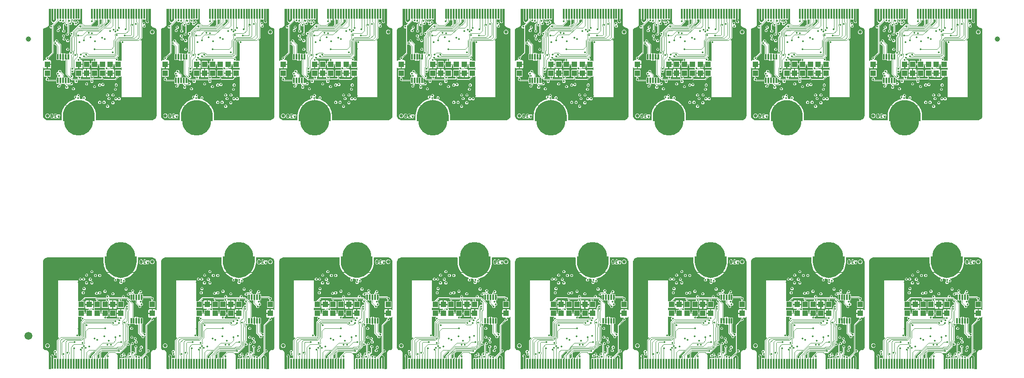
<source format=gbl>
G04 EAGLE Gerber RS-274X export*
G75*
%MOMM*%
%FSLAX34Y34*%
%LPD*%
%INBottom Copper*%
%IPPOS*%
%AMOC8*
5,1,8,0,0,1.08239X$1,22.5*%
G01*
%ADD10C,0.127000*%
%ADD11R,0.350000X1.950000*%
%ADD12R,0.250000X0.250000*%
%ADD13C,5.500000*%
%ADD14R,1.000000X1.100000*%
%ADD15R,0.300000X1.000000*%
%ADD16C,0.635000*%
%ADD17C,1.000000*%
%ADD18C,1.500000*%
%ADD19C,0.101600*%
%ADD20C,0.352400*%
%ADD21C,0.304800*%

G36*
X1367224Y5494D02*
X1367224Y5494D01*
X1367229Y5493D01*
X1367322Y5514D01*
X1367415Y5532D01*
X1367419Y5535D01*
X1367425Y5536D01*
X1367502Y5592D01*
X1367581Y5645D01*
X1367584Y5649D01*
X1367588Y5652D01*
X1367639Y5734D01*
X1367690Y5813D01*
X1367691Y5818D01*
X1367694Y5823D01*
X1367726Y6000D01*
X1367726Y25421D01*
X1367803Y25499D01*
X1367808Y25505D01*
X1367814Y25510D01*
X1367863Y25588D01*
X1367914Y25666D01*
X1367916Y25673D01*
X1367920Y25680D01*
X1367952Y25857D01*
X1367952Y27931D01*
X1367950Y27939D01*
X1367952Y27946D01*
X1367931Y28036D01*
X1367912Y28127D01*
X1367908Y28134D01*
X1367906Y28142D01*
X1367803Y28290D01*
X1366764Y29329D01*
X1366764Y31631D01*
X1368392Y33259D01*
X1370694Y33259D01*
X1372321Y31631D01*
X1372321Y31505D01*
X1372323Y31497D01*
X1372322Y31489D01*
X1372343Y31399D01*
X1372361Y31308D01*
X1372365Y31301D01*
X1372367Y31294D01*
X1372470Y31146D01*
X1373033Y30582D01*
X1373033Y26524D01*
X1373034Y26519D01*
X1373033Y26514D01*
X1373054Y26421D01*
X1373073Y26327D01*
X1373076Y26323D01*
X1373077Y26318D01*
X1373132Y26240D01*
X1373186Y26162D01*
X1373190Y26159D01*
X1373193Y26155D01*
X1373274Y26104D01*
X1373354Y26052D01*
X1373359Y26052D01*
X1373363Y26049D01*
X1373541Y26017D01*
X1377677Y26017D01*
X1377721Y25989D01*
X1377801Y25936D01*
X1377806Y25935D01*
X1377811Y25932D01*
X1377904Y25916D01*
X1377998Y25898D01*
X1378003Y25899D01*
X1378008Y25898D01*
X1378101Y25920D01*
X1378194Y25940D01*
X1378198Y25943D01*
X1378203Y25944D01*
X1378308Y26017D01*
X1378461Y26017D01*
X1378466Y26018D01*
X1378471Y26017D01*
X1378564Y26038D01*
X1378657Y26056D01*
X1378661Y26059D01*
X1378667Y26060D01*
X1378744Y26116D01*
X1378823Y26169D01*
X1378826Y26173D01*
X1378830Y26176D01*
X1378881Y26258D01*
X1378932Y26337D01*
X1378933Y26342D01*
X1378936Y26347D01*
X1378968Y26524D01*
X1378968Y31321D01*
X1378967Y31324D01*
X1378968Y31326D01*
X1378948Y31421D01*
X1378928Y31517D01*
X1378927Y31520D01*
X1378926Y31522D01*
X1378870Y31603D01*
X1378816Y31683D01*
X1378813Y31685D01*
X1378812Y31687D01*
X1378729Y31740D01*
X1378648Y31792D01*
X1378645Y31793D01*
X1378643Y31794D01*
X1378547Y31811D01*
X1378450Y31828D01*
X1378448Y31828D01*
X1378445Y31828D01*
X1378351Y31806D01*
X1378255Y31785D01*
X1378252Y31783D01*
X1378250Y31782D01*
X1378102Y31680D01*
X1377644Y31221D01*
X1375342Y31221D01*
X1373714Y32849D01*
X1373714Y35151D01*
X1373974Y35411D01*
X1373977Y35416D01*
X1373981Y35419D01*
X1374033Y35499D01*
X1374085Y35578D01*
X1374086Y35583D01*
X1374089Y35588D01*
X1374105Y35682D01*
X1374123Y35775D01*
X1374122Y35780D01*
X1374123Y35786D01*
X1374101Y35878D01*
X1374081Y35971D01*
X1374078Y35976D01*
X1374077Y35981D01*
X1373974Y36129D01*
X1372714Y37389D01*
X1372714Y39691D01*
X1374342Y41319D01*
X1376644Y41319D01*
X1378102Y39860D01*
X1378104Y39859D01*
X1378106Y39857D01*
X1378186Y39804D01*
X1378269Y39749D01*
X1378272Y39749D01*
X1378274Y39748D01*
X1378370Y39730D01*
X1378466Y39712D01*
X1378468Y39712D01*
X1378471Y39712D01*
X1378567Y39733D01*
X1378662Y39753D01*
X1378664Y39755D01*
X1378667Y39755D01*
X1378746Y39812D01*
X1378827Y39868D01*
X1378828Y39870D01*
X1378830Y39871D01*
X1378882Y39955D01*
X1378934Y40037D01*
X1378934Y40039D01*
X1378936Y40042D01*
X1378968Y40219D01*
X1378968Y60632D01*
X1382962Y64625D01*
X1382963Y64628D01*
X1382965Y64629D01*
X1383018Y64710D01*
X1383073Y64792D01*
X1383073Y64795D01*
X1383075Y64797D01*
X1383092Y64893D01*
X1383110Y64989D01*
X1383110Y64992D01*
X1383110Y64994D01*
X1383089Y65091D01*
X1383069Y65185D01*
X1383067Y65187D01*
X1383067Y65190D01*
X1383010Y65270D01*
X1382954Y65350D01*
X1382952Y65351D01*
X1382951Y65353D01*
X1382868Y65405D01*
X1382785Y65457D01*
X1382783Y65458D01*
X1382780Y65459D01*
X1382603Y65491D01*
X1381282Y65491D01*
X1380984Y65789D01*
X1380984Y174211D01*
X1381282Y174509D01*
X1418703Y174509D01*
X1419001Y174211D01*
X1419001Y135171D01*
X1419002Y135169D01*
X1419001Y135166D01*
X1419022Y135071D01*
X1419041Y134975D01*
X1419042Y134973D01*
X1419043Y134970D01*
X1419099Y134890D01*
X1419154Y134809D01*
X1419156Y134807D01*
X1419157Y134805D01*
X1419240Y134753D01*
X1419322Y134700D01*
X1419324Y134699D01*
X1419326Y134698D01*
X1419423Y134681D01*
X1419519Y134664D01*
X1419522Y134665D01*
X1419524Y134664D01*
X1419617Y134686D01*
X1419715Y134708D01*
X1419717Y134709D01*
X1419719Y134710D01*
X1419867Y134813D01*
X1420071Y135017D01*
X1423461Y135017D01*
X1423466Y135018D01*
X1423471Y135017D01*
X1423564Y135038D01*
X1423657Y135056D01*
X1423661Y135059D01*
X1423667Y135060D01*
X1423744Y135116D01*
X1423823Y135169D01*
X1423826Y135173D01*
X1423830Y135176D01*
X1423881Y135258D01*
X1423932Y135337D01*
X1423933Y135342D01*
X1423936Y135347D01*
X1423959Y135472D01*
X1425010Y136523D01*
X1429939Y141453D01*
X1430981Y142495D01*
X1453564Y142495D01*
X1454386Y141673D01*
X1454392Y141669D01*
X1454397Y141663D01*
X1454475Y141614D01*
X1454553Y141562D01*
X1454560Y141561D01*
X1454567Y141557D01*
X1454744Y141525D01*
X1472576Y141525D01*
X1472584Y141526D01*
X1472591Y141525D01*
X1472681Y141546D01*
X1472772Y141564D01*
X1472779Y141569D01*
X1472787Y141571D01*
X1472935Y141673D01*
X1473053Y141792D01*
X1473056Y141797D01*
X1473061Y141800D01*
X1473112Y141880D01*
X1473164Y141959D01*
X1473165Y141964D01*
X1473168Y141969D01*
X1473184Y142063D01*
X1473202Y142156D01*
X1473201Y142161D01*
X1473202Y142166D01*
X1473180Y142259D01*
X1473160Y142352D01*
X1473157Y142356D01*
X1473156Y142362D01*
X1473053Y142510D01*
X1472714Y142849D01*
X1472714Y145151D01*
X1474342Y146779D01*
X1476644Y146779D01*
X1478271Y145151D01*
X1478271Y142746D01*
X1478272Y142741D01*
X1478271Y142736D01*
X1478292Y142643D01*
X1478311Y142549D01*
X1478314Y142545D01*
X1478315Y142540D01*
X1478370Y142462D01*
X1478424Y142384D01*
X1478428Y142381D01*
X1478431Y142377D01*
X1478512Y142326D01*
X1478592Y142274D01*
X1478597Y142274D01*
X1478601Y142271D01*
X1478779Y142239D01*
X1502207Y142239D01*
X1502212Y142240D01*
X1502217Y142239D01*
X1502310Y142260D01*
X1502403Y142278D01*
X1502407Y142281D01*
X1502413Y142282D01*
X1502490Y142338D01*
X1502569Y142391D01*
X1502572Y142395D01*
X1502576Y142398D01*
X1502627Y142480D01*
X1502678Y142559D01*
X1502679Y142564D01*
X1502682Y142569D01*
X1502714Y142746D01*
X1502714Y145151D01*
X1504342Y146779D01*
X1506644Y146779D01*
X1508271Y145151D01*
X1508271Y142746D01*
X1508272Y142741D01*
X1508271Y142736D01*
X1508292Y142643D01*
X1508311Y142549D01*
X1508314Y142545D01*
X1508315Y142540D01*
X1508370Y142462D01*
X1508424Y142384D01*
X1508428Y142381D01*
X1508431Y142377D01*
X1508512Y142326D01*
X1508592Y142274D01*
X1508597Y142274D01*
X1508601Y142271D01*
X1508779Y142239D01*
X1513478Y142239D01*
X1517110Y138607D01*
X1517112Y138605D01*
X1517114Y138603D01*
X1517194Y138551D01*
X1517277Y138496D01*
X1517280Y138495D01*
X1517282Y138494D01*
X1517378Y138476D01*
X1517474Y138458D01*
X1517476Y138459D01*
X1517479Y138458D01*
X1517575Y138480D01*
X1517670Y138500D01*
X1517672Y138501D01*
X1517675Y138502D01*
X1517753Y138558D01*
X1517835Y138614D01*
X1517836Y138616D01*
X1517838Y138618D01*
X1517890Y138701D01*
X1517942Y138783D01*
X1517942Y138786D01*
X1517944Y138788D01*
X1517976Y138965D01*
X1517976Y146403D01*
X1517975Y146406D01*
X1517976Y146408D01*
X1517956Y146503D01*
X1517936Y146599D01*
X1517935Y146602D01*
X1517934Y146604D01*
X1517878Y146685D01*
X1517824Y146765D01*
X1517821Y146767D01*
X1517820Y146769D01*
X1517736Y146822D01*
X1517656Y146874D01*
X1517653Y146875D01*
X1517651Y146876D01*
X1517555Y146893D01*
X1517458Y146910D01*
X1517456Y146910D01*
X1517453Y146910D01*
X1517359Y146888D01*
X1517263Y146867D01*
X1517260Y146865D01*
X1517258Y146864D01*
X1517110Y146762D01*
X1515998Y145649D01*
X1513696Y145649D01*
X1512068Y147277D01*
X1512068Y149579D01*
X1513696Y151207D01*
X1515259Y151207D01*
X1515267Y151208D01*
X1515274Y151207D01*
X1515364Y151228D01*
X1515455Y151246D01*
X1515462Y151251D01*
X1515470Y151253D01*
X1515618Y151355D01*
X1515787Y151525D01*
X1521814Y151525D01*
X1521816Y151525D01*
X1521819Y151525D01*
X1521914Y151545D01*
X1522010Y151564D01*
X1522012Y151566D01*
X1522015Y151566D01*
X1522095Y151622D01*
X1522176Y151677D01*
X1522177Y151679D01*
X1522179Y151681D01*
X1522233Y151764D01*
X1522285Y151845D01*
X1522286Y151848D01*
X1522287Y151850D01*
X1522303Y151946D01*
X1522321Y152042D01*
X1522320Y152045D01*
X1522321Y152047D01*
X1522299Y152142D01*
X1522277Y152238D01*
X1522276Y152240D01*
X1522275Y152243D01*
X1522172Y152391D01*
X1520714Y153849D01*
X1520714Y156151D01*
X1522342Y157779D01*
X1524644Y157779D01*
X1526271Y156151D01*
X1526271Y153849D01*
X1524813Y152391D01*
X1524811Y152388D01*
X1524809Y152387D01*
X1524757Y152306D01*
X1524702Y152224D01*
X1524702Y152221D01*
X1524700Y152219D01*
X1524683Y152123D01*
X1524664Y152027D01*
X1524665Y152024D01*
X1524664Y152022D01*
X1524686Y151925D01*
X1524706Y151831D01*
X1524708Y151829D01*
X1524708Y151826D01*
X1524765Y151746D01*
X1524820Y151666D01*
X1524823Y151665D01*
X1524824Y151663D01*
X1524908Y151610D01*
X1524990Y151559D01*
X1524992Y151558D01*
X1524994Y151557D01*
X1525114Y151535D01*
X1527017Y149632D01*
X1527017Y149024D01*
X1527018Y149019D01*
X1527017Y149014D01*
X1527038Y148921D01*
X1527057Y148827D01*
X1527060Y148823D01*
X1527061Y148818D01*
X1527116Y148740D01*
X1527170Y148662D01*
X1527174Y148659D01*
X1527177Y148655D01*
X1527258Y148604D01*
X1527338Y148552D01*
X1527343Y148552D01*
X1527347Y148549D01*
X1527389Y148541D01*
X1527634Y148297D01*
X1527638Y148294D01*
X1527641Y148289D01*
X1527722Y148238D01*
X1527801Y148186D01*
X1527806Y148185D01*
X1527810Y148182D01*
X1527904Y148166D01*
X1527998Y148148D01*
X1528003Y148149D01*
X1528008Y148148D01*
X1528101Y148170D01*
X1528194Y148190D01*
X1528198Y148193D01*
X1528203Y148194D01*
X1528351Y148297D01*
X1528571Y148517D01*
X1532414Y148517D01*
X1532634Y148297D01*
X1532638Y148294D01*
X1532641Y148289D01*
X1532722Y148238D01*
X1532801Y148186D01*
X1532806Y148185D01*
X1532810Y148182D01*
X1532904Y148166D01*
X1532998Y148148D01*
X1533003Y148149D01*
X1533008Y148148D01*
X1533101Y148170D01*
X1533194Y148190D01*
X1533198Y148193D01*
X1533203Y148194D01*
X1533351Y148297D01*
X1533599Y148545D01*
X1533657Y148556D01*
X1533661Y148559D01*
X1533667Y148560D01*
X1533744Y148616D01*
X1533823Y148669D01*
X1533826Y148673D01*
X1533830Y148676D01*
X1533881Y148758D01*
X1533932Y148837D01*
X1533933Y148842D01*
X1533936Y148847D01*
X1533968Y149024D01*
X1533968Y150632D01*
X1535565Y152229D01*
X1535570Y152236D01*
X1535576Y152240D01*
X1535625Y152319D01*
X1535676Y152396D01*
X1535678Y152404D01*
X1535682Y152410D01*
X1535714Y152588D01*
X1535714Y154151D01*
X1537342Y155779D01*
X1539644Y155779D01*
X1541271Y154151D01*
X1541271Y151849D01*
X1539644Y150221D01*
X1538080Y150221D01*
X1538073Y150220D01*
X1538065Y150221D01*
X1537975Y150200D01*
X1537884Y150182D01*
X1537877Y150177D01*
X1537870Y150175D01*
X1537722Y150073D01*
X1537166Y149517D01*
X1537162Y149510D01*
X1537155Y149506D01*
X1537106Y149427D01*
X1537055Y149350D01*
X1537053Y149342D01*
X1537049Y149336D01*
X1537017Y149158D01*
X1537017Y149024D01*
X1537018Y149019D01*
X1537017Y149014D01*
X1537038Y148921D01*
X1537057Y148827D01*
X1537060Y148823D01*
X1537061Y148818D01*
X1537116Y148740D01*
X1537170Y148662D01*
X1537174Y148659D01*
X1537177Y148655D01*
X1537258Y148604D01*
X1537338Y148552D01*
X1537343Y148552D01*
X1537347Y148549D01*
X1537389Y148541D01*
X1537634Y148297D01*
X1537638Y148294D01*
X1537641Y148289D01*
X1537722Y148238D01*
X1537801Y148186D01*
X1537806Y148185D01*
X1537810Y148182D01*
X1537904Y148166D01*
X1537998Y148148D01*
X1538003Y148149D01*
X1538008Y148148D01*
X1538101Y148170D01*
X1538194Y148190D01*
X1538198Y148193D01*
X1538203Y148194D01*
X1538351Y148297D01*
X1538571Y148517D01*
X1542414Y148517D01*
X1543009Y147921D01*
X1543009Y144532D01*
X1543010Y144527D01*
X1543009Y144522D01*
X1543030Y144429D01*
X1543049Y144335D01*
X1543052Y144331D01*
X1543053Y144326D01*
X1543108Y144248D01*
X1543162Y144170D01*
X1543166Y144167D01*
X1543169Y144163D01*
X1543250Y144112D01*
X1543330Y144060D01*
X1543335Y144060D01*
X1543339Y144057D01*
X1543517Y144025D01*
X1558624Y144025D01*
X1559722Y142927D01*
X1559728Y142923D01*
X1559733Y142917D01*
X1559811Y142868D01*
X1559889Y142816D01*
X1559896Y142815D01*
X1559903Y142811D01*
X1560080Y142779D01*
X1561644Y142779D01*
X1563271Y141151D01*
X1563271Y138849D01*
X1562166Y137744D01*
X1562162Y137737D01*
X1562155Y137732D01*
X1562106Y137654D01*
X1562055Y137577D01*
X1562053Y137569D01*
X1562049Y137562D01*
X1562017Y137385D01*
X1562017Y135524D01*
X1562018Y135519D01*
X1562017Y135514D01*
X1562038Y135421D01*
X1562057Y135327D01*
X1562060Y135323D01*
X1562061Y135318D01*
X1562116Y135240D01*
X1562170Y135162D01*
X1562174Y135159D01*
X1562177Y135155D01*
X1562258Y135104D01*
X1562338Y135052D01*
X1562343Y135052D01*
X1562347Y135049D01*
X1562525Y135017D01*
X1565914Y135017D01*
X1566509Y134421D01*
X1566509Y122579D01*
X1565914Y121983D01*
X1555071Y121983D01*
X1554476Y122579D01*
X1554476Y134421D01*
X1555071Y135017D01*
X1558461Y135017D01*
X1558466Y135018D01*
X1558471Y135017D01*
X1558564Y135038D01*
X1558657Y135056D01*
X1558661Y135059D01*
X1558667Y135060D01*
X1558744Y135116D01*
X1558823Y135169D01*
X1558826Y135173D01*
X1558830Y135176D01*
X1558881Y135258D01*
X1558932Y135337D01*
X1558933Y135342D01*
X1558936Y135347D01*
X1558968Y135524D01*
X1558968Y137385D01*
X1558968Y137387D01*
X1558968Y137388D01*
X1558966Y137394D01*
X1558968Y137400D01*
X1558947Y137490D01*
X1558928Y137581D01*
X1558924Y137588D01*
X1558922Y137596D01*
X1558819Y137744D01*
X1557714Y138849D01*
X1557714Y140412D01*
X1557712Y140420D01*
X1557714Y140428D01*
X1557693Y140518D01*
X1557674Y140609D01*
X1557670Y140615D01*
X1557668Y140623D01*
X1557565Y140771D01*
X1557510Y140827D01*
X1557503Y140831D01*
X1557498Y140837D01*
X1557420Y140886D01*
X1557343Y140938D01*
X1557335Y140939D01*
X1557328Y140943D01*
X1557151Y140975D01*
X1543517Y140975D01*
X1543511Y140974D01*
X1543506Y140975D01*
X1543413Y140954D01*
X1543320Y140936D01*
X1543316Y140933D01*
X1543311Y140932D01*
X1543233Y140876D01*
X1543154Y140823D01*
X1543151Y140819D01*
X1543147Y140816D01*
X1543097Y140734D01*
X1543045Y140655D01*
X1543044Y140650D01*
X1543041Y140645D01*
X1543009Y140468D01*
X1543009Y137079D01*
X1542414Y136483D01*
X1541164Y136483D01*
X1541161Y136483D01*
X1541158Y136483D01*
X1541063Y136463D01*
X1540967Y136444D01*
X1540965Y136442D01*
X1540962Y136442D01*
X1540882Y136386D01*
X1540801Y136331D01*
X1540800Y136329D01*
X1540798Y136327D01*
X1540744Y136244D01*
X1540692Y136163D01*
X1540692Y136160D01*
X1540690Y136158D01*
X1540674Y136062D01*
X1540656Y135966D01*
X1540657Y135963D01*
X1540657Y135961D01*
X1540679Y135866D01*
X1540700Y135770D01*
X1540702Y135768D01*
X1540702Y135765D01*
X1540805Y135617D01*
X1541271Y135151D01*
X1541271Y132849D01*
X1541067Y132645D01*
X1541066Y132642D01*
X1541063Y132641D01*
X1541011Y132560D01*
X1540956Y132478D01*
X1540956Y132475D01*
X1540954Y132473D01*
X1540937Y132377D01*
X1540918Y132281D01*
X1540919Y132278D01*
X1540918Y132276D01*
X1540940Y132179D01*
X1540960Y132085D01*
X1540961Y132083D01*
X1540962Y132080D01*
X1541020Y131999D01*
X1541074Y131920D01*
X1541077Y131919D01*
X1541078Y131917D01*
X1541162Y131864D01*
X1541243Y131813D01*
X1541246Y131812D01*
X1541248Y131811D01*
X1541426Y131779D01*
X1541644Y131779D01*
X1543271Y130151D01*
X1543271Y127849D01*
X1541644Y126221D01*
X1540080Y126221D01*
X1540075Y126220D01*
X1540070Y126221D01*
X1539977Y126200D01*
X1539884Y126182D01*
X1539879Y126179D01*
X1539874Y126178D01*
X1539796Y126122D01*
X1539718Y126069D01*
X1539715Y126065D01*
X1539711Y126062D01*
X1539660Y125980D01*
X1539608Y125901D01*
X1539608Y125896D01*
X1539605Y125891D01*
X1539573Y125714D01*
X1539573Y123849D01*
X1537945Y122221D01*
X1535643Y122221D01*
X1534015Y123849D01*
X1534015Y125412D01*
X1534014Y125420D01*
X1534015Y125428D01*
X1533994Y125518D01*
X1533976Y125609D01*
X1533971Y125615D01*
X1533969Y125623D01*
X1533867Y125771D01*
X1528968Y130670D01*
X1528968Y135976D01*
X1528967Y135981D01*
X1528968Y135986D01*
X1528947Y136079D01*
X1528928Y136173D01*
X1528925Y136177D01*
X1528924Y136182D01*
X1528869Y136260D01*
X1528816Y136338D01*
X1528811Y136341D01*
X1528808Y136345D01*
X1528727Y136396D01*
X1528648Y136448D01*
X1528642Y136448D01*
X1528638Y136451D01*
X1528596Y136459D01*
X1528351Y136703D01*
X1528347Y136706D01*
X1528344Y136711D01*
X1528264Y136762D01*
X1528184Y136814D01*
X1528179Y136815D01*
X1528175Y136818D01*
X1528081Y136834D01*
X1527987Y136852D01*
X1527982Y136851D01*
X1527977Y136852D01*
X1527885Y136830D01*
X1527791Y136810D01*
X1527787Y136807D01*
X1527782Y136806D01*
X1527634Y136703D01*
X1527414Y136483D01*
X1523571Y136483D01*
X1523351Y136703D01*
X1523347Y136706D01*
X1523344Y136711D01*
X1523264Y136762D01*
X1523184Y136814D01*
X1523179Y136815D01*
X1523175Y136818D01*
X1523081Y136834D01*
X1522987Y136852D01*
X1522982Y136851D01*
X1522977Y136852D01*
X1522885Y136830D01*
X1522791Y136810D01*
X1522787Y136807D01*
X1522782Y136806D01*
X1522634Y136703D01*
X1522414Y136483D01*
X1520458Y136483D01*
X1520455Y136483D01*
X1520453Y136483D01*
X1520358Y136463D01*
X1520261Y136444D01*
X1520259Y136442D01*
X1520257Y136442D01*
X1520176Y136386D01*
X1520096Y136331D01*
X1520094Y136329D01*
X1520092Y136327D01*
X1520039Y136244D01*
X1519986Y136163D01*
X1519986Y136160D01*
X1519985Y136158D01*
X1519968Y136062D01*
X1519951Y135966D01*
X1519951Y135963D01*
X1519951Y135961D01*
X1519973Y135866D01*
X1519994Y135770D01*
X1519996Y135768D01*
X1519997Y135765D01*
X1520099Y135617D01*
X1525041Y130675D01*
X1525041Y104024D01*
X1525042Y104019D01*
X1525041Y104014D01*
X1525062Y103921D01*
X1525081Y103827D01*
X1525084Y103823D01*
X1525085Y103818D01*
X1525140Y103740D01*
X1525194Y103662D01*
X1525198Y103659D01*
X1525201Y103655D01*
X1525282Y103604D01*
X1525362Y103552D01*
X1525367Y103552D01*
X1525371Y103549D01*
X1525549Y103517D01*
X1526353Y103517D01*
X1526426Y103531D01*
X1526499Y103538D01*
X1526523Y103551D01*
X1526549Y103556D01*
X1526611Y103598D01*
X1526676Y103633D01*
X1526695Y103655D01*
X1526715Y103669D01*
X1526744Y103714D01*
X1526792Y103770D01*
X1526960Y104060D01*
X1527433Y104533D01*
X1528012Y104868D01*
X1528658Y105041D01*
X1529743Y105041D01*
X1529743Y97742D01*
X1529744Y97737D01*
X1529743Y97732D01*
X1529764Y97639D01*
X1529783Y97546D01*
X1529786Y97541D01*
X1529787Y97536D01*
X1529814Y97498D01*
X1529779Y97445D01*
X1529778Y97440D01*
X1529775Y97435D01*
X1529743Y97258D01*
X1529743Y89959D01*
X1528658Y89959D01*
X1528012Y90132D01*
X1527433Y90467D01*
X1526960Y90940D01*
X1526792Y91230D01*
X1526743Y91285D01*
X1526701Y91345D01*
X1526678Y91360D01*
X1526660Y91380D01*
X1526593Y91412D01*
X1526530Y91451D01*
X1526502Y91456D01*
X1526479Y91467D01*
X1526426Y91470D01*
X1526353Y91483D01*
X1523571Y91483D01*
X1523351Y91703D01*
X1523347Y91706D01*
X1523344Y91711D01*
X1523263Y91762D01*
X1523184Y91814D01*
X1523179Y91815D01*
X1523175Y91818D01*
X1523081Y91834D01*
X1522987Y91852D01*
X1522982Y91851D01*
X1522977Y91852D01*
X1522884Y91830D01*
X1522791Y91810D01*
X1522787Y91807D01*
X1522782Y91806D01*
X1522634Y91703D01*
X1522414Y91483D01*
X1518779Y91483D01*
X1518773Y91482D01*
X1518768Y91483D01*
X1518675Y91462D01*
X1518582Y91444D01*
X1518578Y91441D01*
X1518573Y91440D01*
X1518495Y91384D01*
X1518416Y91331D01*
X1518413Y91327D01*
X1518409Y91324D01*
X1518359Y91242D01*
X1518307Y91163D01*
X1518306Y91158D01*
X1518303Y91153D01*
X1518271Y90976D01*
X1518271Y88849D01*
X1517166Y87744D01*
X1517162Y87737D01*
X1517155Y87732D01*
X1517106Y87654D01*
X1517055Y87577D01*
X1517053Y87569D01*
X1517049Y87562D01*
X1517017Y87385D01*
X1517017Y59368D01*
X1514294Y56645D01*
X1514292Y56642D01*
X1514290Y56641D01*
X1514237Y56560D01*
X1514183Y56478D01*
X1514182Y56475D01*
X1514181Y56473D01*
X1514163Y56377D01*
X1514145Y56281D01*
X1514146Y56278D01*
X1514145Y56276D01*
X1514167Y56178D01*
X1514187Y56085D01*
X1514188Y56083D01*
X1514189Y56080D01*
X1514245Y56000D01*
X1514301Y55920D01*
X1514303Y55919D01*
X1514305Y55917D01*
X1514387Y55865D01*
X1514470Y55813D01*
X1514473Y55812D01*
X1514475Y55811D01*
X1514652Y55779D01*
X1515696Y55779D01*
X1517323Y54151D01*
X1517323Y51849D01*
X1515696Y50221D01*
X1513291Y50221D01*
X1513285Y50220D01*
X1513280Y50221D01*
X1513187Y50200D01*
X1513094Y50182D01*
X1513090Y50179D01*
X1513085Y50178D01*
X1513007Y50122D01*
X1512928Y50069D01*
X1512925Y50065D01*
X1512921Y50062D01*
X1512871Y49980D01*
X1512819Y49901D01*
X1512818Y49896D01*
X1512815Y49891D01*
X1512783Y49714D01*
X1512783Y48487D01*
X1498771Y34475D01*
X1493442Y34475D01*
X1493406Y34468D01*
X1493368Y34470D01*
X1493308Y34448D01*
X1493246Y34436D01*
X1493215Y34415D01*
X1493180Y34402D01*
X1493133Y34359D01*
X1493080Y34323D01*
X1493059Y34292D01*
X1493032Y34266D01*
X1493005Y34208D01*
X1492971Y34155D01*
X1492964Y34118D01*
X1492948Y34084D01*
X1492946Y34021D01*
X1492935Y33958D01*
X1492943Y33921D01*
X1492942Y33884D01*
X1492967Y33814D01*
X1492979Y33762D01*
X1492993Y33742D01*
X1493003Y33714D01*
X1494521Y31084D01*
X1494521Y6000D01*
X1494522Y5995D01*
X1494521Y5990D01*
X1494542Y5897D01*
X1494561Y5804D01*
X1494564Y5799D01*
X1494565Y5794D01*
X1494620Y5716D01*
X1494674Y5638D01*
X1494678Y5635D01*
X1494681Y5631D01*
X1494762Y5580D01*
X1494842Y5528D01*
X1494847Y5528D01*
X1494851Y5525D01*
X1495029Y5493D01*
X1497219Y5493D01*
X1497224Y5494D01*
X1497229Y5493D01*
X1497322Y5514D01*
X1497415Y5532D01*
X1497419Y5535D01*
X1497425Y5536D01*
X1497502Y5592D01*
X1497581Y5645D01*
X1497584Y5649D01*
X1497588Y5652D01*
X1497639Y5734D01*
X1497690Y5813D01*
X1497691Y5818D01*
X1497694Y5823D01*
X1497726Y6000D01*
X1497726Y25421D01*
X1498321Y26017D01*
X1502677Y26017D01*
X1502721Y25989D01*
X1502801Y25936D01*
X1502806Y25935D01*
X1502811Y25932D01*
X1502904Y25916D01*
X1502998Y25898D01*
X1503003Y25899D01*
X1503008Y25898D01*
X1503101Y25920D01*
X1503194Y25940D01*
X1503198Y25943D01*
X1503203Y25944D01*
X1503308Y26017D01*
X1507456Y26017D01*
X1507459Y26017D01*
X1507461Y26017D01*
X1507556Y26037D01*
X1507653Y26056D01*
X1507655Y26058D01*
X1507657Y26058D01*
X1507738Y26114D01*
X1507818Y26169D01*
X1507820Y26171D01*
X1507822Y26173D01*
X1507875Y26256D01*
X1507928Y26337D01*
X1507928Y26340D01*
X1507930Y26342D01*
X1507946Y26438D01*
X1507963Y26534D01*
X1507963Y26537D01*
X1507963Y26539D01*
X1507941Y26634D01*
X1507920Y26730D01*
X1507918Y26732D01*
X1507918Y26735D01*
X1507815Y26883D01*
X1506928Y27770D01*
X1506928Y30072D01*
X1507212Y30355D01*
X1507213Y30358D01*
X1507215Y30359D01*
X1507268Y30440D01*
X1507323Y30522D01*
X1507323Y30525D01*
X1507325Y30527D01*
X1507342Y30623D01*
X1507360Y30719D01*
X1507360Y30722D01*
X1507360Y30724D01*
X1507339Y30821D01*
X1507319Y30915D01*
X1507317Y30917D01*
X1507317Y30920D01*
X1507260Y31000D01*
X1507204Y31080D01*
X1507202Y31081D01*
X1507201Y31083D01*
X1507117Y31135D01*
X1507035Y31187D01*
X1507033Y31188D01*
X1507030Y31189D01*
X1506853Y31221D01*
X1505779Y31221D01*
X1505773Y31220D01*
X1505768Y31221D01*
X1505675Y31200D01*
X1505582Y31182D01*
X1505578Y31179D01*
X1505573Y31178D01*
X1505495Y31122D01*
X1505416Y31069D01*
X1505413Y31065D01*
X1505409Y31062D01*
X1505359Y30980D01*
X1505307Y30901D01*
X1505306Y30896D01*
X1505303Y30891D01*
X1505271Y30714D01*
X1505271Y29627D01*
X1503644Y27999D01*
X1501342Y27999D01*
X1499714Y29627D01*
X1499714Y31929D01*
X1501342Y33557D01*
X1502921Y33557D01*
X1502926Y33558D01*
X1502931Y33557D01*
X1503024Y33578D01*
X1503117Y33596D01*
X1503121Y33599D01*
X1503127Y33600D01*
X1503204Y33656D01*
X1503283Y33709D01*
X1503286Y33713D01*
X1503290Y33716D01*
X1503341Y33798D01*
X1503392Y33877D01*
X1503393Y33882D01*
X1503396Y33887D01*
X1503428Y34064D01*
X1503428Y35151D01*
X1505056Y36779D01*
X1507358Y36779D01*
X1508985Y35151D01*
X1508985Y32849D01*
X1508702Y32565D01*
X1508700Y32563D01*
X1508698Y32562D01*
X1508645Y32480D01*
X1508591Y32398D01*
X1508590Y32396D01*
X1508589Y32393D01*
X1508571Y32296D01*
X1508553Y32201D01*
X1508554Y32199D01*
X1508553Y32196D01*
X1508575Y32099D01*
X1508595Y32005D01*
X1508596Y32003D01*
X1508597Y32001D01*
X1508654Y31920D01*
X1508709Y31841D01*
X1508711Y31839D01*
X1508713Y31837D01*
X1508796Y31785D01*
X1508878Y31733D01*
X1508881Y31733D01*
X1508883Y31731D01*
X1509060Y31699D01*
X1510858Y31699D01*
X1512485Y30072D01*
X1512485Y27770D01*
X1511598Y26883D01*
X1511597Y26880D01*
X1511595Y26879D01*
X1511543Y26799D01*
X1511487Y26716D01*
X1511487Y26713D01*
X1511486Y26711D01*
X1511468Y26615D01*
X1511450Y26519D01*
X1511450Y26516D01*
X1511450Y26514D01*
X1511471Y26417D01*
X1511491Y26323D01*
X1511493Y26321D01*
X1511494Y26318D01*
X1511550Y26238D01*
X1511606Y26158D01*
X1511608Y26157D01*
X1511610Y26155D01*
X1511693Y26103D01*
X1511775Y26051D01*
X1511778Y26050D01*
X1511780Y26049D01*
X1511957Y26017D01*
X1512677Y26017D01*
X1512721Y25989D01*
X1512801Y25936D01*
X1512806Y25935D01*
X1512811Y25932D01*
X1512904Y25916D01*
X1512998Y25898D01*
X1513003Y25899D01*
X1513008Y25898D01*
X1513101Y25920D01*
X1513194Y25940D01*
X1513198Y25943D01*
X1513203Y25944D01*
X1513325Y26028D01*
X1513365Y26037D01*
X1513462Y26056D01*
X1513465Y26058D01*
X1513467Y26058D01*
X1513547Y26114D01*
X1513628Y26169D01*
X1513630Y26171D01*
X1513632Y26173D01*
X1513685Y26256D01*
X1513737Y26337D01*
X1513738Y26340D01*
X1513739Y26342D01*
X1513756Y26438D01*
X1513773Y26534D01*
X1513772Y26537D01*
X1513773Y26539D01*
X1513751Y26633D01*
X1513729Y26730D01*
X1513728Y26732D01*
X1513727Y26735D01*
X1513625Y26883D01*
X1513500Y27007D01*
X1513500Y32728D01*
X1513779Y33007D01*
X1513784Y33014D01*
X1513790Y33018D01*
X1513839Y33097D01*
X1513890Y33174D01*
X1513892Y33182D01*
X1513896Y33188D01*
X1513928Y33366D01*
X1513928Y34929D01*
X1515556Y36557D01*
X1517858Y36557D01*
X1518102Y36312D01*
X1518104Y36311D01*
X1518106Y36309D01*
X1518187Y36256D01*
X1518269Y36201D01*
X1518272Y36201D01*
X1518274Y36200D01*
X1518369Y36182D01*
X1518466Y36164D01*
X1518468Y36164D01*
X1518471Y36164D01*
X1518568Y36185D01*
X1518662Y36205D01*
X1518664Y36207D01*
X1518667Y36207D01*
X1518748Y36265D01*
X1518826Y36320D01*
X1518828Y36322D01*
X1518830Y36323D01*
X1518882Y36408D01*
X1518934Y36489D01*
X1518934Y36491D01*
X1518936Y36494D01*
X1518968Y36671D01*
X1518968Y52632D01*
X1519762Y53426D01*
X1519767Y53432D01*
X1519773Y53437D01*
X1519822Y53516D01*
X1519873Y53593D01*
X1519875Y53601D01*
X1519879Y53607D01*
X1519911Y53785D01*
X1519911Y55348D01*
X1521538Y56976D01*
X1523840Y56976D01*
X1525468Y55348D01*
X1525468Y53046D01*
X1523840Y51418D01*
X1522525Y51418D01*
X1522519Y51417D01*
X1522514Y51418D01*
X1522421Y51397D01*
X1522328Y51379D01*
X1522324Y51376D01*
X1522319Y51374D01*
X1522241Y51319D01*
X1522162Y51266D01*
X1522159Y51261D01*
X1522155Y51258D01*
X1522105Y51177D01*
X1522053Y51098D01*
X1522052Y51093D01*
X1522049Y51088D01*
X1522017Y50911D01*
X1522017Y39579D01*
X1522018Y39574D01*
X1522017Y39569D01*
X1522038Y39476D01*
X1522057Y39383D01*
X1522060Y39379D01*
X1522061Y39374D01*
X1522116Y39296D01*
X1522170Y39217D01*
X1522174Y39214D01*
X1522177Y39210D01*
X1522258Y39159D01*
X1522338Y39108D01*
X1522343Y39107D01*
X1522347Y39104D01*
X1522525Y39072D01*
X1524930Y39072D01*
X1526557Y37444D01*
X1526557Y36806D01*
X1526558Y36803D01*
X1526557Y36801D01*
X1526578Y36705D01*
X1526597Y36609D01*
X1526598Y36607D01*
X1526599Y36605D01*
X1526655Y36524D01*
X1526710Y36444D01*
X1526712Y36442D01*
X1526713Y36440D01*
X1526797Y36387D01*
X1526878Y36334D01*
X1526880Y36334D01*
X1526882Y36333D01*
X1526979Y36316D01*
X1527075Y36299D01*
X1527078Y36299D01*
X1527080Y36299D01*
X1527174Y36321D01*
X1527271Y36342D01*
X1527273Y36344D01*
X1527275Y36345D01*
X1527423Y36447D01*
X1527533Y36557D01*
X1527538Y36564D01*
X1527544Y36568D01*
X1527593Y36647D01*
X1527644Y36724D01*
X1527646Y36732D01*
X1527650Y36739D01*
X1527682Y36916D01*
X1527682Y45452D01*
X1527680Y45460D01*
X1527682Y45467D01*
X1527661Y45557D01*
X1527642Y45648D01*
X1527638Y45655D01*
X1527636Y45662D01*
X1527533Y45810D01*
X1526428Y46916D01*
X1526428Y49218D01*
X1528056Y50846D01*
X1530358Y50846D01*
X1531985Y49218D01*
X1531985Y46916D01*
X1530880Y45810D01*
X1530876Y45804D01*
X1530869Y45799D01*
X1530820Y45721D01*
X1530769Y45643D01*
X1530767Y45636D01*
X1530763Y45629D01*
X1530731Y45452D01*
X1530731Y35443D01*
X1529690Y34401D01*
X1527166Y31877D01*
X1527162Y31871D01*
X1527155Y31866D01*
X1527106Y31788D01*
X1527055Y31710D01*
X1527053Y31703D01*
X1527049Y31696D01*
X1527017Y31519D01*
X1527017Y30679D01*
X1527018Y30676D01*
X1527017Y30674D01*
X1527037Y30579D01*
X1527057Y30483D01*
X1527058Y30480D01*
X1527059Y30478D01*
X1527115Y30397D01*
X1527170Y30317D01*
X1527172Y30315D01*
X1527173Y30313D01*
X1527257Y30260D01*
X1527338Y30208D01*
X1527340Y30207D01*
X1527342Y30206D01*
X1527439Y30189D01*
X1527535Y30172D01*
X1527538Y30172D01*
X1527540Y30172D01*
X1527634Y30194D01*
X1527731Y30215D01*
X1527733Y30217D01*
X1527735Y30218D01*
X1527883Y30320D01*
X1529342Y31779D01*
X1531644Y31779D01*
X1533134Y30288D01*
X1533138Y30285D01*
X1533141Y30281D01*
X1533222Y30230D01*
X1533301Y30177D01*
X1533306Y30176D01*
X1533310Y30174D01*
X1533404Y30158D01*
X1533498Y30140D01*
X1533503Y30141D01*
X1533508Y30140D01*
X1533601Y30162D01*
X1533694Y30181D01*
X1533698Y30184D01*
X1533703Y30186D01*
X1533851Y30288D01*
X1534342Y30779D01*
X1536644Y30779D01*
X1538271Y29151D01*
X1538271Y29052D01*
X1538272Y29050D01*
X1538271Y29047D01*
X1538291Y28952D01*
X1538311Y28856D01*
X1538312Y28854D01*
X1538313Y28851D01*
X1538369Y28771D01*
X1538424Y28690D01*
X1538426Y28689D01*
X1538427Y28687D01*
X1538511Y28633D01*
X1538592Y28581D01*
X1538594Y28580D01*
X1538596Y28579D01*
X1538693Y28563D01*
X1538789Y28545D01*
X1538792Y28546D01*
X1538794Y28545D01*
X1538888Y28567D01*
X1538985Y28589D01*
X1538987Y28590D01*
X1538989Y28591D01*
X1539137Y28694D01*
X1540010Y29566D01*
X1548209Y37766D01*
X1548214Y37772D01*
X1548220Y37777D01*
X1548269Y37856D01*
X1548320Y37933D01*
X1548322Y37941D01*
X1548326Y37947D01*
X1548358Y38125D01*
X1548358Y68251D01*
X1548357Y68254D01*
X1548358Y68256D01*
X1548338Y68351D01*
X1548318Y68447D01*
X1548317Y68450D01*
X1548316Y68452D01*
X1548261Y68532D01*
X1548206Y68613D01*
X1548203Y68615D01*
X1548202Y68617D01*
X1548119Y68670D01*
X1548038Y68722D01*
X1548035Y68723D01*
X1548033Y68724D01*
X1547937Y68741D01*
X1547840Y68758D01*
X1547838Y68758D01*
X1547835Y68758D01*
X1547742Y68736D01*
X1547645Y68715D01*
X1547642Y68713D01*
X1547640Y68712D01*
X1547492Y68610D01*
X1547224Y68341D01*
X1546009Y68341D01*
X1546003Y68340D01*
X1545998Y68341D01*
X1545905Y68320D01*
X1545812Y68302D01*
X1545808Y68299D01*
X1545803Y68298D01*
X1545725Y68242D01*
X1545646Y68189D01*
X1545643Y68185D01*
X1545639Y68182D01*
X1545589Y68100D01*
X1545537Y68021D01*
X1545536Y68016D01*
X1545533Y68011D01*
X1545501Y67834D01*
X1545501Y65969D01*
X1543874Y64341D01*
X1541572Y64341D01*
X1539944Y65969D01*
X1539944Y67532D01*
X1539942Y67540D01*
X1539944Y67548D01*
X1539923Y67638D01*
X1539904Y67729D01*
X1539900Y67735D01*
X1539898Y67743D01*
X1539795Y67891D01*
X1533968Y73718D01*
X1533968Y89828D01*
X1533960Y89865D01*
X1533962Y89902D01*
X1533941Y89962D01*
X1533928Y90025D01*
X1533907Y90055D01*
X1533895Y90091D01*
X1533851Y90138D01*
X1533816Y90190D01*
X1533784Y90211D01*
X1533759Y90238D01*
X1533701Y90265D01*
X1533648Y90300D01*
X1533611Y90306D01*
X1533577Y90322D01*
X1533513Y90324D01*
X1533450Y90335D01*
X1533414Y90327D01*
X1533376Y90328D01*
X1533307Y90303D01*
X1533255Y90292D01*
X1533234Y90277D01*
X1533207Y90267D01*
X1532973Y90132D01*
X1532327Y89959D01*
X1531242Y89959D01*
X1531242Y97258D01*
X1531241Y97263D01*
X1531242Y97268D01*
X1531221Y97361D01*
X1531202Y97454D01*
X1531199Y97459D01*
X1531198Y97464D01*
X1531171Y97502D01*
X1531206Y97555D01*
X1531207Y97560D01*
X1531210Y97565D01*
X1531242Y97742D01*
X1531242Y105041D01*
X1532327Y105041D01*
X1532973Y104868D01*
X1533553Y104533D01*
X1534026Y104060D01*
X1534193Y103770D01*
X1534242Y103715D01*
X1534285Y103655D01*
X1534308Y103640D01*
X1534325Y103620D01*
X1534392Y103588D01*
X1534455Y103549D01*
X1534483Y103544D01*
X1534506Y103533D01*
X1534559Y103530D01*
X1534632Y103517D01*
X1537414Y103517D01*
X1537634Y103297D01*
X1537638Y103294D01*
X1537641Y103289D01*
X1537721Y103238D01*
X1537801Y103186D01*
X1537806Y103185D01*
X1537810Y103182D01*
X1537904Y103166D01*
X1537998Y103148D01*
X1538003Y103149D01*
X1538008Y103148D01*
X1538100Y103170D01*
X1538194Y103190D01*
X1538198Y103193D01*
X1538203Y103194D01*
X1538351Y103297D01*
X1538571Y103517D01*
X1542414Y103517D01*
X1543009Y102921D01*
X1543009Y92079D01*
X1542386Y91455D01*
X1542328Y91444D01*
X1542324Y91441D01*
X1542319Y91440D01*
X1542241Y91384D01*
X1542162Y91331D01*
X1542159Y91327D01*
X1542155Y91324D01*
X1542105Y91242D01*
X1542053Y91163D01*
X1542052Y91158D01*
X1542049Y91153D01*
X1542017Y90976D01*
X1542017Y77542D01*
X1542019Y77534D01*
X1542018Y77526D01*
X1542039Y77436D01*
X1542057Y77345D01*
X1542061Y77339D01*
X1542063Y77331D01*
X1542166Y77183D01*
X1545302Y74047D01*
X1545308Y74043D01*
X1545313Y74037D01*
X1545391Y73988D01*
X1545469Y73936D01*
X1545476Y73935D01*
X1545483Y73931D01*
X1545660Y73899D01*
X1547224Y73899D01*
X1547492Y73630D01*
X1547494Y73629D01*
X1547496Y73627D01*
X1547577Y73574D01*
X1547659Y73519D01*
X1547662Y73519D01*
X1547664Y73518D01*
X1547759Y73500D01*
X1547856Y73482D01*
X1547858Y73482D01*
X1547861Y73482D01*
X1547958Y73503D01*
X1548052Y73523D01*
X1548054Y73525D01*
X1548057Y73525D01*
X1548137Y73582D01*
X1548217Y73638D01*
X1548218Y73640D01*
X1548220Y73641D01*
X1548272Y73725D01*
X1548324Y73807D01*
X1548324Y73809D01*
X1548326Y73812D01*
X1548358Y73989D01*
X1548358Y90022D01*
X1549400Y91063D01*
X1557565Y99229D01*
X1557570Y99236D01*
X1557576Y99240D01*
X1557625Y99319D01*
X1557676Y99396D01*
X1557678Y99404D01*
X1557682Y99410D01*
X1557714Y99588D01*
X1557714Y101151D01*
X1559156Y102593D01*
X1559158Y102596D01*
X1559160Y102597D01*
X1559212Y102678D01*
X1559267Y102760D01*
X1559268Y102763D01*
X1559269Y102765D01*
X1559286Y102861D01*
X1559305Y102957D01*
X1559304Y102960D01*
X1559305Y102962D01*
X1559283Y103059D01*
X1559263Y103153D01*
X1559262Y103155D01*
X1559261Y103158D01*
X1559205Y103238D01*
X1559149Y103318D01*
X1559147Y103319D01*
X1559145Y103321D01*
X1559061Y103374D01*
X1558980Y103425D01*
X1558977Y103426D01*
X1558975Y103427D01*
X1558798Y103459D01*
X1555158Y103459D01*
X1554512Y103632D01*
X1553933Y103967D01*
X1553459Y104440D01*
X1553125Y105019D01*
X1552952Y105665D01*
X1552952Y110485D01*
X1559984Y110485D01*
X1559990Y110486D01*
X1559995Y110485D01*
X1560088Y110506D01*
X1560181Y110524D01*
X1560185Y110527D01*
X1560190Y110528D01*
X1560268Y110584D01*
X1560347Y110637D01*
X1560350Y110641D01*
X1560354Y110644D01*
X1560405Y110726D01*
X1560456Y110805D01*
X1560457Y110810D01*
X1560460Y110815D01*
X1560492Y110992D01*
X1560492Y111501D01*
X1561001Y111501D01*
X1561006Y111502D01*
X1561011Y111501D01*
X1561104Y111522D01*
X1561197Y111540D01*
X1561201Y111543D01*
X1561206Y111545D01*
X1561284Y111600D01*
X1561363Y111653D01*
X1561366Y111657D01*
X1561370Y111661D01*
X1561421Y111742D01*
X1561472Y111821D01*
X1561473Y111826D01*
X1561476Y111831D01*
X1561508Y112008D01*
X1561508Y119541D01*
X1565827Y119541D01*
X1566473Y119368D01*
X1567053Y119033D01*
X1567526Y118560D01*
X1567771Y118135D01*
X1567817Y118083D01*
X1567856Y118026D01*
X1567883Y118008D01*
X1567904Y117984D01*
X1567966Y117954D01*
X1568024Y117917D01*
X1568055Y117911D01*
X1568084Y117897D01*
X1568153Y117893D01*
X1568221Y117881D01*
X1568252Y117888D01*
X1568284Y117886D01*
X1568349Y117910D01*
X1568417Y117925D01*
X1568443Y117943D01*
X1568473Y117954D01*
X1568524Y118001D01*
X1568580Y118041D01*
X1568597Y118068D01*
X1568621Y118090D01*
X1568649Y118152D01*
X1568686Y118211D01*
X1568692Y118245D01*
X1568704Y118272D01*
X1568706Y118322D01*
X1568718Y118388D01*
X1568718Y209949D01*
X1568711Y209983D01*
X1568712Y210025D01*
X1568409Y212014D01*
X1568407Y212020D01*
X1568407Y212026D01*
X1568377Y212107D01*
X1568368Y212149D01*
X1568355Y212168D01*
X1568345Y212195D01*
X1566316Y215644D01*
X1566291Y215672D01*
X1566273Y215706D01*
X1566218Y215754D01*
X1566182Y215793D01*
X1566159Y215804D01*
X1566136Y215824D01*
X1562688Y217852D01*
X1562682Y217854D01*
X1562677Y217858D01*
X1562643Y217870D01*
X1562617Y217886D01*
X1562569Y217895D01*
X1562507Y217916D01*
X1560518Y218219D01*
X1560483Y218218D01*
X1560442Y218225D01*
X1533791Y218225D01*
X1533785Y218224D01*
X1533780Y218225D01*
X1533687Y218204D01*
X1533594Y218186D01*
X1533590Y218183D01*
X1533585Y218182D01*
X1533507Y218126D01*
X1533428Y218073D01*
X1533425Y218069D01*
X1533421Y218066D01*
X1533371Y217984D01*
X1533319Y217905D01*
X1533318Y217900D01*
X1533315Y217895D01*
X1533283Y217718D01*
X1533283Y208281D01*
X1532924Y204863D01*
X1532209Y201502D01*
X1531147Y198232D01*
X1529749Y195092D01*
X1528031Y192116D01*
X1526947Y190624D01*
X1523679Y190624D01*
X1525930Y193631D01*
X1525933Y193640D01*
X1525949Y193661D01*
X1528000Y197418D01*
X1528002Y197428D01*
X1528015Y197450D01*
X1529511Y201461D01*
X1529512Y201471D01*
X1529521Y201495D01*
X1530431Y205678D01*
X1530430Y205687D01*
X1530436Y205713D01*
X1530741Y209982D01*
X1530740Y209988D01*
X1530742Y210000D01*
X1530742Y220000D01*
X1530737Y220016D01*
X1530740Y220033D01*
X1530718Y220083D01*
X1530703Y220134D01*
X1530690Y220145D01*
X1530683Y220161D01*
X1530638Y220191D01*
X1530597Y220226D01*
X1530580Y220229D01*
X1530566Y220238D01*
X1530493Y220249D01*
X1517993Y220249D01*
X1517986Y220247D01*
X1517979Y220249D01*
X1517919Y220228D01*
X1517858Y220210D01*
X1517854Y220205D01*
X1517847Y220202D01*
X1517808Y220152D01*
X1517766Y220105D01*
X1517765Y220098D01*
X1517761Y220092D01*
X1517744Y220020D01*
X1517530Y217302D01*
X1516898Y214669D01*
X1515862Y212169D01*
X1514448Y209861D01*
X1512690Y207802D01*
X1510632Y206044D01*
X1508324Y204630D01*
X1505823Y203594D01*
X1503191Y202962D01*
X1501117Y202799D01*
X1501117Y205331D01*
X1501207Y205351D01*
X1501209Y205353D01*
X1501212Y205354D01*
X1501291Y205411D01*
X1501370Y205467D01*
X1501372Y205470D01*
X1501374Y205472D01*
X1501425Y205555D01*
X1501476Y205637D01*
X1501476Y205641D01*
X1501478Y205643D01*
X1501483Y205676D01*
X1501508Y205815D01*
X1501508Y217718D01*
X1501507Y217723D01*
X1501508Y217728D01*
X1501487Y217821D01*
X1501468Y217915D01*
X1501465Y217919D01*
X1501464Y217924D01*
X1501409Y218002D01*
X1501356Y218080D01*
X1501351Y218083D01*
X1501348Y218087D01*
X1501267Y218138D01*
X1501187Y218190D01*
X1501182Y218190D01*
X1501178Y218193D01*
X1501001Y218225D01*
X1499985Y218225D01*
X1499979Y218224D01*
X1499974Y218225D01*
X1499881Y218204D01*
X1499788Y218186D01*
X1499784Y218183D01*
X1499779Y218182D01*
X1499701Y218126D01*
X1499622Y218073D01*
X1499619Y218069D01*
X1499615Y218066D01*
X1499565Y217984D01*
X1499513Y217905D01*
X1499512Y217900D01*
X1499509Y217895D01*
X1499477Y217718D01*
X1499477Y205815D01*
X1499497Y205719D01*
X1499515Y205624D01*
X1499516Y205621D01*
X1499517Y205618D01*
X1499572Y205537D01*
X1499625Y205457D01*
X1499628Y205455D01*
X1499630Y205452D01*
X1499710Y205400D01*
X1499792Y205345D01*
X1499795Y205345D01*
X1499798Y205343D01*
X1499829Y205337D01*
X1499868Y205329D01*
X1499868Y202799D01*
X1497794Y202962D01*
X1495162Y203594D01*
X1492661Y204630D01*
X1490353Y206044D01*
X1488295Y207802D01*
X1488273Y207828D01*
X1488060Y208077D01*
X1487848Y208326D01*
X1487847Y208326D01*
X1487635Y208576D01*
X1487422Y208825D01*
X1487209Y209074D01*
X1486783Y209573D01*
X1486570Y209822D01*
X1486537Y209861D01*
X1485123Y212169D01*
X1484087Y214669D01*
X1483455Y217302D01*
X1483241Y220020D01*
X1483239Y220026D01*
X1483240Y220033D01*
X1483214Y220091D01*
X1483191Y220150D01*
X1483186Y220155D01*
X1483183Y220161D01*
X1483130Y220196D01*
X1483079Y220234D01*
X1483072Y220234D01*
X1483066Y220238D01*
X1482993Y220249D01*
X1470493Y220249D01*
X1470476Y220244D01*
X1470459Y220247D01*
X1470410Y220225D01*
X1470358Y220210D01*
X1470347Y220197D01*
X1470331Y220190D01*
X1470302Y220145D01*
X1470266Y220105D01*
X1470264Y220088D01*
X1470254Y220074D01*
X1470243Y220000D01*
X1470243Y210000D01*
X1470245Y209995D01*
X1470244Y209982D01*
X1470549Y205713D01*
X1470553Y205704D01*
X1470554Y205678D01*
X1471464Y201495D01*
X1471469Y201487D01*
X1471474Y201461D01*
X1472970Y197450D01*
X1472976Y197443D01*
X1472985Y197418D01*
X1475036Y193661D01*
X1475043Y193654D01*
X1475055Y193631D01*
X1477307Y190624D01*
X1474038Y190624D01*
X1472954Y192116D01*
X1471236Y195093D01*
X1469838Y198233D01*
X1468776Y201502D01*
X1468061Y204864D01*
X1467702Y208281D01*
X1467702Y217718D01*
X1467701Y217723D01*
X1467702Y217728D01*
X1467681Y217821D01*
X1467662Y217915D01*
X1467659Y217919D01*
X1467658Y217924D01*
X1467603Y218002D01*
X1467550Y218080D01*
X1467545Y218083D01*
X1467542Y218087D01*
X1467461Y218138D01*
X1467382Y218190D01*
X1467376Y218190D01*
X1467372Y218193D01*
X1467195Y218225D01*
X1360544Y218225D01*
X1360509Y218218D01*
X1360467Y218219D01*
X1358478Y217916D01*
X1358473Y217914D01*
X1358467Y217914D01*
X1358297Y217852D01*
X1354849Y215824D01*
X1354820Y215798D01*
X1354786Y215780D01*
X1354739Y215725D01*
X1354700Y215690D01*
X1354689Y215666D01*
X1354669Y215644D01*
X1352640Y212195D01*
X1352639Y212189D01*
X1352635Y212185D01*
X1352623Y212152D01*
X1352609Y212130D01*
X1352602Y212090D01*
X1352576Y212014D01*
X1352273Y210025D01*
X1352275Y209990D01*
X1352267Y209949D01*
X1352267Y46058D01*
X1352274Y46023D01*
X1352273Y45980D01*
X1352423Y45017D01*
X1352425Y45012D01*
X1352425Y45007D01*
X1352487Y44838D01*
X1353476Y43162D01*
X1353501Y43134D01*
X1353518Y43101D01*
X1353574Y43053D01*
X1353610Y43013D01*
X1353633Y43002D01*
X1353655Y42983D01*
X1355330Y41995D01*
X1355335Y41993D01*
X1355340Y41989D01*
X1355510Y41931D01*
X1356385Y41794D01*
X1356403Y41795D01*
X1356423Y41790D01*
X1356634Y41773D01*
X1356653Y41772D01*
X1356665Y41773D01*
X1356679Y41770D01*
X1357327Y41752D01*
X1357330Y41750D01*
X1357335Y41748D01*
X1357339Y41745D01*
X1357381Y41736D01*
X1357504Y41704D01*
X1358355Y41636D01*
X1361268Y39780D01*
X1362972Y36776D01*
X1362995Y35959D01*
X1362995Y35958D01*
X1363017Y35865D01*
X1363021Y35845D01*
X1363021Y35033D01*
X1363023Y35026D01*
X1363022Y35018D01*
X1363044Y34217D01*
X1363021Y34091D01*
X1363021Y6000D01*
X1363022Y5995D01*
X1363021Y5990D01*
X1363042Y5897D01*
X1363061Y5804D01*
X1363064Y5799D01*
X1363065Y5794D01*
X1363120Y5716D01*
X1363174Y5638D01*
X1363178Y5635D01*
X1363181Y5631D01*
X1363262Y5580D01*
X1363342Y5528D01*
X1363347Y5528D01*
X1363351Y5525D01*
X1363529Y5493D01*
X1367219Y5493D01*
X1367224Y5494D01*
G37*
G36*
X175441Y193640D02*
X175441Y193640D01*
X175456Y193661D01*
X177508Y197418D01*
X177510Y197428D01*
X177523Y197450D01*
X179018Y201461D01*
X179019Y201471D01*
X179028Y201495D01*
X179938Y205678D01*
X179938Y205687D01*
X179943Y205713D01*
X180249Y209982D01*
X180247Y209988D01*
X180249Y210000D01*
X180249Y220000D01*
X180244Y220016D01*
X180247Y220033D01*
X180225Y220083D01*
X180210Y220134D01*
X180197Y220145D01*
X180190Y220161D01*
X180145Y220191D01*
X180105Y220226D01*
X180088Y220229D01*
X180074Y220238D01*
X180000Y220249D01*
X167500Y220249D01*
X167493Y220247D01*
X167486Y220249D01*
X167427Y220228D01*
X167366Y220210D01*
X167361Y220205D01*
X167354Y220202D01*
X167316Y220152D01*
X167274Y220105D01*
X167273Y220098D01*
X167268Y220092D01*
X167252Y220020D01*
X167038Y217302D01*
X166406Y214669D01*
X165370Y212169D01*
X163956Y209861D01*
X162198Y207802D01*
X160139Y206044D01*
X157831Y204630D01*
X155331Y203594D01*
X152698Y202962D01*
X150624Y202799D01*
X150624Y205331D01*
X150714Y205351D01*
X150717Y205353D01*
X150720Y205354D01*
X150799Y205411D01*
X150877Y205467D01*
X150879Y205470D01*
X150882Y205472D01*
X150932Y205555D01*
X150983Y205637D01*
X150984Y205641D01*
X150985Y205643D01*
X150990Y205676D01*
X151015Y205815D01*
X151015Y217718D01*
X151014Y217723D01*
X151015Y217728D01*
X150994Y217821D01*
X150976Y217915D01*
X150973Y217919D01*
X150972Y217924D01*
X150916Y218002D01*
X150863Y218080D01*
X150859Y218083D01*
X150856Y218087D01*
X150774Y218138D01*
X150695Y218190D01*
X150690Y218190D01*
X150685Y218193D01*
X150508Y218225D01*
X149492Y218225D01*
X149487Y218224D01*
X149482Y218225D01*
X149389Y218204D01*
X149296Y218186D01*
X149291Y218183D01*
X149286Y218182D01*
X149208Y218126D01*
X149130Y218073D01*
X149127Y218069D01*
X149123Y218066D01*
X149072Y217984D01*
X149020Y217905D01*
X149020Y217900D01*
X149017Y217895D01*
X148985Y217718D01*
X148985Y205815D01*
X149004Y205719D01*
X149022Y205624D01*
X149024Y205621D01*
X149024Y205618D01*
X149079Y205537D01*
X149133Y205457D01*
X149135Y205455D01*
X149137Y205452D01*
X149218Y205400D01*
X149299Y205345D01*
X149303Y205345D01*
X149305Y205343D01*
X149337Y205337D01*
X149376Y205329D01*
X149376Y202799D01*
X147302Y202962D01*
X144669Y203594D01*
X142169Y204630D01*
X139861Y206044D01*
X137802Y207802D01*
X137781Y207828D01*
X137568Y208077D01*
X137355Y208326D01*
X137142Y208576D01*
X136929Y208825D01*
X136716Y209074D01*
X136291Y209573D01*
X136290Y209573D01*
X136078Y209822D01*
X136044Y209861D01*
X134630Y212169D01*
X133594Y214669D01*
X132962Y217302D01*
X132748Y220020D01*
X132746Y220026D01*
X132747Y220033D01*
X132721Y220091D01*
X132699Y220150D01*
X132693Y220155D01*
X132690Y220161D01*
X132637Y220196D01*
X132587Y220234D01*
X132580Y220234D01*
X132574Y220238D01*
X132500Y220249D01*
X120000Y220249D01*
X119984Y220244D01*
X119967Y220247D01*
X119917Y220225D01*
X119866Y220210D01*
X119855Y220197D01*
X119839Y220190D01*
X119809Y220145D01*
X119774Y220105D01*
X119771Y220088D01*
X119762Y220074D01*
X119751Y220000D01*
X119751Y210000D01*
X119752Y209995D01*
X119751Y209982D01*
X120057Y205713D01*
X120060Y205704D01*
X120062Y205678D01*
X120972Y201495D01*
X120976Y201487D01*
X120982Y201461D01*
X122478Y197450D01*
X122483Y197443D01*
X122492Y197418D01*
X124544Y193661D01*
X124551Y193654D01*
X124563Y193631D01*
X126814Y190624D01*
X123546Y190624D01*
X122462Y192116D01*
X120743Y195093D01*
X119345Y198233D01*
X118283Y201502D01*
X117568Y204864D01*
X117209Y208281D01*
X117209Y217718D01*
X117208Y217723D01*
X117209Y217728D01*
X117188Y217821D01*
X117170Y217915D01*
X117167Y217919D01*
X117166Y217924D01*
X117110Y218002D01*
X117057Y218080D01*
X117053Y218083D01*
X117050Y218087D01*
X116968Y218138D01*
X116889Y218190D01*
X116884Y218190D01*
X116879Y218193D01*
X116702Y218225D01*
X10051Y218225D01*
X10017Y218218D01*
X9975Y218219D01*
X7986Y217916D01*
X7980Y217914D01*
X7974Y217914D01*
X7805Y217852D01*
X4356Y215824D01*
X4328Y215798D01*
X4294Y215780D01*
X4246Y215725D01*
X4207Y215690D01*
X4196Y215666D01*
X4176Y215644D01*
X2148Y212195D01*
X2146Y212189D01*
X2142Y212185D01*
X2131Y212152D01*
X2117Y212130D01*
X2110Y212090D01*
X2084Y212014D01*
X1781Y210025D01*
X1782Y209990D01*
X1775Y209949D01*
X1775Y46058D01*
X1782Y46023D01*
X1781Y45980D01*
X1931Y45017D01*
X1932Y45012D01*
X1932Y45007D01*
X1995Y44838D01*
X2983Y43162D01*
X3008Y43134D01*
X3026Y43101D01*
X3081Y43053D01*
X3117Y43013D01*
X3140Y43002D01*
X3162Y42983D01*
X4838Y41995D01*
X4843Y41993D01*
X4847Y41989D01*
X5017Y41931D01*
X5893Y41794D01*
X5911Y41795D01*
X5931Y41790D01*
X6141Y41773D01*
X6142Y41773D01*
X6160Y41772D01*
X6172Y41773D01*
X6186Y41770D01*
X6834Y41752D01*
X6837Y41750D01*
X6843Y41748D01*
X6847Y41745D01*
X6889Y41736D01*
X7011Y41704D01*
X7863Y41636D01*
X10775Y39780D01*
X12479Y36776D01*
X12502Y35959D01*
X12502Y35958D01*
X12524Y35865D01*
X12529Y35845D01*
X12529Y35032D01*
X12530Y35026D01*
X12529Y35018D01*
X12552Y34217D01*
X12529Y34091D01*
X12529Y6000D01*
X12530Y5995D01*
X12529Y5990D01*
X12550Y5897D01*
X12568Y5803D01*
X12571Y5799D01*
X12572Y5794D01*
X12628Y5716D01*
X12681Y5638D01*
X12685Y5635D01*
X12688Y5631D01*
X12770Y5580D01*
X12849Y5528D01*
X12854Y5528D01*
X12859Y5525D01*
X13036Y5493D01*
X16726Y5493D01*
X16731Y5494D01*
X16736Y5493D01*
X16829Y5514D01*
X16923Y5532D01*
X16927Y5535D01*
X16932Y5536D01*
X17010Y5592D01*
X17088Y5645D01*
X17091Y5649D01*
X17095Y5652D01*
X17146Y5734D01*
X17198Y5813D01*
X17198Y5818D01*
X17201Y5823D01*
X17233Y6000D01*
X17233Y25421D01*
X17311Y25499D01*
X17315Y25505D01*
X17321Y25510D01*
X17370Y25588D01*
X17422Y25666D01*
X17423Y25673D01*
X17427Y25680D01*
X17459Y25857D01*
X17459Y27931D01*
X17458Y27939D01*
X17459Y27946D01*
X17438Y28036D01*
X17420Y28127D01*
X17415Y28134D01*
X17413Y28142D01*
X17311Y28290D01*
X16271Y29329D01*
X16271Y31631D01*
X17899Y33259D01*
X20201Y33259D01*
X21829Y31631D01*
X21829Y31505D01*
X21830Y31497D01*
X21829Y31489D01*
X21850Y31399D01*
X21868Y31308D01*
X21873Y31301D01*
X21875Y31294D01*
X21977Y31146D01*
X22541Y30582D01*
X22541Y26524D01*
X22542Y26519D01*
X22541Y26514D01*
X22562Y26421D01*
X22580Y26327D01*
X22583Y26323D01*
X22584Y26318D01*
X22640Y26240D01*
X22693Y26162D01*
X22697Y26159D01*
X22700Y26155D01*
X22782Y26104D01*
X22861Y26052D01*
X22866Y26052D01*
X22871Y26049D01*
X23048Y26017D01*
X27184Y26017D01*
X27228Y25989D01*
X27308Y25936D01*
X27314Y25935D01*
X27318Y25932D01*
X27411Y25916D01*
X27505Y25898D01*
X27510Y25899D01*
X27516Y25898D01*
X27608Y25920D01*
X27701Y25940D01*
X27706Y25943D01*
X27711Y25944D01*
X27816Y26017D01*
X27968Y26017D01*
X27973Y26018D01*
X27978Y26017D01*
X28071Y26038D01*
X28165Y26056D01*
X28169Y26059D01*
X28174Y26060D01*
X28252Y26116D01*
X28330Y26169D01*
X28333Y26173D01*
X28337Y26176D01*
X28388Y26258D01*
X28440Y26337D01*
X28440Y26342D01*
X28443Y26347D01*
X28475Y26524D01*
X28475Y31321D01*
X28475Y31324D01*
X28475Y31326D01*
X28455Y31421D01*
X28436Y31517D01*
X28434Y31520D01*
X28434Y31522D01*
X28378Y31603D01*
X28323Y31683D01*
X28321Y31685D01*
X28319Y31687D01*
X28236Y31740D01*
X28155Y31792D01*
X28152Y31793D01*
X28150Y31794D01*
X28054Y31811D01*
X27958Y31828D01*
X27955Y31828D01*
X27953Y31828D01*
X27858Y31806D01*
X27762Y31785D01*
X27760Y31783D01*
X27757Y31782D01*
X27609Y31680D01*
X27151Y31221D01*
X24849Y31221D01*
X23221Y32849D01*
X23221Y35151D01*
X23482Y35411D01*
X23485Y35416D01*
X23489Y35419D01*
X23540Y35499D01*
X23593Y35578D01*
X23594Y35583D01*
X23596Y35588D01*
X23612Y35682D01*
X23630Y35775D01*
X23629Y35780D01*
X23630Y35786D01*
X23608Y35878D01*
X23589Y35971D01*
X23586Y35976D01*
X23584Y35981D01*
X23482Y36129D01*
X22221Y37389D01*
X22221Y39691D01*
X23849Y41319D01*
X26151Y41319D01*
X27609Y39860D01*
X27612Y39859D01*
X27613Y39857D01*
X27694Y39804D01*
X27776Y39749D01*
X27779Y39749D01*
X27781Y39748D01*
X27877Y39730D01*
X27973Y39712D01*
X27976Y39712D01*
X27978Y39712D01*
X28075Y39733D01*
X28169Y39753D01*
X28171Y39755D01*
X28174Y39755D01*
X28254Y39812D01*
X28334Y39868D01*
X28335Y39870D01*
X28337Y39871D01*
X28389Y39954D01*
X28441Y40037D01*
X28442Y40039D01*
X28443Y40042D01*
X28475Y40219D01*
X28475Y60632D01*
X32469Y64625D01*
X32471Y64628D01*
X32473Y64629D01*
X32525Y64710D01*
X32580Y64792D01*
X32581Y64795D01*
X32582Y64797D01*
X32599Y64893D01*
X32618Y64989D01*
X32617Y64992D01*
X32618Y64994D01*
X32596Y65091D01*
X32576Y65185D01*
X32575Y65187D01*
X32574Y65190D01*
X32517Y65270D01*
X32462Y65350D01*
X32459Y65351D01*
X32458Y65353D01*
X32375Y65405D01*
X32293Y65457D01*
X32290Y65458D01*
X32288Y65459D01*
X32110Y65491D01*
X30789Y65491D01*
X30491Y65789D01*
X30491Y174211D01*
X30789Y174509D01*
X68211Y174509D01*
X68509Y174211D01*
X68509Y135171D01*
X68509Y135169D01*
X68509Y135166D01*
X68529Y135071D01*
X68548Y134975D01*
X68550Y134973D01*
X68550Y134970D01*
X68606Y134890D01*
X68661Y134809D01*
X68663Y134807D01*
X68665Y134805D01*
X68748Y134753D01*
X68829Y134700D01*
X68832Y134699D01*
X68834Y134698D01*
X68930Y134681D01*
X69026Y134664D01*
X69029Y134665D01*
X69031Y134664D01*
X69124Y134686D01*
X69222Y134708D01*
X69224Y134709D01*
X69227Y134710D01*
X69375Y134813D01*
X69579Y135017D01*
X72968Y135017D01*
X72973Y135018D01*
X72978Y135017D01*
X73071Y135038D01*
X73165Y135056D01*
X73169Y135059D01*
X73174Y135060D01*
X73252Y135116D01*
X73330Y135169D01*
X73333Y135173D01*
X73337Y135176D01*
X73388Y135258D01*
X73440Y135337D01*
X73440Y135342D01*
X73443Y135347D01*
X73466Y135472D01*
X80488Y142495D01*
X103072Y142495D01*
X103893Y141673D01*
X103900Y141669D01*
X103904Y141663D01*
X103983Y141614D01*
X104060Y141562D01*
X104068Y141561D01*
X104074Y141557D01*
X104252Y141525D01*
X122083Y141525D01*
X122091Y141526D01*
X122099Y141525D01*
X122189Y141546D01*
X122280Y141564D01*
X122286Y141569D01*
X122294Y141571D01*
X122442Y141673D01*
X122561Y141792D01*
X122564Y141796D01*
X122568Y141800D01*
X122619Y141880D01*
X122672Y141959D01*
X122673Y141964D01*
X122676Y141969D01*
X122691Y142063D01*
X122709Y142156D01*
X122708Y142161D01*
X122709Y142166D01*
X122688Y142259D01*
X122668Y142352D01*
X122665Y142356D01*
X122664Y142362D01*
X122561Y142510D01*
X122221Y142849D01*
X122221Y145151D01*
X123849Y146779D01*
X126151Y146779D01*
X127779Y145151D01*
X127779Y142746D01*
X127780Y142741D01*
X127779Y142736D01*
X127800Y142643D01*
X127818Y142549D01*
X127821Y142545D01*
X127822Y142540D01*
X127878Y142462D01*
X127931Y142384D01*
X127935Y142381D01*
X127938Y142377D01*
X128020Y142326D01*
X128099Y142274D01*
X128104Y142274D01*
X128109Y142271D01*
X128286Y142239D01*
X151714Y142239D01*
X151719Y142240D01*
X151724Y142239D01*
X151817Y142260D01*
X151911Y142278D01*
X151915Y142281D01*
X151920Y142282D01*
X151998Y142338D01*
X152076Y142391D01*
X152079Y142395D01*
X152083Y142398D01*
X152134Y142480D01*
X152186Y142559D01*
X152186Y142564D01*
X152189Y142569D01*
X152221Y142746D01*
X152221Y145151D01*
X153849Y146779D01*
X156151Y146779D01*
X157779Y145151D01*
X157779Y142746D01*
X157780Y142741D01*
X157779Y142736D01*
X157800Y142643D01*
X157818Y142549D01*
X157821Y142545D01*
X157822Y142540D01*
X157878Y142462D01*
X157931Y142384D01*
X157935Y142381D01*
X157938Y142377D01*
X158020Y142326D01*
X158099Y142274D01*
X158104Y142274D01*
X158109Y142271D01*
X158286Y142239D01*
X162985Y142239D01*
X166617Y138607D01*
X166620Y138605D01*
X166621Y138603D01*
X166702Y138551D01*
X166784Y138496D01*
X166787Y138495D01*
X166789Y138494D01*
X166885Y138476D01*
X166981Y138458D01*
X166984Y138459D01*
X166986Y138458D01*
X167083Y138480D01*
X167177Y138500D01*
X167179Y138501D01*
X167182Y138502D01*
X167261Y138558D01*
X167342Y138614D01*
X167343Y138616D01*
X167345Y138618D01*
X167397Y138701D01*
X167449Y138783D01*
X167450Y138786D01*
X167451Y138788D01*
X167483Y138965D01*
X167483Y146403D01*
X167483Y146406D01*
X167483Y146408D01*
X167463Y146503D01*
X167444Y146599D01*
X167442Y146602D01*
X167442Y146604D01*
X167386Y146685D01*
X167331Y146765D01*
X167329Y146767D01*
X167327Y146769D01*
X167244Y146822D01*
X167163Y146874D01*
X167160Y146875D01*
X167158Y146876D01*
X167062Y146893D01*
X166966Y146910D01*
X166963Y146910D01*
X166961Y146910D01*
X166866Y146888D01*
X166770Y146867D01*
X166768Y146865D01*
X166765Y146864D01*
X166617Y146762D01*
X165505Y145649D01*
X163203Y145649D01*
X161575Y147277D01*
X161575Y149579D01*
X163203Y151207D01*
X164766Y151207D01*
X164774Y151208D01*
X164782Y151207D01*
X164872Y151228D01*
X164963Y151246D01*
X164969Y151251D01*
X164977Y151253D01*
X165125Y151355D01*
X165294Y151525D01*
X171321Y151525D01*
X171324Y151525D01*
X171326Y151525D01*
X171421Y151545D01*
X171517Y151564D01*
X171520Y151566D01*
X171522Y151566D01*
X171603Y151622D01*
X171683Y151677D01*
X171685Y151679D01*
X171687Y151681D01*
X171740Y151764D01*
X171792Y151845D01*
X171793Y151848D01*
X171794Y151850D01*
X171811Y151946D01*
X171828Y152042D01*
X171828Y152045D01*
X171828Y152047D01*
X171806Y152142D01*
X171785Y152238D01*
X171783Y152240D01*
X171782Y152243D01*
X171680Y152391D01*
X170221Y153849D01*
X170221Y156151D01*
X171849Y157779D01*
X174151Y157779D01*
X175779Y156151D01*
X175779Y153849D01*
X174320Y152391D01*
X174319Y152388D01*
X174317Y152387D01*
X174264Y152306D01*
X174209Y152224D01*
X174209Y152221D01*
X174208Y152219D01*
X174190Y152123D01*
X174172Y152027D01*
X174172Y152024D01*
X174172Y152022D01*
X174193Y151925D01*
X174213Y151831D01*
X174215Y151829D01*
X174215Y151826D01*
X174272Y151746D01*
X174328Y151666D01*
X174330Y151665D01*
X174331Y151663D01*
X174415Y151610D01*
X174497Y151559D01*
X174499Y151558D01*
X174502Y151557D01*
X174621Y151535D01*
X176525Y149632D01*
X176525Y149024D01*
X176526Y149019D01*
X176525Y149014D01*
X176546Y148921D01*
X176564Y148827D01*
X176567Y148823D01*
X176568Y148818D01*
X176624Y148740D01*
X176677Y148662D01*
X176681Y148659D01*
X176684Y148655D01*
X176766Y148604D01*
X176845Y148552D01*
X176850Y148552D01*
X176855Y148549D01*
X176897Y148541D01*
X177141Y148297D01*
X177146Y148294D01*
X177149Y148289D01*
X177229Y148238D01*
X177308Y148186D01*
X177313Y148185D01*
X177318Y148182D01*
X177411Y148166D01*
X177505Y148148D01*
X177510Y148149D01*
X177515Y148148D01*
X177608Y148170D01*
X177701Y148190D01*
X177705Y148193D01*
X177711Y148194D01*
X177859Y148297D01*
X178079Y148517D01*
X181921Y148517D01*
X182141Y148297D01*
X182146Y148294D01*
X182149Y148289D01*
X182229Y148238D01*
X182308Y148186D01*
X182313Y148185D01*
X182318Y148182D01*
X182411Y148166D01*
X182505Y148148D01*
X182510Y148149D01*
X182515Y148148D01*
X182608Y148170D01*
X182701Y148190D01*
X182705Y148193D01*
X182711Y148194D01*
X182859Y148297D01*
X183107Y148545D01*
X183165Y148556D01*
X183169Y148559D01*
X183174Y148560D01*
X183252Y148616D01*
X183330Y148669D01*
X183333Y148673D01*
X183337Y148676D01*
X183388Y148758D01*
X183440Y148837D01*
X183440Y148842D01*
X183443Y148847D01*
X183475Y149024D01*
X183475Y150632D01*
X184517Y151673D01*
X185073Y152229D01*
X185077Y152236D01*
X185083Y152240D01*
X185132Y152319D01*
X185184Y152396D01*
X185185Y152404D01*
X185189Y152410D01*
X185221Y152588D01*
X185221Y154151D01*
X186849Y155779D01*
X189151Y155779D01*
X190779Y154151D01*
X190779Y151849D01*
X189151Y150221D01*
X187588Y150221D01*
X187580Y150220D01*
X187572Y150221D01*
X187482Y150200D01*
X187391Y150182D01*
X187385Y150177D01*
X187377Y150175D01*
X187229Y150073D01*
X186673Y149517D01*
X186669Y149511D01*
X186663Y149506D01*
X186614Y149427D01*
X186562Y149350D01*
X186561Y149342D01*
X186557Y149336D01*
X186525Y149158D01*
X186525Y149024D01*
X186526Y149019D01*
X186525Y149014D01*
X186546Y148921D01*
X186564Y148827D01*
X186567Y148823D01*
X186568Y148818D01*
X186624Y148740D01*
X186677Y148662D01*
X186681Y148659D01*
X186684Y148655D01*
X186766Y148604D01*
X186845Y148552D01*
X186850Y148552D01*
X186855Y148549D01*
X186897Y148541D01*
X187141Y148297D01*
X187146Y148294D01*
X187149Y148289D01*
X187229Y148238D01*
X187308Y148186D01*
X187313Y148185D01*
X187318Y148182D01*
X187412Y148166D01*
X187505Y148148D01*
X187510Y148149D01*
X187516Y148148D01*
X187607Y148170D01*
X187701Y148190D01*
X187706Y148193D01*
X187711Y148194D01*
X187859Y148297D01*
X188079Y148517D01*
X191921Y148517D01*
X192517Y147921D01*
X192517Y144532D01*
X192518Y144527D01*
X192517Y144522D01*
X192538Y144429D01*
X192556Y144335D01*
X192559Y144331D01*
X192560Y144326D01*
X192616Y144248D01*
X192669Y144170D01*
X192673Y144167D01*
X192676Y144163D01*
X192758Y144112D01*
X192837Y144060D01*
X192842Y144060D01*
X192847Y144057D01*
X193024Y144025D01*
X208132Y144025D01*
X209229Y142927D01*
X209236Y142923D01*
X209240Y142917D01*
X209319Y142868D01*
X209396Y142816D01*
X209404Y142815D01*
X209410Y142811D01*
X209588Y142779D01*
X211151Y142779D01*
X212779Y141151D01*
X212779Y138849D01*
X211673Y137744D01*
X211669Y137737D01*
X211663Y137732D01*
X211614Y137654D01*
X211562Y137577D01*
X211561Y137569D01*
X211557Y137562D01*
X211525Y137385D01*
X211525Y135524D01*
X211526Y135519D01*
X211525Y135514D01*
X211546Y135421D01*
X211564Y135327D01*
X211567Y135323D01*
X211568Y135318D01*
X211624Y135240D01*
X211677Y135162D01*
X211681Y135159D01*
X211684Y135155D01*
X211766Y135104D01*
X211845Y135052D01*
X211850Y135052D01*
X211855Y135049D01*
X212032Y135017D01*
X215421Y135017D01*
X216017Y134421D01*
X216017Y122579D01*
X215421Y121983D01*
X204579Y121983D01*
X203983Y122579D01*
X203983Y134421D01*
X204579Y135017D01*
X207968Y135017D01*
X207973Y135018D01*
X207978Y135017D01*
X208071Y135038D01*
X208165Y135056D01*
X208169Y135059D01*
X208174Y135060D01*
X208252Y135116D01*
X208330Y135169D01*
X208333Y135173D01*
X208337Y135176D01*
X208388Y135258D01*
X208440Y135337D01*
X208440Y135342D01*
X208443Y135347D01*
X208475Y135524D01*
X208475Y137385D01*
X208475Y137387D01*
X208475Y137388D01*
X208474Y137394D01*
X208475Y137400D01*
X208454Y137490D01*
X208436Y137581D01*
X208431Y137588D01*
X208429Y137596D01*
X208327Y137744D01*
X207221Y138849D01*
X207221Y140412D01*
X207220Y140420D01*
X207221Y140428D01*
X207200Y140518D01*
X207182Y140609D01*
X207177Y140615D01*
X207175Y140623D01*
X207073Y140771D01*
X207017Y140827D01*
X207010Y140831D01*
X207006Y140837D01*
X206927Y140886D01*
X206850Y140938D01*
X206842Y140939D01*
X206836Y140943D01*
X206658Y140975D01*
X193024Y140975D01*
X193019Y140974D01*
X193014Y140975D01*
X192921Y140954D01*
X192827Y140936D01*
X192823Y140933D01*
X192818Y140932D01*
X192740Y140876D01*
X192662Y140823D01*
X192659Y140819D01*
X192655Y140816D01*
X192604Y140734D01*
X192552Y140655D01*
X192552Y140650D01*
X192549Y140645D01*
X192517Y140468D01*
X192517Y137079D01*
X191921Y136483D01*
X190671Y136483D01*
X190668Y136483D01*
X190666Y136483D01*
X190571Y136463D01*
X190475Y136444D01*
X190472Y136442D01*
X190470Y136442D01*
X190389Y136386D01*
X190309Y136331D01*
X190307Y136329D01*
X190305Y136327D01*
X190252Y136244D01*
X190200Y136163D01*
X190199Y136160D01*
X190198Y136158D01*
X190181Y136062D01*
X190164Y135966D01*
X190164Y135963D01*
X190164Y135961D01*
X190186Y135866D01*
X190207Y135770D01*
X190209Y135768D01*
X190210Y135765D01*
X190312Y135617D01*
X190779Y135151D01*
X190779Y132849D01*
X190574Y132645D01*
X190573Y132642D01*
X190571Y132641D01*
X190518Y132560D01*
X190463Y132478D01*
X190463Y132475D01*
X190462Y132473D01*
X190444Y132377D01*
X190426Y132281D01*
X190426Y132278D01*
X190426Y132276D01*
X190448Y132179D01*
X190467Y132085D01*
X190469Y132083D01*
X190469Y132080D01*
X190527Y131999D01*
X190582Y131920D01*
X190584Y131919D01*
X190585Y131917D01*
X190670Y131864D01*
X190751Y131813D01*
X190753Y131812D01*
X190756Y131811D01*
X190933Y131779D01*
X191151Y131779D01*
X192779Y130151D01*
X192779Y127849D01*
X191151Y126221D01*
X189587Y126221D01*
X189582Y126220D01*
X189577Y126221D01*
X189484Y126200D01*
X189391Y126182D01*
X189387Y126179D01*
X189381Y126178D01*
X189304Y126122D01*
X189225Y126069D01*
X189222Y126065D01*
X189218Y126062D01*
X189167Y125980D01*
X189116Y125901D01*
X189115Y125896D01*
X189112Y125891D01*
X189080Y125714D01*
X189080Y123849D01*
X187452Y122221D01*
X185150Y122221D01*
X183523Y123849D01*
X183523Y125412D01*
X183521Y125420D01*
X183522Y125428D01*
X183501Y125518D01*
X183483Y125609D01*
X183479Y125615D01*
X183477Y125623D01*
X183374Y125771D01*
X178475Y130670D01*
X178475Y135976D01*
X178474Y135981D01*
X178475Y135986D01*
X178454Y136079D01*
X178436Y136173D01*
X178433Y136177D01*
X178432Y136182D01*
X178376Y136260D01*
X178323Y136338D01*
X178319Y136341D01*
X178316Y136345D01*
X178234Y136396D01*
X178155Y136448D01*
X178150Y136448D01*
X178145Y136451D01*
X178103Y136459D01*
X177859Y136703D01*
X177854Y136706D01*
X177851Y136711D01*
X177771Y136762D01*
X177692Y136814D01*
X177687Y136815D01*
X177682Y136818D01*
X177588Y136834D01*
X177495Y136852D01*
X177490Y136851D01*
X177484Y136852D01*
X177393Y136830D01*
X177299Y136810D01*
X177294Y136807D01*
X177289Y136806D01*
X177141Y136703D01*
X176921Y136483D01*
X173079Y136483D01*
X172859Y136703D01*
X172854Y136706D01*
X172851Y136711D01*
X172771Y136762D01*
X172692Y136814D01*
X172687Y136815D01*
X172682Y136818D01*
X172588Y136834D01*
X172495Y136852D01*
X172490Y136851D01*
X172484Y136852D01*
X172393Y136830D01*
X172299Y136810D01*
X172294Y136807D01*
X172289Y136806D01*
X172141Y136703D01*
X171921Y136483D01*
X169965Y136483D01*
X169963Y136483D01*
X169960Y136483D01*
X169865Y136463D01*
X169769Y136444D01*
X169767Y136442D01*
X169764Y136442D01*
X169683Y136386D01*
X169603Y136331D01*
X169602Y136329D01*
X169599Y136327D01*
X169546Y136244D01*
X169494Y136163D01*
X169493Y136160D01*
X169492Y136158D01*
X169476Y136062D01*
X169458Y135966D01*
X169459Y135963D01*
X169458Y135961D01*
X169480Y135866D01*
X169502Y135770D01*
X169503Y135768D01*
X169504Y135765D01*
X169607Y135617D01*
X174549Y130675D01*
X174549Y104024D01*
X174550Y104019D01*
X174549Y104014D01*
X174570Y103921D01*
X174588Y103827D01*
X174591Y103823D01*
X174592Y103818D01*
X174648Y103740D01*
X174701Y103662D01*
X174705Y103659D01*
X174708Y103655D01*
X174790Y103604D01*
X174869Y103552D01*
X174874Y103552D01*
X174879Y103549D01*
X175056Y103517D01*
X175860Y103517D01*
X175933Y103531D01*
X176007Y103538D01*
X176030Y103551D01*
X176057Y103556D01*
X176118Y103598D01*
X176183Y103633D01*
X176202Y103655D01*
X176223Y103669D01*
X176252Y103714D01*
X176300Y103770D01*
X176467Y104060D01*
X176940Y104533D01*
X177519Y104868D01*
X178165Y105041D01*
X179251Y105041D01*
X179251Y97742D01*
X179252Y97737D01*
X179251Y97732D01*
X179272Y97639D01*
X179290Y97546D01*
X179293Y97541D01*
X179294Y97536D01*
X179321Y97498D01*
X179286Y97445D01*
X179285Y97440D01*
X179283Y97435D01*
X179251Y97258D01*
X179251Y89959D01*
X178165Y89959D01*
X177519Y90132D01*
X176940Y90467D01*
X176467Y90940D01*
X176300Y91230D01*
X176251Y91285D01*
X176208Y91345D01*
X176185Y91360D01*
X176167Y91380D01*
X176101Y91412D01*
X176038Y91451D01*
X176009Y91456D01*
X175987Y91467D01*
X175933Y91470D01*
X175860Y91483D01*
X173079Y91483D01*
X172859Y91703D01*
X172854Y91706D01*
X172851Y91711D01*
X172771Y91762D01*
X172692Y91814D01*
X172687Y91815D01*
X172682Y91818D01*
X172589Y91834D01*
X172495Y91852D01*
X172490Y91851D01*
X172485Y91852D01*
X172392Y91830D01*
X172299Y91810D01*
X172295Y91807D01*
X172289Y91806D01*
X172141Y91703D01*
X171921Y91483D01*
X168286Y91483D01*
X168281Y91482D01*
X168276Y91483D01*
X168183Y91462D01*
X168089Y91444D01*
X168085Y91441D01*
X168080Y91440D01*
X168002Y91384D01*
X167924Y91331D01*
X167921Y91327D01*
X167917Y91324D01*
X167866Y91242D01*
X167814Y91163D01*
X167814Y91158D01*
X167811Y91153D01*
X167779Y90976D01*
X167779Y88849D01*
X166673Y87744D01*
X166669Y87737D01*
X166663Y87732D01*
X166614Y87654D01*
X166562Y87577D01*
X166561Y87569D01*
X166557Y87562D01*
X166525Y87385D01*
X166525Y59368D01*
X165483Y58327D01*
X163801Y56645D01*
X163799Y56642D01*
X163797Y56641D01*
X163745Y56560D01*
X163690Y56478D01*
X163689Y56475D01*
X163688Y56473D01*
X163671Y56377D01*
X163652Y56281D01*
X163653Y56278D01*
X163652Y56276D01*
X163674Y56178D01*
X163694Y56085D01*
X163695Y56083D01*
X163696Y56080D01*
X163753Y56000D01*
X163808Y55920D01*
X163811Y55919D01*
X163812Y55917D01*
X163895Y55865D01*
X163977Y55813D01*
X163980Y55812D01*
X163982Y55811D01*
X164160Y55779D01*
X165203Y55779D01*
X166831Y54151D01*
X166831Y51849D01*
X165203Y50221D01*
X162798Y50221D01*
X162793Y50220D01*
X162788Y50221D01*
X162695Y50200D01*
X162601Y50182D01*
X162597Y50179D01*
X162592Y50178D01*
X162514Y50122D01*
X162436Y50069D01*
X162433Y50065D01*
X162429Y50062D01*
X162378Y49980D01*
X162326Y49901D01*
X162326Y49896D01*
X162323Y49891D01*
X162291Y49714D01*
X162291Y48487D01*
X161249Y47446D01*
X149320Y35517D01*
X148279Y34475D01*
X142950Y34475D01*
X142913Y34468D01*
X142876Y34470D01*
X142816Y34448D01*
X142753Y34436D01*
X142722Y34415D01*
X142687Y34402D01*
X142640Y34359D01*
X142587Y34323D01*
X142567Y34292D01*
X142539Y34266D01*
X142513Y34208D01*
X142478Y34155D01*
X142471Y34118D01*
X142456Y34084D01*
X142454Y34021D01*
X142442Y33958D01*
X142450Y33921D01*
X142449Y33884D01*
X142474Y33814D01*
X142486Y33762D01*
X142500Y33742D01*
X142510Y33714D01*
X144029Y31084D01*
X144029Y6000D01*
X144030Y5995D01*
X144029Y5990D01*
X144049Y5897D01*
X144068Y5803D01*
X144071Y5799D01*
X144072Y5794D01*
X144127Y5717D01*
X144181Y5638D01*
X144185Y5635D01*
X144188Y5631D01*
X144270Y5580D01*
X144349Y5528D01*
X144354Y5528D01*
X144359Y5525D01*
X144536Y5493D01*
X146726Y5493D01*
X146731Y5494D01*
X146736Y5493D01*
X146829Y5514D01*
X146923Y5532D01*
X146927Y5535D01*
X146932Y5536D01*
X147010Y5592D01*
X147088Y5645D01*
X147091Y5649D01*
X147095Y5652D01*
X147146Y5733D01*
X147198Y5813D01*
X147199Y5818D01*
X147201Y5823D01*
X147233Y6000D01*
X147233Y25421D01*
X147829Y26017D01*
X152184Y26017D01*
X152228Y25989D01*
X152308Y25936D01*
X152314Y25935D01*
X152318Y25932D01*
X152411Y25916D01*
X152505Y25898D01*
X152510Y25899D01*
X152516Y25898D01*
X152608Y25920D01*
X152701Y25940D01*
X152706Y25943D01*
X152711Y25944D01*
X152816Y26017D01*
X156964Y26017D01*
X156966Y26017D01*
X156969Y26017D01*
X157064Y26037D01*
X157160Y26056D01*
X157162Y26058D01*
X157165Y26058D01*
X157245Y26114D01*
X157326Y26169D01*
X157327Y26171D01*
X157329Y26173D01*
X157382Y26256D01*
X157435Y26337D01*
X157436Y26340D01*
X157437Y26342D01*
X157453Y26438D01*
X157471Y26534D01*
X157470Y26537D01*
X157471Y26539D01*
X157449Y26634D01*
X157427Y26730D01*
X157426Y26732D01*
X157425Y26735D01*
X157322Y26883D01*
X156435Y27770D01*
X156435Y30072D01*
X156719Y30355D01*
X156721Y30358D01*
X156723Y30359D01*
X156775Y30440D01*
X156830Y30522D01*
X156831Y30525D01*
X156832Y30527D01*
X156849Y30623D01*
X156868Y30719D01*
X156867Y30722D01*
X156868Y30724D01*
X156846Y30821D01*
X156826Y30915D01*
X156825Y30917D01*
X156824Y30920D01*
X156767Y31000D01*
X156712Y31080D01*
X156709Y31081D01*
X156708Y31083D01*
X156625Y31135D01*
X156543Y31187D01*
X156540Y31188D01*
X156538Y31189D01*
X156360Y31221D01*
X155286Y31221D01*
X155281Y31220D01*
X155276Y31221D01*
X155183Y31200D01*
X155089Y31182D01*
X155085Y31179D01*
X155080Y31178D01*
X155002Y31122D01*
X154924Y31069D01*
X154921Y31065D01*
X154917Y31062D01*
X154866Y30980D01*
X154814Y30901D01*
X154814Y30896D01*
X154811Y30891D01*
X154779Y30714D01*
X154779Y29627D01*
X153151Y27999D01*
X150849Y27999D01*
X149221Y29627D01*
X149221Y31929D01*
X150849Y33557D01*
X152428Y33557D01*
X152433Y33558D01*
X152438Y33557D01*
X152531Y33578D01*
X152625Y33596D01*
X152629Y33599D01*
X152634Y33600D01*
X152712Y33656D01*
X152790Y33709D01*
X152793Y33713D01*
X152797Y33716D01*
X152848Y33798D01*
X152900Y33877D01*
X152900Y33882D01*
X152903Y33887D01*
X152935Y34064D01*
X152935Y35151D01*
X154563Y36779D01*
X156865Y36779D01*
X158493Y35151D01*
X158493Y32849D01*
X158209Y32565D01*
X158207Y32563D01*
X158205Y32562D01*
X158153Y32480D01*
X158098Y32398D01*
X158097Y32396D01*
X158096Y32393D01*
X158079Y32296D01*
X158060Y32201D01*
X158061Y32199D01*
X158060Y32196D01*
X158082Y32099D01*
X158102Y32005D01*
X158103Y32003D01*
X158104Y32001D01*
X158161Y31920D01*
X158216Y31841D01*
X158219Y31839D01*
X158220Y31837D01*
X158303Y31785D01*
X158385Y31733D01*
X158388Y31733D01*
X158390Y31731D01*
X158568Y31699D01*
X160365Y31699D01*
X161993Y30072D01*
X161993Y27770D01*
X161106Y26883D01*
X161104Y26880D01*
X161102Y26879D01*
X161050Y26799D01*
X160995Y26716D01*
X160994Y26713D01*
X160993Y26711D01*
X160976Y26615D01*
X160957Y26519D01*
X160958Y26516D01*
X160957Y26514D01*
X160979Y26417D01*
X160999Y26323D01*
X161000Y26321D01*
X161001Y26318D01*
X161057Y26238D01*
X161113Y26158D01*
X161115Y26157D01*
X161117Y26155D01*
X161200Y26103D01*
X161282Y26051D01*
X161285Y26050D01*
X161287Y26049D01*
X161464Y26017D01*
X162184Y26017D01*
X162228Y25989D01*
X162308Y25936D01*
X162314Y25935D01*
X162318Y25932D01*
X162411Y25916D01*
X162505Y25898D01*
X162510Y25899D01*
X162516Y25898D01*
X162608Y25920D01*
X162701Y25940D01*
X162706Y25943D01*
X162711Y25944D01*
X162832Y26028D01*
X162873Y26037D01*
X162970Y26056D01*
X162972Y26058D01*
X162975Y26058D01*
X163055Y26114D01*
X163136Y26169D01*
X163137Y26171D01*
X163139Y26173D01*
X163192Y26256D01*
X163245Y26337D01*
X163245Y26340D01*
X163247Y26342D01*
X163263Y26438D01*
X163280Y26534D01*
X163280Y26537D01*
X163280Y26539D01*
X163259Y26633D01*
X163237Y26730D01*
X163235Y26732D01*
X163235Y26735D01*
X163132Y26883D01*
X163007Y27007D01*
X163007Y32728D01*
X163287Y33007D01*
X163291Y33014D01*
X163297Y33018D01*
X163346Y33097D01*
X163398Y33174D01*
X163399Y33182D01*
X163403Y33188D01*
X163435Y33366D01*
X163435Y34929D01*
X165063Y36557D01*
X167365Y36557D01*
X167609Y36312D01*
X167612Y36311D01*
X167613Y36309D01*
X167694Y36256D01*
X167776Y36201D01*
X167779Y36201D01*
X167781Y36200D01*
X167877Y36182D01*
X167973Y36164D01*
X167976Y36164D01*
X167978Y36164D01*
X168075Y36185D01*
X168169Y36205D01*
X168171Y36207D01*
X168174Y36207D01*
X168255Y36265D01*
X168334Y36320D01*
X168335Y36322D01*
X168337Y36323D01*
X168389Y36407D01*
X168441Y36489D01*
X168442Y36491D01*
X168443Y36494D01*
X168475Y36671D01*
X168475Y52632D01*
X169270Y53426D01*
X169274Y53432D01*
X169280Y53437D01*
X169329Y53516D01*
X169380Y53593D01*
X169382Y53601D01*
X169386Y53607D01*
X169418Y53785D01*
X169418Y55348D01*
X171046Y56976D01*
X173348Y56976D01*
X174976Y55348D01*
X174976Y53046D01*
X173348Y51418D01*
X172032Y51418D01*
X172027Y51417D01*
X172022Y51418D01*
X171929Y51397D01*
X171835Y51379D01*
X171831Y51376D01*
X171826Y51374D01*
X171748Y51319D01*
X171670Y51266D01*
X171667Y51261D01*
X171663Y51258D01*
X171612Y51177D01*
X171560Y51098D01*
X171560Y51093D01*
X171557Y51088D01*
X171525Y50911D01*
X171525Y39579D01*
X171526Y39574D01*
X171525Y39569D01*
X171546Y39476D01*
X171564Y39383D01*
X171567Y39379D01*
X171568Y39374D01*
X171624Y39296D01*
X171677Y39217D01*
X171681Y39214D01*
X171684Y39210D01*
X171766Y39159D01*
X171845Y39108D01*
X171850Y39107D01*
X171855Y39104D01*
X172032Y39072D01*
X174437Y39072D01*
X176065Y37444D01*
X176065Y36806D01*
X176065Y36803D01*
X176065Y36801D01*
X176085Y36705D01*
X176104Y36609D01*
X176106Y36607D01*
X176106Y36605D01*
X176162Y36524D01*
X176217Y36444D01*
X176219Y36442D01*
X176221Y36440D01*
X176304Y36387D01*
X176385Y36334D01*
X176388Y36334D01*
X176390Y36333D01*
X176485Y36316D01*
X176582Y36299D01*
X176585Y36299D01*
X176588Y36299D01*
X176682Y36321D01*
X176778Y36342D01*
X176780Y36344D01*
X176783Y36345D01*
X176931Y36447D01*
X177041Y36557D01*
X177045Y36564D01*
X177051Y36568D01*
X177101Y36647D01*
X177152Y36724D01*
X177153Y36732D01*
X177157Y36739D01*
X177189Y36916D01*
X177189Y45452D01*
X177188Y45460D01*
X177189Y45467D01*
X177168Y45557D01*
X177150Y45648D01*
X177145Y45655D01*
X177143Y45662D01*
X177041Y45810D01*
X175935Y46916D01*
X175935Y49218D01*
X177563Y50846D01*
X179865Y50846D01*
X181493Y49218D01*
X181493Y46916D01*
X180387Y45810D01*
X180383Y45804D01*
X180377Y45799D01*
X180328Y45721D01*
X180276Y45643D01*
X180275Y45636D01*
X180271Y45629D01*
X180239Y45452D01*
X180239Y35443D01*
X176673Y31877D01*
X176669Y31871D01*
X176663Y31866D01*
X176614Y31788D01*
X176562Y31710D01*
X176561Y31703D01*
X176557Y31696D01*
X176525Y31519D01*
X176525Y30679D01*
X176525Y30676D01*
X176525Y30674D01*
X176545Y30579D01*
X176564Y30483D01*
X176566Y30480D01*
X176566Y30478D01*
X176622Y30397D01*
X176677Y30317D01*
X176679Y30315D01*
X176681Y30313D01*
X176764Y30260D01*
X176845Y30208D01*
X176848Y30207D01*
X176850Y30206D01*
X176946Y30189D01*
X177042Y30172D01*
X177045Y30172D01*
X177047Y30172D01*
X177142Y30194D01*
X177238Y30215D01*
X177240Y30217D01*
X177243Y30218D01*
X177391Y30320D01*
X178849Y31779D01*
X181151Y31779D01*
X182641Y30288D01*
X182646Y30285D01*
X182649Y30281D01*
X182729Y30230D01*
X182808Y30177D01*
X182813Y30176D01*
X182818Y30174D01*
X182912Y30158D01*
X183005Y30140D01*
X183010Y30141D01*
X183015Y30140D01*
X183108Y30162D01*
X183201Y30181D01*
X183206Y30184D01*
X183211Y30186D01*
X183359Y30288D01*
X183849Y30779D01*
X186151Y30779D01*
X187779Y29151D01*
X187779Y29052D01*
X187779Y29050D01*
X187779Y29047D01*
X187799Y28952D01*
X187818Y28856D01*
X187820Y28854D01*
X187820Y28851D01*
X187876Y28771D01*
X187931Y28690D01*
X187933Y28689D01*
X187935Y28687D01*
X188018Y28633D01*
X188099Y28581D01*
X188102Y28580D01*
X188104Y28579D01*
X188200Y28563D01*
X188296Y28545D01*
X188299Y28546D01*
X188301Y28545D01*
X188396Y28567D01*
X188492Y28589D01*
X188494Y28590D01*
X188497Y28591D01*
X188645Y28694D01*
X189517Y29566D01*
X197717Y37766D01*
X197721Y37772D01*
X197727Y37777D01*
X197776Y37856D01*
X197828Y37933D01*
X197829Y37941D01*
X197833Y37947D01*
X197865Y38125D01*
X197865Y68251D01*
X197865Y68254D01*
X197865Y68256D01*
X197845Y68351D01*
X197826Y68447D01*
X197824Y68450D01*
X197824Y68452D01*
X197768Y68532D01*
X197713Y68613D01*
X197711Y68615D01*
X197709Y68617D01*
X197626Y68670D01*
X197545Y68722D01*
X197542Y68723D01*
X197540Y68724D01*
X197444Y68741D01*
X197348Y68758D01*
X197345Y68758D01*
X197343Y68758D01*
X197250Y68736D01*
X197152Y68715D01*
X197150Y68713D01*
X197147Y68712D01*
X196999Y68610D01*
X196731Y68341D01*
X195516Y68341D01*
X195511Y68340D01*
X195506Y68341D01*
X195413Y68320D01*
X195319Y68302D01*
X195315Y68299D01*
X195310Y68298D01*
X195232Y68242D01*
X195154Y68189D01*
X195151Y68185D01*
X195147Y68182D01*
X195096Y68100D01*
X195044Y68021D01*
X195044Y68016D01*
X195041Y68011D01*
X195009Y67834D01*
X195009Y65969D01*
X193381Y64341D01*
X191079Y64341D01*
X189451Y65969D01*
X189451Y67532D01*
X189450Y67540D01*
X189451Y67548D01*
X189430Y67638D01*
X189412Y67729D01*
X189407Y67735D01*
X189405Y67743D01*
X189303Y67891D01*
X183475Y73718D01*
X183475Y89828D01*
X183468Y89865D01*
X183470Y89902D01*
X183448Y89962D01*
X183436Y90025D01*
X183415Y90055D01*
X183402Y90091D01*
X183359Y90138D01*
X183323Y90190D01*
X183292Y90211D01*
X183266Y90238D01*
X183208Y90265D01*
X183155Y90300D01*
X183118Y90306D01*
X183084Y90322D01*
X183021Y90324D01*
X182958Y90335D01*
X182921Y90327D01*
X182884Y90328D01*
X182814Y90303D01*
X182762Y90292D01*
X182742Y90277D01*
X182714Y90267D01*
X182481Y90132D01*
X181835Y89959D01*
X180749Y89959D01*
X180749Y97258D01*
X180748Y97263D01*
X180749Y97268D01*
X180728Y97361D01*
X180710Y97454D01*
X180707Y97459D01*
X180706Y97464D01*
X180679Y97502D01*
X180714Y97555D01*
X180714Y97560D01*
X180717Y97565D01*
X180749Y97742D01*
X180749Y105041D01*
X181835Y105041D01*
X182481Y104868D01*
X183060Y104533D01*
X183533Y104060D01*
X183700Y103770D01*
X183749Y103715D01*
X183792Y103655D01*
X183815Y103640D01*
X183833Y103620D01*
X183899Y103588D01*
X183962Y103549D01*
X183991Y103544D01*
X184013Y103533D01*
X184067Y103530D01*
X184140Y103517D01*
X186921Y103517D01*
X187141Y103297D01*
X187146Y103294D01*
X187149Y103289D01*
X187229Y103238D01*
X187308Y103186D01*
X187313Y103185D01*
X187318Y103182D01*
X187412Y103166D01*
X187505Y103148D01*
X187510Y103149D01*
X187516Y103148D01*
X187607Y103170D01*
X187701Y103190D01*
X187706Y103193D01*
X187711Y103194D01*
X187859Y103297D01*
X188079Y103517D01*
X191921Y103517D01*
X192517Y102921D01*
X192517Y92079D01*
X191893Y91455D01*
X191835Y91444D01*
X191831Y91441D01*
X191826Y91440D01*
X191748Y91384D01*
X191670Y91331D01*
X191667Y91327D01*
X191663Y91324D01*
X191612Y91242D01*
X191560Y91163D01*
X191560Y91158D01*
X191557Y91153D01*
X191525Y90976D01*
X191525Y77542D01*
X191526Y77534D01*
X191525Y77526D01*
X191546Y77436D01*
X191564Y77345D01*
X191569Y77339D01*
X191571Y77331D01*
X191673Y77183D01*
X194809Y74047D01*
X194816Y74043D01*
X194820Y74037D01*
X194899Y73988D01*
X194976Y73936D01*
X194984Y73935D01*
X194990Y73931D01*
X195168Y73899D01*
X196731Y73899D01*
X196999Y73630D01*
X197002Y73629D01*
X197003Y73627D01*
X197084Y73574D01*
X197166Y73519D01*
X197169Y73519D01*
X197171Y73518D01*
X197267Y73500D01*
X197363Y73482D01*
X197366Y73482D01*
X197368Y73482D01*
X197465Y73503D01*
X197559Y73523D01*
X197561Y73525D01*
X197564Y73525D01*
X197644Y73582D01*
X197724Y73638D01*
X197725Y73640D01*
X197727Y73641D01*
X197779Y73725D01*
X197831Y73807D01*
X197832Y73809D01*
X197833Y73812D01*
X197865Y73989D01*
X197865Y90022D01*
X207073Y99229D01*
X207077Y99236D01*
X207083Y99240D01*
X207132Y99319D01*
X207184Y99396D01*
X207185Y99404D01*
X207189Y99410D01*
X207221Y99588D01*
X207221Y101151D01*
X208664Y102593D01*
X208665Y102596D01*
X208667Y102597D01*
X208720Y102678D01*
X208775Y102760D01*
X208775Y102763D01*
X208776Y102765D01*
X208794Y102861D01*
X208812Y102957D01*
X208812Y102960D01*
X208812Y102962D01*
X208791Y103059D01*
X208771Y103153D01*
X208769Y103155D01*
X208769Y103158D01*
X208712Y103238D01*
X208656Y103318D01*
X208654Y103319D01*
X208653Y103321D01*
X208569Y103374D01*
X208487Y103425D01*
X208485Y103426D01*
X208482Y103427D01*
X208305Y103459D01*
X204665Y103459D01*
X204019Y103632D01*
X203440Y103967D01*
X202967Y104440D01*
X202632Y105019D01*
X202459Y105665D01*
X202459Y110485D01*
X209492Y110485D01*
X209497Y110486D01*
X209502Y110485D01*
X209595Y110506D01*
X209688Y110524D01*
X209693Y110527D01*
X209698Y110528D01*
X209776Y110584D01*
X209854Y110637D01*
X209857Y110641D01*
X209861Y110644D01*
X209912Y110726D01*
X209963Y110805D01*
X209964Y110810D01*
X209967Y110815D01*
X209999Y110992D01*
X209999Y111501D01*
X210508Y111501D01*
X210513Y111502D01*
X210518Y111501D01*
X210611Y111522D01*
X210704Y111540D01*
X210709Y111543D01*
X210714Y111545D01*
X210792Y111600D01*
X210870Y111653D01*
X210873Y111657D01*
X210877Y111661D01*
X210928Y111742D01*
X210979Y111821D01*
X210980Y111826D01*
X210983Y111831D01*
X211015Y112008D01*
X211015Y119541D01*
X215335Y119541D01*
X215981Y119368D01*
X216560Y119033D01*
X217033Y118560D01*
X217279Y118135D01*
X217324Y118083D01*
X217363Y118026D01*
X217390Y118008D01*
X217411Y117984D01*
X217473Y117954D01*
X217531Y117917D01*
X217563Y117911D01*
X217592Y117897D01*
X217661Y117893D01*
X217728Y117881D01*
X217760Y117888D01*
X217792Y117886D01*
X217857Y117910D01*
X217924Y117925D01*
X217950Y117943D01*
X217981Y117954D01*
X218031Y118001D01*
X218087Y118041D01*
X218104Y118068D01*
X218128Y118090D01*
X218157Y118152D01*
X218193Y118211D01*
X218199Y118245D01*
X218212Y118272D01*
X218213Y118322D01*
X218225Y118388D01*
X218225Y209949D01*
X218218Y209983D01*
X218219Y210025D01*
X217916Y212014D01*
X217914Y212020D01*
X217914Y212026D01*
X217885Y212107D01*
X217875Y212149D01*
X217862Y212168D01*
X217852Y212195D01*
X215824Y215644D01*
X215798Y215672D01*
X215780Y215706D01*
X215725Y215754D01*
X215690Y215793D01*
X215666Y215804D01*
X215644Y215824D01*
X212195Y217852D01*
X212189Y217854D01*
X212185Y217858D01*
X212014Y217916D01*
X210025Y218219D01*
X209990Y218218D01*
X209949Y218225D01*
X183298Y218225D01*
X183293Y218224D01*
X183288Y218225D01*
X183195Y218204D01*
X183101Y218186D01*
X183097Y218183D01*
X183092Y218182D01*
X183014Y218126D01*
X182936Y218073D01*
X182933Y218069D01*
X182929Y218066D01*
X182878Y217984D01*
X182826Y217905D01*
X182826Y217900D01*
X182823Y217895D01*
X182791Y217718D01*
X182791Y208281D01*
X182431Y204863D01*
X181717Y201502D01*
X180655Y198232D01*
X179257Y195092D01*
X177538Y192116D01*
X176454Y190624D01*
X173186Y190624D01*
X175437Y193631D01*
X175441Y193640D01*
G37*
G36*
X1142129Y5494D02*
X1142129Y5494D01*
X1142134Y5493D01*
X1142227Y5514D01*
X1142320Y5532D01*
X1142325Y5535D01*
X1142330Y5536D01*
X1142408Y5592D01*
X1142486Y5645D01*
X1142489Y5649D01*
X1142493Y5652D01*
X1142544Y5734D01*
X1142595Y5813D01*
X1142596Y5818D01*
X1142599Y5823D01*
X1142631Y6000D01*
X1142631Y25421D01*
X1142709Y25499D01*
X1142713Y25505D01*
X1142719Y25510D01*
X1142768Y25588D01*
X1142819Y25666D01*
X1142821Y25673D01*
X1142825Y25680D01*
X1142857Y25857D01*
X1142857Y27931D01*
X1142856Y27939D01*
X1142857Y27946D01*
X1142836Y28036D01*
X1142817Y28127D01*
X1142813Y28134D01*
X1142811Y28142D01*
X1142709Y28290D01*
X1141669Y29329D01*
X1141669Y31631D01*
X1143297Y33259D01*
X1145599Y33259D01*
X1147227Y31631D01*
X1147227Y31505D01*
X1147228Y31497D01*
X1147227Y31489D01*
X1147248Y31399D01*
X1147266Y31308D01*
X1147271Y31301D01*
X1147272Y31294D01*
X1147375Y31146D01*
X1147939Y30582D01*
X1147939Y26524D01*
X1147940Y26519D01*
X1147939Y26514D01*
X1147959Y26421D01*
X1147978Y26327D01*
X1147981Y26323D01*
X1147982Y26318D01*
X1148037Y26240D01*
X1148091Y26162D01*
X1148095Y26159D01*
X1148098Y26155D01*
X1148180Y26104D01*
X1148259Y26052D01*
X1148264Y26052D01*
X1148268Y26049D01*
X1148446Y26017D01*
X1152582Y26017D01*
X1152626Y25989D01*
X1152706Y25936D01*
X1152711Y25935D01*
X1152716Y25932D01*
X1152809Y25916D01*
X1152903Y25898D01*
X1152908Y25899D01*
X1152913Y25898D01*
X1153006Y25920D01*
X1153099Y25940D01*
X1153103Y25943D01*
X1153109Y25944D01*
X1153214Y26017D01*
X1153366Y26017D01*
X1153371Y26018D01*
X1153376Y26017D01*
X1153469Y26038D01*
X1153562Y26056D01*
X1153567Y26059D01*
X1153572Y26060D01*
X1153650Y26116D01*
X1153728Y26169D01*
X1153731Y26173D01*
X1153735Y26176D01*
X1153786Y26258D01*
X1153837Y26337D01*
X1153838Y26342D01*
X1153841Y26347D01*
X1153873Y26524D01*
X1153873Y31321D01*
X1153873Y31324D01*
X1153873Y31326D01*
X1153853Y31421D01*
X1153833Y31517D01*
X1153832Y31520D01*
X1153831Y31522D01*
X1153775Y31603D01*
X1153721Y31683D01*
X1153719Y31685D01*
X1153717Y31687D01*
X1153634Y31740D01*
X1153553Y31792D01*
X1153550Y31793D01*
X1153548Y31794D01*
X1153452Y31811D01*
X1153356Y31828D01*
X1153353Y31828D01*
X1153350Y31828D01*
X1153256Y31806D01*
X1153160Y31785D01*
X1153158Y31783D01*
X1153155Y31782D01*
X1153007Y31680D01*
X1152549Y31221D01*
X1150247Y31221D01*
X1148619Y32849D01*
X1148619Y35151D01*
X1148879Y35411D01*
X1148882Y35416D01*
X1148887Y35419D01*
X1148938Y35499D01*
X1148990Y35578D01*
X1148991Y35583D01*
X1148994Y35588D01*
X1149010Y35682D01*
X1149028Y35775D01*
X1149027Y35780D01*
X1149028Y35786D01*
X1149006Y35878D01*
X1148986Y35971D01*
X1148983Y35976D01*
X1148982Y35981D01*
X1148879Y36129D01*
X1147619Y37389D01*
X1147619Y39691D01*
X1149247Y41319D01*
X1151549Y41319D01*
X1153007Y39860D01*
X1153009Y39859D01*
X1153011Y39857D01*
X1153092Y39804D01*
X1153174Y39749D01*
X1153177Y39749D01*
X1153179Y39748D01*
X1153275Y39730D01*
X1153371Y39712D01*
X1153374Y39712D01*
X1153376Y39712D01*
X1153473Y39733D01*
X1153567Y39753D01*
X1153569Y39755D01*
X1153572Y39755D01*
X1153651Y39812D01*
X1153732Y39868D01*
X1153733Y39870D01*
X1153735Y39871D01*
X1153786Y39954D01*
X1153839Y40037D01*
X1153840Y40039D01*
X1153841Y40042D01*
X1153873Y40219D01*
X1153873Y60632D01*
X1157867Y64625D01*
X1157868Y64628D01*
X1157871Y64629D01*
X1157923Y64710D01*
X1157978Y64792D01*
X1157978Y64795D01*
X1157980Y64797D01*
X1157997Y64893D01*
X1158015Y64989D01*
X1158015Y64992D01*
X1158015Y64994D01*
X1157994Y65091D01*
X1157974Y65185D01*
X1157972Y65187D01*
X1157972Y65190D01*
X1157915Y65270D01*
X1157860Y65350D01*
X1157857Y65351D01*
X1157856Y65353D01*
X1157773Y65405D01*
X1157690Y65457D01*
X1157688Y65458D01*
X1157686Y65459D01*
X1157508Y65491D01*
X1156187Y65491D01*
X1155889Y65789D01*
X1155889Y174211D01*
X1156187Y174509D01*
X1193609Y174509D01*
X1193907Y174211D01*
X1193907Y135171D01*
X1193907Y135169D01*
X1193907Y135166D01*
X1193927Y135071D01*
X1193946Y134975D01*
X1193948Y134973D01*
X1193948Y134970D01*
X1194004Y134890D01*
X1194059Y134809D01*
X1194061Y134807D01*
X1194063Y134805D01*
X1194146Y134753D01*
X1194227Y134700D01*
X1194229Y134699D01*
X1194232Y134698D01*
X1194328Y134681D01*
X1194424Y134664D01*
X1194427Y134665D01*
X1194429Y134664D01*
X1194522Y134686D01*
X1194620Y134708D01*
X1194622Y134709D01*
X1194624Y134710D01*
X1194772Y134813D01*
X1194977Y135017D01*
X1198366Y135017D01*
X1198371Y135018D01*
X1198376Y135017D01*
X1198469Y135038D01*
X1198562Y135056D01*
X1198567Y135059D01*
X1198572Y135060D01*
X1198650Y135116D01*
X1198728Y135169D01*
X1198731Y135173D01*
X1198735Y135176D01*
X1198786Y135258D01*
X1198837Y135337D01*
X1198838Y135342D01*
X1198841Y135347D01*
X1198864Y135472D01*
X1205886Y142495D01*
X1228469Y142495D01*
X1229291Y141673D01*
X1229297Y141669D01*
X1229302Y141663D01*
X1229381Y141614D01*
X1229458Y141562D01*
X1229465Y141561D01*
X1229472Y141557D01*
X1229649Y141525D01*
X1247481Y141525D01*
X1247489Y141526D01*
X1247496Y141525D01*
X1247586Y141546D01*
X1247678Y141564D01*
X1247684Y141569D01*
X1247692Y141571D01*
X1247840Y141673D01*
X1247959Y141792D01*
X1247962Y141797D01*
X1247966Y141800D01*
X1248017Y141880D01*
X1248070Y141959D01*
X1248070Y141964D01*
X1248073Y141969D01*
X1248089Y142062D01*
X1248107Y142156D01*
X1248106Y142161D01*
X1248107Y142166D01*
X1248085Y142259D01*
X1248066Y142352D01*
X1248063Y142356D01*
X1248061Y142362D01*
X1247959Y142510D01*
X1247619Y142849D01*
X1247619Y145151D01*
X1249247Y146779D01*
X1251549Y146779D01*
X1253177Y145151D01*
X1253177Y142746D01*
X1253178Y142741D01*
X1253177Y142736D01*
X1253197Y142643D01*
X1253216Y142549D01*
X1253219Y142545D01*
X1253220Y142540D01*
X1253275Y142462D01*
X1253329Y142384D01*
X1253333Y142381D01*
X1253336Y142377D01*
X1253418Y142326D01*
X1253497Y142274D01*
X1253502Y142274D01*
X1253506Y142271D01*
X1253684Y142239D01*
X1277112Y142239D01*
X1277117Y142240D01*
X1277122Y142239D01*
X1277215Y142260D01*
X1277308Y142278D01*
X1277313Y142281D01*
X1277318Y142282D01*
X1277396Y142338D01*
X1277474Y142391D01*
X1277477Y142395D01*
X1277481Y142398D01*
X1277532Y142480D01*
X1277583Y142559D01*
X1277584Y142564D01*
X1277587Y142569D01*
X1277619Y142746D01*
X1277619Y145151D01*
X1279247Y146779D01*
X1281549Y146779D01*
X1283177Y145151D01*
X1283177Y142746D01*
X1283178Y142741D01*
X1283177Y142736D01*
X1283197Y142643D01*
X1283216Y142549D01*
X1283219Y142545D01*
X1283220Y142540D01*
X1283275Y142462D01*
X1283329Y142384D01*
X1283333Y142381D01*
X1283336Y142377D01*
X1283418Y142326D01*
X1283497Y142274D01*
X1283502Y142274D01*
X1283506Y142271D01*
X1283684Y142239D01*
X1288383Y142239D01*
X1289425Y141197D01*
X1292015Y138607D01*
X1292017Y138605D01*
X1292019Y138603D01*
X1292100Y138551D01*
X1292182Y138496D01*
X1292185Y138495D01*
X1292187Y138494D01*
X1292283Y138476D01*
X1292379Y138458D01*
X1292382Y138459D01*
X1292384Y138458D01*
X1292481Y138480D01*
X1292575Y138500D01*
X1292577Y138501D01*
X1292580Y138502D01*
X1292658Y138558D01*
X1292740Y138614D01*
X1292741Y138616D01*
X1292743Y138618D01*
X1292795Y138701D01*
X1292847Y138783D01*
X1292848Y138786D01*
X1292849Y138788D01*
X1292881Y138965D01*
X1292881Y146403D01*
X1292881Y146406D01*
X1292881Y146408D01*
X1292861Y146503D01*
X1292841Y146599D01*
X1292840Y146602D01*
X1292839Y146604D01*
X1292783Y146685D01*
X1292729Y146765D01*
X1292727Y146767D01*
X1292725Y146769D01*
X1292641Y146822D01*
X1292561Y146874D01*
X1292558Y146875D01*
X1292556Y146876D01*
X1292460Y146893D01*
X1292364Y146910D01*
X1292361Y146910D01*
X1292358Y146910D01*
X1292264Y146888D01*
X1292168Y146867D01*
X1292166Y146865D01*
X1292163Y146864D01*
X1292015Y146762D01*
X1290903Y145649D01*
X1288601Y145649D01*
X1286973Y147277D01*
X1286973Y149579D01*
X1288601Y151207D01*
X1290164Y151207D01*
X1290172Y151208D01*
X1290180Y151207D01*
X1290269Y151228D01*
X1290361Y151246D01*
X1290367Y151251D01*
X1290375Y151253D01*
X1290523Y151355D01*
X1290692Y151525D01*
X1296719Y151525D01*
X1296721Y151525D01*
X1296724Y151525D01*
X1296819Y151545D01*
X1296915Y151564D01*
X1296917Y151566D01*
X1296920Y151566D01*
X1297001Y151622D01*
X1297081Y151677D01*
X1297082Y151679D01*
X1297085Y151681D01*
X1297138Y151764D01*
X1297190Y151845D01*
X1297191Y151848D01*
X1297192Y151850D01*
X1297209Y151946D01*
X1297226Y152042D01*
X1297225Y152045D01*
X1297226Y152047D01*
X1297204Y152142D01*
X1297182Y152238D01*
X1297181Y152240D01*
X1297180Y152243D01*
X1297077Y152391D01*
X1295619Y153849D01*
X1295619Y156151D01*
X1297247Y157779D01*
X1299549Y157779D01*
X1301177Y156151D01*
X1301177Y153849D01*
X1299718Y152391D01*
X1299717Y152388D01*
X1299715Y152387D01*
X1299662Y152306D01*
X1299607Y152224D01*
X1299607Y152221D01*
X1299605Y152219D01*
X1299588Y152123D01*
X1299570Y152027D01*
X1299570Y152024D01*
X1299570Y152022D01*
X1299591Y151925D01*
X1299611Y151831D01*
X1299613Y151829D01*
X1299613Y151826D01*
X1299670Y151746D01*
X1299726Y151666D01*
X1299728Y151665D01*
X1299729Y151663D01*
X1299813Y151610D01*
X1299895Y151559D01*
X1299897Y151558D01*
X1299900Y151557D01*
X1300019Y151535D01*
X1301923Y149632D01*
X1301923Y149024D01*
X1301924Y149019D01*
X1301923Y149014D01*
X1301943Y148921D01*
X1301962Y148827D01*
X1301965Y148823D01*
X1301966Y148818D01*
X1302021Y148740D01*
X1302075Y148662D01*
X1302079Y148659D01*
X1302082Y148655D01*
X1302164Y148604D01*
X1302243Y148552D01*
X1302248Y148552D01*
X1302252Y148549D01*
X1302295Y148541D01*
X1302539Y148297D01*
X1302543Y148294D01*
X1302546Y148289D01*
X1302627Y148238D01*
X1302706Y148186D01*
X1302711Y148185D01*
X1302716Y148182D01*
X1302809Y148166D01*
X1302903Y148148D01*
X1302908Y148149D01*
X1302913Y148148D01*
X1303006Y148170D01*
X1303099Y148190D01*
X1303103Y148193D01*
X1303108Y148194D01*
X1303256Y148297D01*
X1303477Y148517D01*
X1307319Y148517D01*
X1307539Y148297D01*
X1307543Y148294D01*
X1307546Y148289D01*
X1307627Y148238D01*
X1307706Y148186D01*
X1307711Y148185D01*
X1307716Y148182D01*
X1307809Y148166D01*
X1307903Y148148D01*
X1307908Y148149D01*
X1307913Y148148D01*
X1308006Y148170D01*
X1308099Y148190D01*
X1308103Y148193D01*
X1308108Y148194D01*
X1308256Y148297D01*
X1308505Y148545D01*
X1308562Y148556D01*
X1308567Y148559D01*
X1308572Y148560D01*
X1308650Y148616D01*
X1308728Y148669D01*
X1308731Y148673D01*
X1308735Y148676D01*
X1308786Y148758D01*
X1308837Y148837D01*
X1308838Y148842D01*
X1308841Y148847D01*
X1308873Y149024D01*
X1308873Y150632D01*
X1310471Y152229D01*
X1310475Y152236D01*
X1310481Y152240D01*
X1310530Y152319D01*
X1310581Y152396D01*
X1310583Y152404D01*
X1310587Y152410D01*
X1310619Y152588D01*
X1310619Y154151D01*
X1312247Y155779D01*
X1314549Y155779D01*
X1316177Y154151D01*
X1316177Y151849D01*
X1314549Y150221D01*
X1312985Y150221D01*
X1312978Y150220D01*
X1312970Y150221D01*
X1312880Y150200D01*
X1312789Y150182D01*
X1312782Y150177D01*
X1312775Y150175D01*
X1312627Y150073D01*
X1312071Y149517D01*
X1312067Y149510D01*
X1312060Y149506D01*
X1312011Y149427D01*
X1311960Y149350D01*
X1311959Y149342D01*
X1311955Y149336D01*
X1311923Y149158D01*
X1311923Y149024D01*
X1311924Y149019D01*
X1311923Y149014D01*
X1311943Y148921D01*
X1311962Y148827D01*
X1311965Y148823D01*
X1311966Y148818D01*
X1312021Y148740D01*
X1312075Y148662D01*
X1312079Y148659D01*
X1312082Y148655D01*
X1312164Y148604D01*
X1312243Y148552D01*
X1312248Y148552D01*
X1312252Y148549D01*
X1312295Y148541D01*
X1312539Y148297D01*
X1312543Y148294D01*
X1312546Y148289D01*
X1312627Y148238D01*
X1312706Y148186D01*
X1312711Y148185D01*
X1312716Y148182D01*
X1312809Y148166D01*
X1312903Y148148D01*
X1312908Y148149D01*
X1312913Y148148D01*
X1313006Y148170D01*
X1313099Y148190D01*
X1313103Y148193D01*
X1313108Y148194D01*
X1313256Y148297D01*
X1313477Y148517D01*
X1317319Y148517D01*
X1317915Y147921D01*
X1317915Y144532D01*
X1317916Y144527D01*
X1317915Y144522D01*
X1317935Y144429D01*
X1317954Y144335D01*
X1317957Y144331D01*
X1317958Y144326D01*
X1318013Y144248D01*
X1318067Y144170D01*
X1318071Y144167D01*
X1318074Y144163D01*
X1318156Y144112D01*
X1318235Y144060D01*
X1318240Y144060D01*
X1318244Y144057D01*
X1318422Y144025D01*
X1333529Y144025D01*
X1334627Y142927D01*
X1334633Y142923D01*
X1334638Y142917D01*
X1334716Y142868D01*
X1334794Y142816D01*
X1334801Y142815D01*
X1334808Y142811D01*
X1334985Y142779D01*
X1336549Y142779D01*
X1338177Y141151D01*
X1338177Y138849D01*
X1337071Y137744D01*
X1337067Y137737D01*
X1337060Y137732D01*
X1337011Y137654D01*
X1336960Y137577D01*
X1336959Y137569D01*
X1336955Y137562D01*
X1336923Y137385D01*
X1336923Y135524D01*
X1336924Y135519D01*
X1336923Y135514D01*
X1336943Y135421D01*
X1336962Y135327D01*
X1336965Y135323D01*
X1336966Y135318D01*
X1337021Y135240D01*
X1337075Y135162D01*
X1337079Y135159D01*
X1337082Y135155D01*
X1337164Y135104D01*
X1337243Y135052D01*
X1337248Y135052D01*
X1337252Y135049D01*
X1337430Y135017D01*
X1340819Y135017D01*
X1341415Y134421D01*
X1341415Y122579D01*
X1340819Y121983D01*
X1329977Y121983D01*
X1329381Y122579D01*
X1329381Y134421D01*
X1329977Y135017D01*
X1333366Y135017D01*
X1333371Y135018D01*
X1333376Y135017D01*
X1333469Y135038D01*
X1333562Y135056D01*
X1333567Y135059D01*
X1333572Y135060D01*
X1333650Y135116D01*
X1333728Y135169D01*
X1333731Y135173D01*
X1333735Y135176D01*
X1333786Y135258D01*
X1333837Y135337D01*
X1333838Y135342D01*
X1333841Y135347D01*
X1333873Y135524D01*
X1333873Y137385D01*
X1333873Y137387D01*
X1333873Y137388D01*
X1333872Y137394D01*
X1333873Y137400D01*
X1333852Y137490D01*
X1333833Y137581D01*
X1333829Y137588D01*
X1333827Y137596D01*
X1333725Y137744D01*
X1332619Y138849D01*
X1332619Y140412D01*
X1332618Y140420D01*
X1332619Y140428D01*
X1332598Y140518D01*
X1332579Y140609D01*
X1332575Y140615D01*
X1332573Y140623D01*
X1332470Y140771D01*
X1332415Y140827D01*
X1332408Y140831D01*
X1332404Y140837D01*
X1332325Y140886D01*
X1332248Y140938D01*
X1332240Y140939D01*
X1332233Y140943D01*
X1332056Y140975D01*
X1318422Y140975D01*
X1318417Y140974D01*
X1318411Y140975D01*
X1318318Y140954D01*
X1318225Y140936D01*
X1318221Y140933D01*
X1318216Y140932D01*
X1318138Y140876D01*
X1318059Y140823D01*
X1318057Y140819D01*
X1318052Y140816D01*
X1318002Y140734D01*
X1317950Y140655D01*
X1317949Y140650D01*
X1317947Y140645D01*
X1317915Y140468D01*
X1317915Y137079D01*
X1317319Y136483D01*
X1316069Y136483D01*
X1316066Y136483D01*
X1316064Y136483D01*
X1315968Y136463D01*
X1315872Y136444D01*
X1315870Y136442D01*
X1315868Y136442D01*
X1315787Y136386D01*
X1315707Y136331D01*
X1315705Y136329D01*
X1315703Y136327D01*
X1315650Y136244D01*
X1315597Y136163D01*
X1315597Y136160D01*
X1315595Y136158D01*
X1315579Y136062D01*
X1315562Y135966D01*
X1315562Y135963D01*
X1315562Y135961D01*
X1315584Y135866D01*
X1315605Y135770D01*
X1315607Y135768D01*
X1315607Y135765D01*
X1315710Y135617D01*
X1316177Y135151D01*
X1316177Y132849D01*
X1315972Y132645D01*
X1315971Y132642D01*
X1315969Y132641D01*
X1315916Y132560D01*
X1315861Y132478D01*
X1315861Y132475D01*
X1315859Y132473D01*
X1315842Y132377D01*
X1315824Y132281D01*
X1315824Y132278D01*
X1315824Y132276D01*
X1315845Y132179D01*
X1315865Y132085D01*
X1315867Y132083D01*
X1315867Y132080D01*
X1315925Y131999D01*
X1315980Y131920D01*
X1315982Y131919D01*
X1315983Y131917D01*
X1316068Y131864D01*
X1316149Y131813D01*
X1316151Y131812D01*
X1316154Y131811D01*
X1316331Y131779D01*
X1316549Y131779D01*
X1318177Y130151D01*
X1318177Y127849D01*
X1316549Y126221D01*
X1314985Y126221D01*
X1314980Y126220D01*
X1314975Y126221D01*
X1314882Y126200D01*
X1314789Y126182D01*
X1314784Y126179D01*
X1314779Y126178D01*
X1314701Y126122D01*
X1314623Y126069D01*
X1314620Y126065D01*
X1314616Y126062D01*
X1314565Y125980D01*
X1314514Y125901D01*
X1314513Y125896D01*
X1314510Y125891D01*
X1314478Y125714D01*
X1314478Y123849D01*
X1312850Y122221D01*
X1310548Y122221D01*
X1308921Y123849D01*
X1308921Y125412D01*
X1308919Y125420D01*
X1308920Y125428D01*
X1308899Y125518D01*
X1308881Y125609D01*
X1308876Y125615D01*
X1308875Y125623D01*
X1308772Y125771D01*
X1303873Y130670D01*
X1303873Y135976D01*
X1303872Y135981D01*
X1303873Y135986D01*
X1303852Y136079D01*
X1303833Y136173D01*
X1303831Y136177D01*
X1303829Y136182D01*
X1303774Y136260D01*
X1303721Y136338D01*
X1303716Y136341D01*
X1303713Y136345D01*
X1303632Y136396D01*
X1303553Y136448D01*
X1303548Y136448D01*
X1303543Y136451D01*
X1303501Y136459D01*
X1303256Y136703D01*
X1303252Y136706D01*
X1303249Y136711D01*
X1303169Y136762D01*
X1303090Y136814D01*
X1303084Y136815D01*
X1303080Y136818D01*
X1302986Y136834D01*
X1302893Y136852D01*
X1302887Y136851D01*
X1302882Y136852D01*
X1302790Y136830D01*
X1302697Y136810D01*
X1302692Y136807D01*
X1302687Y136806D01*
X1302539Y136703D01*
X1302319Y136483D01*
X1298477Y136483D01*
X1298256Y136703D01*
X1298252Y136706D01*
X1298249Y136711D01*
X1298169Y136762D01*
X1298090Y136814D01*
X1298084Y136815D01*
X1298080Y136818D01*
X1297986Y136834D01*
X1297893Y136852D01*
X1297887Y136851D01*
X1297882Y136852D01*
X1297790Y136830D01*
X1297697Y136810D01*
X1297692Y136807D01*
X1297687Y136806D01*
X1297539Y136703D01*
X1297319Y136483D01*
X1295363Y136483D01*
X1295361Y136483D01*
X1295358Y136483D01*
X1295263Y136463D01*
X1295167Y136444D01*
X1295164Y136442D01*
X1295162Y136442D01*
X1295081Y136386D01*
X1295001Y136331D01*
X1294999Y136329D01*
X1294997Y136327D01*
X1294944Y136244D01*
X1294892Y136163D01*
X1294891Y136160D01*
X1294890Y136158D01*
X1294873Y136062D01*
X1294856Y135966D01*
X1294857Y135963D01*
X1294856Y135961D01*
X1294878Y135866D01*
X1294900Y135770D01*
X1294901Y135768D01*
X1294902Y135765D01*
X1295004Y135617D01*
X1298905Y131717D01*
X1299947Y130675D01*
X1299947Y104024D01*
X1299948Y104019D01*
X1299947Y104014D01*
X1299967Y103921D01*
X1299986Y103827D01*
X1299989Y103823D01*
X1299990Y103818D01*
X1300045Y103740D01*
X1300099Y103662D01*
X1300103Y103659D01*
X1300106Y103655D01*
X1300188Y103604D01*
X1300267Y103552D01*
X1300272Y103552D01*
X1300276Y103549D01*
X1300454Y103517D01*
X1301258Y103517D01*
X1301331Y103531D01*
X1301404Y103538D01*
X1301428Y103551D01*
X1301455Y103556D01*
X1301516Y103598D01*
X1301581Y103633D01*
X1301600Y103655D01*
X1301621Y103669D01*
X1301650Y103714D01*
X1301698Y103770D01*
X1301865Y104060D01*
X1302338Y104533D01*
X1302917Y104868D01*
X1303563Y105041D01*
X1304649Y105041D01*
X1304649Y97742D01*
X1304650Y97737D01*
X1304649Y97732D01*
X1304669Y97639D01*
X1304688Y97546D01*
X1304691Y97541D01*
X1304692Y97536D01*
X1304719Y97498D01*
X1304684Y97445D01*
X1304683Y97440D01*
X1304681Y97435D01*
X1304649Y97258D01*
X1304649Y89959D01*
X1303563Y89959D01*
X1302917Y90132D01*
X1302338Y90467D01*
X1301865Y90940D01*
X1301698Y91230D01*
X1301649Y91285D01*
X1301606Y91345D01*
X1301583Y91360D01*
X1301565Y91380D01*
X1301498Y91412D01*
X1301436Y91451D01*
X1301407Y91456D01*
X1301385Y91467D01*
X1301331Y91470D01*
X1301258Y91483D01*
X1298477Y91483D01*
X1298257Y91703D01*
X1298252Y91706D01*
X1298249Y91711D01*
X1298169Y91762D01*
X1298090Y91814D01*
X1298084Y91815D01*
X1298080Y91818D01*
X1297986Y91834D01*
X1297893Y91852D01*
X1297888Y91851D01*
X1297882Y91852D01*
X1297790Y91830D01*
X1297697Y91810D01*
X1297692Y91807D01*
X1297687Y91806D01*
X1297539Y91703D01*
X1297319Y91483D01*
X1293684Y91483D01*
X1293679Y91482D01*
X1293673Y91483D01*
X1293580Y91462D01*
X1293487Y91444D01*
X1293483Y91441D01*
X1293478Y91440D01*
X1293400Y91384D01*
X1293321Y91331D01*
X1293319Y91327D01*
X1293314Y91324D01*
X1293264Y91242D01*
X1293212Y91163D01*
X1293211Y91158D01*
X1293209Y91153D01*
X1293177Y90976D01*
X1293177Y88849D01*
X1292071Y87744D01*
X1292067Y87737D01*
X1292060Y87732D01*
X1292011Y87654D01*
X1291960Y87577D01*
X1291959Y87569D01*
X1291955Y87562D01*
X1291923Y87385D01*
X1291923Y59368D01*
X1289199Y56645D01*
X1289197Y56642D01*
X1289195Y56641D01*
X1289143Y56560D01*
X1289088Y56478D01*
X1289087Y56475D01*
X1289086Y56473D01*
X1289069Y56377D01*
X1289050Y56281D01*
X1289051Y56278D01*
X1289050Y56276D01*
X1289072Y56178D01*
X1289092Y56085D01*
X1289093Y56083D01*
X1289094Y56080D01*
X1289150Y56000D01*
X1289206Y55920D01*
X1289208Y55919D01*
X1289210Y55917D01*
X1289293Y55865D01*
X1289375Y55813D01*
X1289378Y55812D01*
X1289380Y55811D01*
X1289557Y55779D01*
X1290601Y55779D01*
X1292229Y54151D01*
X1292229Y51849D01*
X1290601Y50221D01*
X1288196Y50221D01*
X1288191Y50220D01*
X1288185Y50221D01*
X1288092Y50200D01*
X1287999Y50182D01*
X1287995Y50179D01*
X1287990Y50178D01*
X1287912Y50122D01*
X1287833Y50069D01*
X1287831Y50065D01*
X1287826Y50062D01*
X1287776Y49980D01*
X1287724Y49901D01*
X1287723Y49896D01*
X1287721Y49891D01*
X1287689Y49714D01*
X1287689Y48487D01*
X1273676Y34475D01*
X1268347Y34475D01*
X1268311Y34468D01*
X1268273Y34470D01*
X1268213Y34448D01*
X1268151Y34436D01*
X1268120Y34415D01*
X1268085Y34402D01*
X1268038Y34359D01*
X1267985Y34323D01*
X1267965Y34292D01*
X1267937Y34266D01*
X1267910Y34208D01*
X1267876Y34155D01*
X1267869Y34118D01*
X1267854Y34084D01*
X1267852Y34021D01*
X1267840Y33958D01*
X1267848Y33921D01*
X1267847Y33884D01*
X1267872Y33814D01*
X1267884Y33762D01*
X1267898Y33742D01*
X1267908Y33714D01*
X1269427Y31084D01*
X1269427Y6000D01*
X1269428Y5995D01*
X1269427Y5990D01*
X1269447Y5897D01*
X1269466Y5804D01*
X1269469Y5799D01*
X1269470Y5794D01*
X1269525Y5716D01*
X1269579Y5638D01*
X1269583Y5635D01*
X1269586Y5631D01*
X1269668Y5580D01*
X1269747Y5528D01*
X1269752Y5528D01*
X1269756Y5525D01*
X1269934Y5493D01*
X1272124Y5493D01*
X1272129Y5494D01*
X1272134Y5493D01*
X1272227Y5514D01*
X1272320Y5532D01*
X1272325Y5535D01*
X1272330Y5536D01*
X1272408Y5592D01*
X1272486Y5645D01*
X1272489Y5649D01*
X1272493Y5652D01*
X1272544Y5734D01*
X1272595Y5813D01*
X1272596Y5818D01*
X1272599Y5823D01*
X1272631Y6000D01*
X1272631Y25421D01*
X1273227Y26017D01*
X1277582Y26017D01*
X1277626Y25989D01*
X1277706Y25936D01*
X1277711Y25935D01*
X1277716Y25932D01*
X1277809Y25916D01*
X1277903Y25898D01*
X1277908Y25899D01*
X1277913Y25898D01*
X1278006Y25920D01*
X1278099Y25940D01*
X1278103Y25943D01*
X1278109Y25944D01*
X1278214Y26017D01*
X1282361Y26017D01*
X1282364Y26017D01*
X1282366Y26017D01*
X1282461Y26037D01*
X1282558Y26056D01*
X1282560Y26058D01*
X1282563Y26058D01*
X1282643Y26114D01*
X1282724Y26169D01*
X1282725Y26171D01*
X1282727Y26173D01*
X1282780Y26256D01*
X1282833Y26337D01*
X1282833Y26340D01*
X1282835Y26342D01*
X1282851Y26438D01*
X1282868Y26534D01*
X1282868Y26537D01*
X1282868Y26539D01*
X1282846Y26634D01*
X1282825Y26730D01*
X1282823Y26732D01*
X1282823Y26735D01*
X1282720Y26883D01*
X1281833Y27770D01*
X1281833Y30072D01*
X1282117Y30355D01*
X1282118Y30358D01*
X1282121Y30359D01*
X1282173Y30440D01*
X1282228Y30522D01*
X1282228Y30525D01*
X1282230Y30527D01*
X1282247Y30623D01*
X1282265Y30719D01*
X1282265Y30722D01*
X1282265Y30724D01*
X1282244Y30821D01*
X1282224Y30915D01*
X1282222Y30917D01*
X1282222Y30920D01*
X1282165Y31000D01*
X1282110Y31080D01*
X1282107Y31081D01*
X1282106Y31083D01*
X1282023Y31135D01*
X1281940Y31187D01*
X1281938Y31188D01*
X1281936Y31189D01*
X1281758Y31221D01*
X1280684Y31221D01*
X1280679Y31220D01*
X1280673Y31221D01*
X1280580Y31200D01*
X1280487Y31182D01*
X1280483Y31179D01*
X1280478Y31178D01*
X1280400Y31122D01*
X1280321Y31069D01*
X1280319Y31065D01*
X1280314Y31062D01*
X1280264Y30980D01*
X1280212Y30901D01*
X1280211Y30896D01*
X1280209Y30891D01*
X1280177Y30714D01*
X1280177Y29627D01*
X1278549Y27999D01*
X1276247Y27999D01*
X1274619Y29627D01*
X1274619Y31929D01*
X1276247Y33557D01*
X1277826Y33557D01*
X1277831Y33558D01*
X1277836Y33557D01*
X1277929Y33578D01*
X1278022Y33596D01*
X1278027Y33599D01*
X1278032Y33600D01*
X1278110Y33656D01*
X1278188Y33709D01*
X1278191Y33713D01*
X1278195Y33716D01*
X1278246Y33798D01*
X1278297Y33877D01*
X1278298Y33882D01*
X1278301Y33887D01*
X1278333Y34064D01*
X1278333Y35151D01*
X1279961Y36779D01*
X1282263Y36779D01*
X1283891Y35151D01*
X1283891Y32849D01*
X1283607Y32565D01*
X1283605Y32563D01*
X1283603Y32562D01*
X1283550Y32480D01*
X1283496Y32398D01*
X1283495Y32396D01*
X1283494Y32393D01*
X1283476Y32296D01*
X1283458Y32201D01*
X1283459Y32199D01*
X1283458Y32196D01*
X1283480Y32099D01*
X1283500Y32005D01*
X1283501Y32003D01*
X1283502Y32001D01*
X1283559Y31920D01*
X1283614Y31841D01*
X1283616Y31839D01*
X1283618Y31837D01*
X1283701Y31785D01*
X1283783Y31733D01*
X1283786Y31733D01*
X1283788Y31731D01*
X1283965Y31699D01*
X1285763Y31699D01*
X1287391Y30072D01*
X1287391Y27770D01*
X1286504Y26883D01*
X1286502Y26880D01*
X1286500Y26879D01*
X1286448Y26799D01*
X1286393Y26716D01*
X1286392Y26713D01*
X1286391Y26711D01*
X1286373Y26615D01*
X1286355Y26519D01*
X1286356Y26516D01*
X1286355Y26514D01*
X1286377Y26417D01*
X1286397Y26323D01*
X1286398Y26321D01*
X1286399Y26318D01*
X1286455Y26238D01*
X1286511Y26158D01*
X1286513Y26157D01*
X1286515Y26155D01*
X1286598Y26103D01*
X1286680Y26051D01*
X1286683Y26050D01*
X1286685Y26049D01*
X1286862Y26017D01*
X1287582Y26017D01*
X1287626Y25989D01*
X1287706Y25936D01*
X1287711Y25935D01*
X1287716Y25932D01*
X1287809Y25916D01*
X1287903Y25898D01*
X1287908Y25899D01*
X1287913Y25898D01*
X1288006Y25920D01*
X1288099Y25940D01*
X1288103Y25943D01*
X1288109Y25944D01*
X1288230Y26028D01*
X1288270Y26037D01*
X1288368Y26056D01*
X1288370Y26058D01*
X1288372Y26058D01*
X1288452Y26114D01*
X1288533Y26169D01*
X1288535Y26171D01*
X1288537Y26173D01*
X1288590Y26256D01*
X1288643Y26337D01*
X1288643Y26340D01*
X1288645Y26342D01*
X1288661Y26438D01*
X1288678Y26534D01*
X1288678Y26537D01*
X1288678Y26539D01*
X1288656Y26633D01*
X1288635Y26730D01*
X1288633Y26732D01*
X1288632Y26735D01*
X1288530Y26883D01*
X1288405Y27007D01*
X1288405Y32728D01*
X1288685Y33007D01*
X1288689Y33014D01*
X1288695Y33018D01*
X1288744Y33097D01*
X1288795Y33174D01*
X1288797Y33182D01*
X1288801Y33188D01*
X1288833Y33366D01*
X1288833Y34929D01*
X1290461Y36557D01*
X1292763Y36557D01*
X1293007Y36312D01*
X1293009Y36311D01*
X1293011Y36309D01*
X1293092Y36256D01*
X1293174Y36201D01*
X1293177Y36201D01*
X1293179Y36200D01*
X1293275Y36182D01*
X1293371Y36164D01*
X1293374Y36164D01*
X1293376Y36164D01*
X1293473Y36185D01*
X1293567Y36205D01*
X1293569Y36207D01*
X1293572Y36207D01*
X1293653Y36265D01*
X1293732Y36320D01*
X1293733Y36322D01*
X1293735Y36323D01*
X1293787Y36407D01*
X1293839Y36489D01*
X1293840Y36491D01*
X1293841Y36494D01*
X1293873Y36671D01*
X1293873Y52632D01*
X1294667Y53426D01*
X1294672Y53432D01*
X1294678Y53437D01*
X1294727Y53516D01*
X1294778Y53593D01*
X1294780Y53601D01*
X1294784Y53607D01*
X1294816Y53785D01*
X1294816Y55348D01*
X1296444Y56976D01*
X1298746Y56976D01*
X1300373Y55348D01*
X1300373Y53046D01*
X1298746Y51418D01*
X1297430Y51418D01*
X1297425Y51417D01*
X1297419Y51418D01*
X1297326Y51397D01*
X1297233Y51379D01*
X1297229Y51376D01*
X1297224Y51374D01*
X1297146Y51319D01*
X1297067Y51266D01*
X1297065Y51261D01*
X1297060Y51258D01*
X1297010Y51177D01*
X1296958Y51098D01*
X1296957Y51093D01*
X1296955Y51088D01*
X1296923Y50911D01*
X1296923Y39579D01*
X1296924Y39574D01*
X1296923Y39569D01*
X1296943Y39476D01*
X1296962Y39383D01*
X1296965Y39379D01*
X1296966Y39374D01*
X1297021Y39296D01*
X1297075Y39217D01*
X1297079Y39214D01*
X1297082Y39210D01*
X1297164Y39159D01*
X1297243Y39108D01*
X1297248Y39107D01*
X1297252Y39104D01*
X1297430Y39072D01*
X1299835Y39072D01*
X1301463Y37444D01*
X1301463Y36806D01*
X1301463Y36803D01*
X1301463Y36801D01*
X1301483Y36705D01*
X1301502Y36609D01*
X1301504Y36607D01*
X1301504Y36605D01*
X1301560Y36524D01*
X1301615Y36444D01*
X1301617Y36442D01*
X1301619Y36440D01*
X1301702Y36387D01*
X1301783Y36334D01*
X1301785Y36334D01*
X1301788Y36333D01*
X1301883Y36316D01*
X1301980Y36299D01*
X1301983Y36299D01*
X1301985Y36299D01*
X1302079Y36321D01*
X1302176Y36342D01*
X1302178Y36344D01*
X1302181Y36345D01*
X1302329Y36447D01*
X1302439Y36557D01*
X1302443Y36564D01*
X1302449Y36568D01*
X1302498Y36647D01*
X1302549Y36724D01*
X1302551Y36732D01*
X1302555Y36739D01*
X1302587Y36916D01*
X1302587Y45452D01*
X1302586Y45460D01*
X1302587Y45467D01*
X1302566Y45557D01*
X1302547Y45648D01*
X1302543Y45655D01*
X1302541Y45662D01*
X1302439Y45810D01*
X1301333Y46916D01*
X1301333Y49218D01*
X1302961Y50846D01*
X1305263Y50846D01*
X1306891Y49218D01*
X1306891Y46916D01*
X1305785Y45810D01*
X1305781Y45804D01*
X1305774Y45799D01*
X1305725Y45721D01*
X1305674Y45643D01*
X1305673Y45636D01*
X1305669Y45629D01*
X1305637Y45452D01*
X1305637Y35443D01*
X1302071Y31877D01*
X1302067Y31871D01*
X1302060Y31866D01*
X1302011Y31788D01*
X1301960Y31710D01*
X1301959Y31703D01*
X1301955Y31696D01*
X1301923Y31519D01*
X1301923Y30679D01*
X1301923Y30676D01*
X1301923Y30674D01*
X1301943Y30579D01*
X1301962Y30483D01*
X1301964Y30480D01*
X1301964Y30478D01*
X1302020Y30397D01*
X1302075Y30317D01*
X1302077Y30315D01*
X1302078Y30313D01*
X1302162Y30260D01*
X1302243Y30208D01*
X1302245Y30207D01*
X1302248Y30206D01*
X1302344Y30189D01*
X1302440Y30172D01*
X1302443Y30172D01*
X1302445Y30172D01*
X1302539Y30194D01*
X1302636Y30215D01*
X1302638Y30217D01*
X1302640Y30218D01*
X1302788Y30320D01*
X1304247Y31779D01*
X1306549Y31779D01*
X1308039Y30288D01*
X1308043Y30285D01*
X1308046Y30281D01*
X1308127Y30230D01*
X1308206Y30177D01*
X1308211Y30176D01*
X1308216Y30174D01*
X1308310Y30158D01*
X1308403Y30140D01*
X1308408Y30141D01*
X1308413Y30140D01*
X1308506Y30162D01*
X1308599Y30181D01*
X1308603Y30184D01*
X1308608Y30186D01*
X1308756Y30288D01*
X1309247Y30779D01*
X1311549Y30779D01*
X1313177Y29151D01*
X1313177Y29052D01*
X1313177Y29050D01*
X1313177Y29047D01*
X1313197Y28952D01*
X1313216Y28856D01*
X1313218Y28854D01*
X1313218Y28851D01*
X1313274Y28771D01*
X1313329Y28690D01*
X1313331Y28689D01*
X1313332Y28687D01*
X1313416Y28633D01*
X1313497Y28581D01*
X1313499Y28580D01*
X1313502Y28579D01*
X1313598Y28563D01*
X1313694Y28545D01*
X1313697Y28546D01*
X1313699Y28545D01*
X1313793Y28567D01*
X1313890Y28589D01*
X1313892Y28590D01*
X1313894Y28591D01*
X1314042Y28694D01*
X1314915Y29566D01*
X1323115Y37766D01*
X1323119Y37772D01*
X1323125Y37777D01*
X1323174Y37856D01*
X1323225Y37933D01*
X1323227Y37941D01*
X1323231Y37947D01*
X1323263Y38125D01*
X1323263Y68251D01*
X1323263Y68254D01*
X1323263Y68256D01*
X1323243Y68351D01*
X1323223Y68447D01*
X1323222Y68450D01*
X1323221Y68452D01*
X1323166Y68532D01*
X1323111Y68613D01*
X1323109Y68615D01*
X1323107Y68617D01*
X1323024Y68670D01*
X1322943Y68722D01*
X1322940Y68723D01*
X1322938Y68724D01*
X1322842Y68741D01*
X1322746Y68758D01*
X1322743Y68758D01*
X1322740Y68758D01*
X1322648Y68736D01*
X1322550Y68715D01*
X1322548Y68713D01*
X1322545Y68712D01*
X1322397Y68610D01*
X1322129Y68341D01*
X1320914Y68341D01*
X1320909Y68340D01*
X1320903Y68341D01*
X1320810Y68320D01*
X1320717Y68302D01*
X1320713Y68299D01*
X1320708Y68298D01*
X1320630Y68242D01*
X1320551Y68189D01*
X1320549Y68185D01*
X1320544Y68182D01*
X1320494Y68100D01*
X1320442Y68021D01*
X1320441Y68016D01*
X1320439Y68011D01*
X1320407Y67834D01*
X1320407Y65969D01*
X1318779Y64341D01*
X1316477Y64341D01*
X1314849Y65969D01*
X1314849Y67532D01*
X1314848Y67540D01*
X1314849Y67548D01*
X1314828Y67638D01*
X1314809Y67729D01*
X1314805Y67735D01*
X1314803Y67743D01*
X1314701Y67891D01*
X1308873Y73718D01*
X1308873Y89828D01*
X1308866Y89865D01*
X1308868Y89902D01*
X1308846Y89962D01*
X1308833Y90025D01*
X1308812Y90055D01*
X1308800Y90091D01*
X1308757Y90138D01*
X1308721Y90190D01*
X1308690Y90211D01*
X1308664Y90238D01*
X1308606Y90265D01*
X1308553Y90300D01*
X1308516Y90306D01*
X1308482Y90322D01*
X1308418Y90324D01*
X1308356Y90335D01*
X1308319Y90327D01*
X1308282Y90328D01*
X1308212Y90303D01*
X1308160Y90292D01*
X1308139Y90277D01*
X1308112Y90267D01*
X1307878Y90132D01*
X1307232Y89959D01*
X1306147Y89959D01*
X1306147Y97258D01*
X1306146Y97263D01*
X1306147Y97268D01*
X1306126Y97361D01*
X1306107Y97454D01*
X1306105Y97459D01*
X1306103Y97464D01*
X1306077Y97502D01*
X1306111Y97555D01*
X1306112Y97560D01*
X1306115Y97565D01*
X1306147Y97742D01*
X1306147Y105041D01*
X1307232Y105041D01*
X1307879Y104868D01*
X1308458Y104533D01*
X1308931Y104060D01*
X1309098Y103770D01*
X1309147Y103715D01*
X1309190Y103655D01*
X1309213Y103640D01*
X1309231Y103620D01*
X1309297Y103588D01*
X1309360Y103549D01*
X1309389Y103544D01*
X1309411Y103533D01*
X1309465Y103530D01*
X1309537Y103517D01*
X1312319Y103517D01*
X1312539Y103297D01*
X1312544Y103294D01*
X1312547Y103289D01*
X1312627Y103238D01*
X1312706Y103186D01*
X1312711Y103185D01*
X1312716Y103182D01*
X1312809Y103166D01*
X1312903Y103148D01*
X1312908Y103149D01*
X1312913Y103148D01*
X1313005Y103170D01*
X1313099Y103190D01*
X1313103Y103193D01*
X1313109Y103194D01*
X1313257Y103297D01*
X1313477Y103517D01*
X1317319Y103517D01*
X1317915Y102921D01*
X1317915Y92079D01*
X1317291Y91455D01*
X1317233Y91444D01*
X1317229Y91441D01*
X1317224Y91440D01*
X1317146Y91384D01*
X1317067Y91331D01*
X1317065Y91327D01*
X1317060Y91324D01*
X1317010Y91242D01*
X1316958Y91163D01*
X1316957Y91158D01*
X1316955Y91153D01*
X1316923Y90976D01*
X1316923Y77542D01*
X1316924Y77534D01*
X1316923Y77526D01*
X1316944Y77436D01*
X1316962Y77345D01*
X1316967Y77339D01*
X1316968Y77331D01*
X1317071Y77183D01*
X1320207Y74047D01*
X1320213Y74043D01*
X1320218Y74037D01*
X1320297Y73988D01*
X1320374Y73936D01*
X1320381Y73935D01*
X1320388Y73931D01*
X1320565Y73899D01*
X1322129Y73899D01*
X1322397Y73630D01*
X1322399Y73629D01*
X1322401Y73627D01*
X1322482Y73574D01*
X1322564Y73519D01*
X1322567Y73519D01*
X1322569Y73518D01*
X1322665Y73500D01*
X1322761Y73482D01*
X1322764Y73482D01*
X1322766Y73482D01*
X1322863Y73503D01*
X1322957Y73523D01*
X1322959Y73525D01*
X1322962Y73525D01*
X1323042Y73582D01*
X1323122Y73638D01*
X1323123Y73640D01*
X1323125Y73641D01*
X1323177Y73725D01*
X1323229Y73807D01*
X1323230Y73809D01*
X1323231Y73812D01*
X1323263Y73989D01*
X1323263Y90022D01*
X1332471Y99229D01*
X1332475Y99236D01*
X1332481Y99240D01*
X1332530Y99319D01*
X1332581Y99396D01*
X1332583Y99404D01*
X1332587Y99410D01*
X1332619Y99588D01*
X1332619Y101151D01*
X1334061Y102593D01*
X1334063Y102596D01*
X1334065Y102597D01*
X1334118Y102678D01*
X1334172Y102760D01*
X1334173Y102763D01*
X1334174Y102765D01*
X1334192Y102861D01*
X1334210Y102957D01*
X1334209Y102960D01*
X1334210Y102962D01*
X1334188Y103059D01*
X1334168Y103153D01*
X1334167Y103155D01*
X1334166Y103158D01*
X1334110Y103238D01*
X1334054Y103318D01*
X1334052Y103319D01*
X1334050Y103321D01*
X1333966Y103374D01*
X1333885Y103425D01*
X1333882Y103426D01*
X1333880Y103427D01*
X1333703Y103459D01*
X1330063Y103459D01*
X1329417Y103632D01*
X1328838Y103967D01*
X1328365Y104440D01*
X1328030Y105019D01*
X1327857Y105665D01*
X1327857Y110485D01*
X1334890Y110485D01*
X1334895Y110486D01*
X1334900Y110485D01*
X1334993Y110506D01*
X1335086Y110524D01*
X1335091Y110527D01*
X1335096Y110528D01*
X1335173Y110584D01*
X1335252Y110637D01*
X1335255Y110641D01*
X1335259Y110644D01*
X1335310Y110726D01*
X1335361Y110805D01*
X1335362Y110810D01*
X1335365Y110815D01*
X1335397Y110992D01*
X1335397Y111501D01*
X1335906Y111501D01*
X1335911Y111502D01*
X1335916Y111501D01*
X1336009Y111522D01*
X1336102Y111540D01*
X1336107Y111543D01*
X1336112Y111545D01*
X1336190Y111600D01*
X1336268Y111653D01*
X1336271Y111657D01*
X1336275Y111661D01*
X1336326Y111742D01*
X1336377Y111821D01*
X1336378Y111826D01*
X1336381Y111831D01*
X1336413Y112008D01*
X1336413Y119541D01*
X1340732Y119541D01*
X1341379Y119368D01*
X1341958Y119033D01*
X1342431Y118560D01*
X1342677Y118135D01*
X1342722Y118083D01*
X1342761Y118026D01*
X1342788Y118008D01*
X1342809Y117984D01*
X1342871Y117954D01*
X1342929Y117917D01*
X1342960Y117911D01*
X1342990Y117897D01*
X1343058Y117893D01*
X1343126Y117881D01*
X1343158Y117888D01*
X1343190Y117886D01*
X1343254Y117910D01*
X1343322Y117925D01*
X1343348Y117943D01*
X1343378Y117954D01*
X1343429Y118001D01*
X1343485Y118041D01*
X1343502Y118068D01*
X1343526Y118090D01*
X1343555Y118152D01*
X1343591Y118211D01*
X1343597Y118245D01*
X1343610Y118272D01*
X1343611Y118322D01*
X1343623Y118388D01*
X1343623Y209949D01*
X1343616Y209983D01*
X1343617Y210025D01*
X1343314Y212014D01*
X1343312Y212020D01*
X1343312Y212026D01*
X1343282Y212107D01*
X1343273Y212149D01*
X1343260Y212168D01*
X1343250Y212195D01*
X1341221Y215644D01*
X1341196Y215672D01*
X1341178Y215706D01*
X1341123Y215754D01*
X1341088Y215793D01*
X1341064Y215804D01*
X1341041Y215824D01*
X1337593Y217852D01*
X1337587Y217854D01*
X1337583Y217858D01*
X1337412Y217916D01*
X1335423Y218219D01*
X1335388Y218218D01*
X1335347Y218225D01*
X1308696Y218225D01*
X1308691Y218224D01*
X1308685Y218225D01*
X1308592Y218204D01*
X1308499Y218186D01*
X1308495Y218183D01*
X1308490Y218182D01*
X1308412Y218126D01*
X1308333Y218073D01*
X1308331Y218069D01*
X1308326Y218066D01*
X1308276Y217984D01*
X1308224Y217905D01*
X1308223Y217900D01*
X1308221Y217895D01*
X1308189Y217718D01*
X1308189Y208281D01*
X1307829Y204863D01*
X1307115Y201502D01*
X1306053Y198232D01*
X1304654Y195092D01*
X1302936Y192116D01*
X1301852Y190624D01*
X1298584Y190624D01*
X1300835Y193631D01*
X1300838Y193640D01*
X1300854Y193661D01*
X1302906Y197418D01*
X1302908Y197428D01*
X1302920Y197450D01*
X1304416Y201461D01*
X1304417Y201471D01*
X1304426Y201495D01*
X1305336Y205678D01*
X1305335Y205687D01*
X1305341Y205713D01*
X1305646Y209982D01*
X1305645Y209988D01*
X1305647Y210000D01*
X1305647Y220000D01*
X1305642Y220016D01*
X1305645Y220033D01*
X1305623Y220083D01*
X1305608Y220134D01*
X1305595Y220145D01*
X1305588Y220161D01*
X1305543Y220191D01*
X1305503Y220226D01*
X1305486Y220229D01*
X1305471Y220238D01*
X1305398Y220249D01*
X1292898Y220249D01*
X1292891Y220247D01*
X1292884Y220249D01*
X1292825Y220228D01*
X1292764Y220210D01*
X1292759Y220205D01*
X1292752Y220202D01*
X1292713Y220152D01*
X1292672Y220105D01*
X1292671Y220098D01*
X1292666Y220092D01*
X1292649Y220020D01*
X1292435Y217302D01*
X1291804Y214669D01*
X1290768Y212169D01*
X1289353Y209861D01*
X1287595Y207802D01*
X1285537Y206044D01*
X1283229Y204630D01*
X1280728Y203594D01*
X1278096Y202962D01*
X1276022Y202799D01*
X1276022Y205331D01*
X1276112Y205351D01*
X1276114Y205353D01*
X1276117Y205354D01*
X1276197Y205411D01*
X1276275Y205467D01*
X1276277Y205470D01*
X1276280Y205472D01*
X1276330Y205555D01*
X1276381Y205637D01*
X1276382Y205641D01*
X1276383Y205643D01*
X1276388Y205676D01*
X1276413Y205815D01*
X1276413Y217718D01*
X1276412Y217723D01*
X1276413Y217728D01*
X1276392Y217821D01*
X1276373Y217915D01*
X1276370Y217919D01*
X1276369Y217924D01*
X1276314Y218002D01*
X1276261Y218080D01*
X1276256Y218083D01*
X1276253Y218087D01*
X1276172Y218138D01*
X1276093Y218190D01*
X1276088Y218190D01*
X1276083Y218193D01*
X1275906Y218225D01*
X1274890Y218225D01*
X1274885Y218224D01*
X1274880Y218225D01*
X1274786Y218204D01*
X1274693Y218186D01*
X1274689Y218183D01*
X1274684Y218182D01*
X1274606Y218126D01*
X1274528Y218073D01*
X1274525Y218069D01*
X1274520Y218066D01*
X1274470Y217984D01*
X1274418Y217905D01*
X1274417Y217900D01*
X1274415Y217895D01*
X1274383Y217718D01*
X1274383Y205815D01*
X1274402Y205719D01*
X1274420Y205624D01*
X1274422Y205621D01*
X1274422Y205618D01*
X1274477Y205537D01*
X1274530Y205457D01*
X1274533Y205455D01*
X1274535Y205452D01*
X1274615Y205400D01*
X1274697Y205345D01*
X1274700Y205345D01*
X1274703Y205343D01*
X1274735Y205337D01*
X1274774Y205329D01*
X1274774Y202799D01*
X1272699Y202962D01*
X1270067Y203594D01*
X1267566Y204630D01*
X1265259Y206044D01*
X1263200Y207802D01*
X1263179Y207828D01*
X1263178Y207828D01*
X1262966Y208077D01*
X1262753Y208326D01*
X1262540Y208576D01*
X1262327Y208825D01*
X1262114Y209074D01*
X1261688Y209573D01*
X1261475Y209822D01*
X1261442Y209861D01*
X1260028Y212169D01*
X1258992Y214669D01*
X1258360Y217302D01*
X1258146Y220020D01*
X1258144Y220026D01*
X1258145Y220033D01*
X1258119Y220091D01*
X1258097Y220150D01*
X1258091Y220155D01*
X1258088Y220161D01*
X1258035Y220196D01*
X1257985Y220234D01*
X1257977Y220234D01*
X1257971Y220238D01*
X1257898Y220249D01*
X1245398Y220249D01*
X1245381Y220244D01*
X1245364Y220247D01*
X1245315Y220225D01*
X1245264Y220210D01*
X1245252Y220197D01*
X1245237Y220190D01*
X1245207Y220145D01*
X1245172Y220105D01*
X1245169Y220088D01*
X1245160Y220074D01*
X1245149Y220000D01*
X1245149Y210000D01*
X1245150Y209995D01*
X1245149Y209982D01*
X1245455Y205713D01*
X1245458Y205704D01*
X1245460Y205678D01*
X1246369Y201495D01*
X1246374Y201487D01*
X1246380Y201461D01*
X1247875Y197450D01*
X1247881Y197443D01*
X1247890Y197418D01*
X1249941Y193661D01*
X1249948Y193654D01*
X1249961Y193631D01*
X1252212Y190624D01*
X1248943Y190624D01*
X1247859Y192116D01*
X1246141Y195093D01*
X1244743Y198233D01*
X1243681Y201502D01*
X1242966Y204864D01*
X1242607Y208281D01*
X1242607Y217718D01*
X1242606Y217723D01*
X1242607Y217728D01*
X1242586Y217821D01*
X1242567Y217915D01*
X1242565Y217919D01*
X1242563Y217924D01*
X1242508Y218002D01*
X1242455Y218080D01*
X1242450Y218083D01*
X1242447Y218087D01*
X1242366Y218138D01*
X1242287Y218190D01*
X1242282Y218190D01*
X1242277Y218193D01*
X1242100Y218225D01*
X1135449Y218225D01*
X1135415Y218218D01*
X1135373Y218219D01*
X1133383Y217916D01*
X1133378Y217914D01*
X1133372Y217914D01*
X1133203Y217852D01*
X1129754Y215824D01*
X1129726Y215798D01*
X1129692Y215780D01*
X1129644Y215725D01*
X1129605Y215690D01*
X1129594Y215666D01*
X1129574Y215644D01*
X1127546Y212195D01*
X1127544Y212189D01*
X1127540Y212185D01*
X1127528Y212152D01*
X1127515Y212130D01*
X1127507Y212090D01*
X1127481Y212014D01*
X1127178Y210025D01*
X1127180Y209990D01*
X1127173Y209949D01*
X1127173Y46058D01*
X1127180Y46023D01*
X1127179Y45980D01*
X1127328Y45017D01*
X1127330Y45012D01*
X1127330Y45007D01*
X1127393Y44838D01*
X1128381Y43162D01*
X1128406Y43134D01*
X1128424Y43101D01*
X1128479Y43053D01*
X1128515Y43013D01*
X1128538Y43002D01*
X1128560Y42983D01*
X1130235Y41995D01*
X1130241Y41993D01*
X1130245Y41989D01*
X1130415Y41931D01*
X1131291Y41794D01*
X1131309Y41795D01*
X1131328Y41790D01*
X1131539Y41773D01*
X1131558Y41772D01*
X1131570Y41773D01*
X1131584Y41770D01*
X1132232Y41752D01*
X1132235Y41750D01*
X1132240Y41748D01*
X1132245Y41745D01*
X1132287Y41736D01*
X1132409Y41704D01*
X1133261Y41636D01*
X1136173Y39780D01*
X1137877Y36776D01*
X1137900Y35959D01*
X1137900Y35958D01*
X1137922Y35865D01*
X1137927Y35845D01*
X1137927Y35032D01*
X1137928Y35026D01*
X1137927Y35018D01*
X1137949Y34217D01*
X1137927Y34091D01*
X1137927Y6000D01*
X1137928Y5995D01*
X1137927Y5990D01*
X1137947Y5897D01*
X1137966Y5804D01*
X1137969Y5799D01*
X1137970Y5794D01*
X1138025Y5716D01*
X1138079Y5638D01*
X1138083Y5635D01*
X1138086Y5631D01*
X1138168Y5580D01*
X1138247Y5528D01*
X1138252Y5528D01*
X1138256Y5525D01*
X1138434Y5493D01*
X1142124Y5493D01*
X1142129Y5494D01*
G37*
G36*
X371801Y5494D02*
X371801Y5494D01*
X371806Y5493D01*
X371899Y5514D01*
X371992Y5532D01*
X371996Y5535D01*
X372001Y5536D01*
X372079Y5592D01*
X372158Y5645D01*
X372161Y5649D01*
X372165Y5652D01*
X372215Y5734D01*
X372267Y5813D01*
X372268Y5818D01*
X372271Y5823D01*
X372303Y6000D01*
X372303Y25421D01*
X372898Y26017D01*
X377254Y26017D01*
X377298Y25989D01*
X377378Y25936D01*
X377383Y25935D01*
X377387Y25932D01*
X377481Y25916D01*
X377575Y25898D01*
X377580Y25899D01*
X377585Y25898D01*
X377678Y25920D01*
X377771Y25940D01*
X377775Y25943D01*
X377780Y25944D01*
X377885Y26017D01*
X382033Y26017D01*
X382036Y26017D01*
X382038Y26017D01*
X382133Y26037D01*
X382229Y26056D01*
X382232Y26058D01*
X382234Y26058D01*
X382315Y26114D01*
X382395Y26169D01*
X382397Y26171D01*
X382399Y26173D01*
X382452Y26256D01*
X382504Y26337D01*
X382505Y26340D01*
X382506Y26342D01*
X382523Y26438D01*
X382540Y26534D01*
X382539Y26537D01*
X382540Y26539D01*
X382518Y26634D01*
X382496Y26730D01*
X382495Y26732D01*
X382494Y26735D01*
X382392Y26883D01*
X381505Y27770D01*
X381505Y30072D01*
X381788Y30355D01*
X381790Y30358D01*
X381792Y30359D01*
X381845Y30440D01*
X381899Y30522D01*
X381900Y30525D01*
X381901Y30527D01*
X381919Y30623D01*
X381937Y30719D01*
X381936Y30722D01*
X381937Y30724D01*
X381915Y30821D01*
X381895Y30915D01*
X381894Y30917D01*
X381893Y30920D01*
X381836Y31000D01*
X381781Y31080D01*
X381779Y31081D01*
X381777Y31083D01*
X381694Y31135D01*
X381612Y31187D01*
X381609Y31188D01*
X381607Y31189D01*
X381430Y31221D01*
X380355Y31221D01*
X380350Y31220D01*
X380345Y31221D01*
X380252Y31200D01*
X380159Y31182D01*
X380155Y31179D01*
X380149Y31178D01*
X380072Y31122D01*
X379993Y31069D01*
X379990Y31065D01*
X379986Y31062D01*
X379935Y30980D01*
X379884Y30901D01*
X379883Y30896D01*
X379880Y30891D01*
X379848Y30714D01*
X379848Y29627D01*
X378220Y27999D01*
X375918Y27999D01*
X374291Y29627D01*
X374291Y31929D01*
X375918Y33557D01*
X377497Y33557D01*
X377503Y33558D01*
X377508Y33557D01*
X377601Y33578D01*
X377694Y33596D01*
X377698Y33599D01*
X377703Y33600D01*
X377781Y33656D01*
X377860Y33709D01*
X377863Y33713D01*
X377867Y33716D01*
X377917Y33798D01*
X377969Y33877D01*
X377970Y33882D01*
X377973Y33887D01*
X378005Y34064D01*
X378005Y35151D01*
X379632Y36779D01*
X381934Y36779D01*
X383562Y35151D01*
X383562Y32849D01*
X383278Y32565D01*
X383277Y32563D01*
X383275Y32562D01*
X383222Y32480D01*
X383167Y32398D01*
X383167Y32396D01*
X383165Y32393D01*
X383148Y32296D01*
X383130Y32201D01*
X383130Y32199D01*
X383130Y32196D01*
X383152Y32099D01*
X383171Y32005D01*
X383173Y32003D01*
X383173Y32001D01*
X383230Y31920D01*
X383286Y31841D01*
X383288Y31839D01*
X383289Y31837D01*
X383373Y31785D01*
X383455Y31733D01*
X383457Y31733D01*
X383460Y31731D01*
X383637Y31699D01*
X385434Y31699D01*
X387062Y30072D01*
X387062Y27770D01*
X386175Y26883D01*
X386174Y26880D01*
X386172Y26879D01*
X386120Y26799D01*
X386064Y26716D01*
X386064Y26713D01*
X386062Y26711D01*
X386045Y26615D01*
X386027Y26519D01*
X386027Y26516D01*
X386027Y26514D01*
X386048Y26417D01*
X386068Y26323D01*
X386070Y26321D01*
X386070Y26318D01*
X386127Y26238D01*
X386183Y26158D01*
X386185Y26157D01*
X386186Y26155D01*
X386270Y26103D01*
X386352Y26051D01*
X386354Y26050D01*
X386357Y26049D01*
X386534Y26017D01*
X387254Y26017D01*
X387298Y25989D01*
X387378Y25936D01*
X387383Y25935D01*
X387387Y25932D01*
X387481Y25916D01*
X387575Y25898D01*
X387580Y25899D01*
X387585Y25898D01*
X387678Y25920D01*
X387771Y25940D01*
X387775Y25943D01*
X387780Y25944D01*
X387902Y26028D01*
X387942Y26037D01*
X388039Y26056D01*
X388041Y26058D01*
X388044Y26058D01*
X388124Y26114D01*
X388205Y26169D01*
X388206Y26171D01*
X388209Y26173D01*
X388261Y26256D01*
X388314Y26337D01*
X388315Y26340D01*
X388316Y26342D01*
X388332Y26438D01*
X388350Y26534D01*
X388349Y26537D01*
X388350Y26539D01*
X388328Y26633D01*
X388306Y26730D01*
X388305Y26732D01*
X388304Y26735D01*
X388201Y26883D01*
X388077Y27007D01*
X388077Y32728D01*
X388356Y33007D01*
X388360Y33014D01*
X388367Y33018D01*
X388416Y33097D01*
X388467Y33174D01*
X388469Y33182D01*
X388473Y33188D01*
X388505Y33366D01*
X388505Y34929D01*
X390132Y36557D01*
X392434Y36557D01*
X392679Y36312D01*
X392681Y36311D01*
X392682Y36309D01*
X392764Y36256D01*
X392846Y36201D01*
X392848Y36201D01*
X392850Y36200D01*
X392946Y36182D01*
X393043Y36164D01*
X393045Y36164D01*
X393048Y36164D01*
X393144Y36185D01*
X393239Y36205D01*
X393241Y36207D01*
X393243Y36207D01*
X393324Y36265D01*
X393403Y36320D01*
X393405Y36322D01*
X393407Y36323D01*
X393459Y36407D01*
X393511Y36489D01*
X393511Y36491D01*
X393513Y36494D01*
X393545Y36671D01*
X393545Y52632D01*
X394339Y53426D01*
X394343Y53432D01*
X394350Y53437D01*
X394399Y53516D01*
X394450Y53593D01*
X394451Y53601D01*
X394456Y53607D01*
X394488Y53785D01*
X394488Y55348D01*
X396115Y56976D01*
X398417Y56976D01*
X400045Y55348D01*
X400045Y53046D01*
X398417Y51418D01*
X397101Y51418D01*
X397096Y51417D01*
X397091Y51418D01*
X396998Y51397D01*
X396905Y51379D01*
X396901Y51376D01*
X396895Y51374D01*
X396818Y51319D01*
X396739Y51266D01*
X396736Y51261D01*
X396732Y51258D01*
X396681Y51177D01*
X396630Y51098D01*
X396629Y51093D01*
X396626Y51088D01*
X396594Y50911D01*
X396594Y39579D01*
X396595Y39574D01*
X396594Y39569D01*
X396615Y39476D01*
X396634Y39383D01*
X396637Y39379D01*
X396638Y39374D01*
X396693Y39296D01*
X396746Y39217D01*
X396751Y39214D01*
X396754Y39210D01*
X396835Y39159D01*
X396914Y39108D01*
X396920Y39107D01*
X396924Y39104D01*
X397101Y39072D01*
X399506Y39072D01*
X401134Y37444D01*
X401134Y36806D01*
X401135Y36803D01*
X401134Y36801D01*
X401154Y36705D01*
X401174Y36609D01*
X401175Y36607D01*
X401176Y36605D01*
X401232Y36524D01*
X401286Y36444D01*
X401289Y36442D01*
X401290Y36440D01*
X401373Y36387D01*
X401454Y36334D01*
X401457Y36334D01*
X401459Y36333D01*
X401554Y36316D01*
X401652Y36299D01*
X401654Y36299D01*
X401657Y36299D01*
X401751Y36321D01*
X401847Y36342D01*
X401850Y36344D01*
X401852Y36345D01*
X402000Y36447D01*
X402110Y36557D01*
X402114Y36564D01*
X402121Y36568D01*
X402170Y36647D01*
X402221Y36724D01*
X402223Y36732D01*
X402227Y36739D01*
X402259Y36916D01*
X402259Y45452D01*
X402257Y45460D01*
X402258Y45467D01*
X402237Y45557D01*
X402219Y45648D01*
X402215Y45655D01*
X402213Y45662D01*
X402110Y45810D01*
X401005Y46916D01*
X401005Y49218D01*
X402632Y50846D01*
X404934Y50846D01*
X406562Y49218D01*
X406562Y46916D01*
X405457Y45810D01*
X405452Y45804D01*
X405446Y45799D01*
X405397Y45721D01*
X405346Y45643D01*
X405344Y45636D01*
X405340Y45629D01*
X405308Y45452D01*
X405308Y35443D01*
X401743Y31877D01*
X401738Y31871D01*
X401732Y31866D01*
X401683Y31788D01*
X401632Y31710D01*
X401630Y31703D01*
X401626Y31696D01*
X401594Y31519D01*
X401594Y30679D01*
X401595Y30676D01*
X401594Y30674D01*
X401614Y30579D01*
X401634Y30483D01*
X401635Y30480D01*
X401636Y30478D01*
X401692Y30397D01*
X401746Y30317D01*
X401749Y30315D01*
X401750Y30313D01*
X401834Y30260D01*
X401914Y30208D01*
X401917Y30207D01*
X401919Y30206D01*
X402015Y30189D01*
X402112Y30172D01*
X402114Y30172D01*
X402117Y30172D01*
X402211Y30194D01*
X402307Y30215D01*
X402310Y30217D01*
X402312Y30218D01*
X402460Y30320D01*
X403918Y31779D01*
X406220Y31779D01*
X407711Y30288D01*
X407715Y30285D01*
X407718Y30281D01*
X407798Y30230D01*
X407878Y30177D01*
X407883Y30176D01*
X407887Y30174D01*
X407981Y30158D01*
X408075Y30140D01*
X408080Y30141D01*
X408085Y30140D01*
X408177Y30162D01*
X408271Y30181D01*
X408275Y30184D01*
X408280Y30186D01*
X408428Y30288D01*
X408918Y30779D01*
X411220Y30779D01*
X412848Y29151D01*
X412848Y29052D01*
X412849Y29050D01*
X412848Y29047D01*
X412868Y28952D01*
X412888Y28856D01*
X412889Y28854D01*
X412890Y28851D01*
X412946Y28771D01*
X413000Y28690D01*
X413003Y28689D01*
X413004Y28687D01*
X413088Y28633D01*
X413168Y28581D01*
X413171Y28580D01*
X413173Y28579D01*
X413269Y28563D01*
X413366Y28545D01*
X413368Y28546D01*
X413371Y28545D01*
X413465Y28567D01*
X413561Y28589D01*
X413564Y28590D01*
X413566Y28591D01*
X413714Y28694D01*
X414586Y29566D01*
X422786Y37766D01*
X422790Y37772D01*
X422797Y37777D01*
X422846Y37856D01*
X422897Y37933D01*
X422899Y37941D01*
X422903Y37947D01*
X422935Y38125D01*
X422935Y68251D01*
X422934Y68254D01*
X422935Y68256D01*
X422914Y68351D01*
X422895Y68447D01*
X422894Y68450D01*
X422893Y68452D01*
X422838Y68532D01*
X422782Y68613D01*
X422780Y68615D01*
X422779Y68617D01*
X422696Y68670D01*
X422614Y68722D01*
X422612Y68723D01*
X422610Y68724D01*
X422513Y68741D01*
X422417Y68758D01*
X422414Y68758D01*
X422412Y68758D01*
X422319Y68736D01*
X422221Y68715D01*
X422219Y68713D01*
X422217Y68712D01*
X422069Y68610D01*
X421800Y68341D01*
X420585Y68341D01*
X420580Y68340D01*
X420575Y68341D01*
X420482Y68320D01*
X420389Y68302D01*
X420385Y68299D01*
X420379Y68298D01*
X420302Y68242D01*
X420223Y68189D01*
X420220Y68185D01*
X420216Y68182D01*
X420165Y68100D01*
X420114Y68021D01*
X420113Y68016D01*
X420110Y68011D01*
X420078Y67834D01*
X420078Y65969D01*
X418450Y64341D01*
X416148Y64341D01*
X414521Y65969D01*
X414521Y67532D01*
X414519Y67540D01*
X414520Y67548D01*
X414499Y67638D01*
X414481Y67729D01*
X414477Y67735D01*
X414475Y67743D01*
X414372Y67891D01*
X408545Y73718D01*
X408545Y89828D01*
X408537Y89865D01*
X408539Y89902D01*
X408518Y89962D01*
X408505Y90025D01*
X408484Y90055D01*
X408471Y90091D01*
X408428Y90138D01*
X408392Y90190D01*
X408361Y90211D01*
X408336Y90238D01*
X408278Y90265D01*
X408224Y90300D01*
X408188Y90306D01*
X408154Y90322D01*
X408090Y90324D01*
X408027Y90335D01*
X407991Y90327D01*
X407953Y90328D01*
X407884Y90303D01*
X407831Y90292D01*
X407811Y90277D01*
X407784Y90267D01*
X407550Y90132D01*
X406904Y89959D01*
X405819Y89959D01*
X405819Y97258D01*
X405818Y97263D01*
X405819Y97268D01*
X405798Y97361D01*
X405779Y97454D01*
X405776Y97459D01*
X405775Y97464D01*
X405748Y97502D01*
X405783Y97555D01*
X405784Y97560D01*
X405787Y97565D01*
X405819Y97742D01*
X405819Y105041D01*
X406904Y105041D01*
X407550Y104868D01*
X408129Y104533D01*
X408602Y104060D01*
X408770Y103770D01*
X408819Y103715D01*
X408861Y103655D01*
X408884Y103640D01*
X408902Y103620D01*
X408969Y103588D01*
X409032Y103549D01*
X409060Y103544D01*
X409083Y103533D01*
X409136Y103530D01*
X409209Y103517D01*
X411991Y103517D01*
X412211Y103297D01*
X412215Y103294D01*
X412218Y103289D01*
X412298Y103238D01*
X412378Y103186D01*
X412383Y103185D01*
X412387Y103182D01*
X412481Y103166D01*
X412575Y103148D01*
X412580Y103149D01*
X412585Y103148D01*
X412677Y103170D01*
X412771Y103190D01*
X412775Y103193D01*
X412780Y103194D01*
X412928Y103297D01*
X413148Y103517D01*
X416991Y103517D01*
X417586Y102921D01*
X417586Y92079D01*
X416963Y91455D01*
X416905Y91444D01*
X416901Y91441D01*
X416895Y91440D01*
X416818Y91384D01*
X416739Y91331D01*
X416736Y91327D01*
X416732Y91324D01*
X416681Y91242D01*
X416630Y91163D01*
X416629Y91158D01*
X416626Y91153D01*
X416594Y90976D01*
X416594Y77542D01*
X416596Y77534D01*
X416594Y77526D01*
X416615Y77436D01*
X416634Y77345D01*
X416638Y77339D01*
X416640Y77331D01*
X416743Y77183D01*
X419878Y74047D01*
X419885Y74043D01*
X419890Y74037D01*
X419968Y73988D01*
X420045Y73936D01*
X420053Y73935D01*
X420060Y73931D01*
X420237Y73899D01*
X421800Y73899D01*
X422069Y73630D01*
X422071Y73629D01*
X422072Y73627D01*
X422154Y73574D01*
X422236Y73519D01*
X422238Y73519D01*
X422240Y73518D01*
X422336Y73500D01*
X422433Y73482D01*
X422435Y73482D01*
X422438Y73482D01*
X422534Y73503D01*
X422629Y73523D01*
X422631Y73525D01*
X422633Y73525D01*
X422714Y73582D01*
X422793Y73638D01*
X422795Y73640D01*
X422797Y73641D01*
X422849Y73725D01*
X422901Y73807D01*
X422901Y73809D01*
X422903Y73812D01*
X422935Y73989D01*
X422935Y90022D01*
X432142Y99229D01*
X432146Y99236D01*
X432153Y99240D01*
X432202Y99319D01*
X432253Y99396D01*
X432255Y99404D01*
X432259Y99410D01*
X432291Y99588D01*
X432291Y101151D01*
X433733Y102593D01*
X433735Y102596D01*
X433737Y102597D01*
X433789Y102678D01*
X433844Y102760D01*
X433844Y102763D01*
X433846Y102765D01*
X433863Y102861D01*
X433882Y102957D01*
X433881Y102960D01*
X433882Y102962D01*
X433860Y103059D01*
X433840Y103153D01*
X433838Y103155D01*
X433838Y103158D01*
X433781Y103238D01*
X433726Y103318D01*
X433723Y103319D01*
X433722Y103321D01*
X433638Y103374D01*
X433556Y103425D01*
X433554Y103426D01*
X433552Y103427D01*
X433374Y103459D01*
X429735Y103459D01*
X429089Y103632D01*
X428509Y103967D01*
X428036Y104440D01*
X427702Y105019D01*
X427529Y105665D01*
X427529Y110485D01*
X434561Y110485D01*
X434566Y110486D01*
X434572Y110485D01*
X434665Y110506D01*
X434758Y110524D01*
X434762Y110527D01*
X434767Y110528D01*
X434845Y110584D01*
X434924Y110637D01*
X434926Y110641D01*
X434931Y110644D01*
X434981Y110726D01*
X435033Y110805D01*
X435034Y110810D01*
X435037Y110815D01*
X435069Y110992D01*
X435069Y111501D01*
X435577Y111501D01*
X435582Y111502D01*
X435588Y111501D01*
X435681Y111522D01*
X435774Y111540D01*
X435778Y111543D01*
X435783Y111545D01*
X435861Y111600D01*
X435940Y111653D01*
X435942Y111657D01*
X435947Y111661D01*
X435997Y111742D01*
X436049Y111821D01*
X436050Y111826D01*
X436053Y111831D01*
X436085Y112008D01*
X436085Y119541D01*
X440404Y119541D01*
X441050Y119368D01*
X441629Y119033D01*
X442102Y118560D01*
X442348Y118135D01*
X442394Y118083D01*
X442432Y118026D01*
X442459Y118008D01*
X442481Y117984D01*
X442543Y117954D01*
X442600Y117917D01*
X442632Y117911D01*
X442661Y117897D01*
X442730Y117893D01*
X442798Y117881D01*
X442829Y117888D01*
X442861Y117886D01*
X442926Y117910D01*
X442993Y117925D01*
X443020Y117943D01*
X443050Y117954D01*
X443101Y118001D01*
X443157Y118041D01*
X443174Y118068D01*
X443198Y118090D01*
X443226Y118152D01*
X443263Y118211D01*
X443269Y118245D01*
X443281Y118272D01*
X443283Y118322D01*
X443295Y118388D01*
X443295Y209949D01*
X443288Y209983D01*
X443289Y210025D01*
X442986Y212014D01*
X442984Y212020D01*
X442984Y212026D01*
X442954Y212107D01*
X442945Y212149D01*
X442932Y212168D01*
X442922Y212195D01*
X440893Y215644D01*
X440867Y215672D01*
X440850Y215706D01*
X440795Y215754D01*
X440759Y215793D01*
X440736Y215804D01*
X440713Y215824D01*
X437265Y217852D01*
X437259Y217854D01*
X437254Y217858D01*
X437084Y217916D01*
X435095Y218219D01*
X435060Y218218D01*
X435018Y218225D01*
X408367Y218225D01*
X408362Y218224D01*
X408357Y218225D01*
X408264Y218204D01*
X408171Y218186D01*
X408167Y218183D01*
X408161Y218182D01*
X408084Y218126D01*
X408005Y218073D01*
X408002Y218069D01*
X407998Y218066D01*
X407947Y217984D01*
X407896Y217905D01*
X407895Y217900D01*
X407892Y217895D01*
X407860Y217718D01*
X407860Y208281D01*
X407501Y204863D01*
X406786Y201502D01*
X405724Y198232D01*
X404326Y195092D01*
X402608Y192116D01*
X401524Y190624D01*
X398255Y190624D01*
X400507Y193631D01*
X400510Y193640D01*
X400526Y193661D01*
X402577Y197418D01*
X402579Y197428D01*
X402592Y197450D01*
X404088Y201461D01*
X404088Y201471D01*
X404098Y201495D01*
X405008Y205678D01*
X405007Y205687D01*
X405013Y205713D01*
X405318Y209982D01*
X405317Y209988D01*
X405319Y210000D01*
X405319Y220000D01*
X405314Y220016D01*
X405316Y220033D01*
X405295Y220083D01*
X405279Y220134D01*
X405267Y220145D01*
X405260Y220161D01*
X405215Y220191D01*
X405174Y220226D01*
X405157Y220229D01*
X405143Y220238D01*
X405069Y220249D01*
X392569Y220249D01*
X392562Y220247D01*
X392555Y220249D01*
X392496Y220228D01*
X392435Y220210D01*
X392430Y220205D01*
X392424Y220202D01*
X392385Y220152D01*
X392343Y220105D01*
X392342Y220098D01*
X392338Y220092D01*
X392321Y220020D01*
X392107Y217302D01*
X391475Y214669D01*
X390439Y212169D01*
X389025Y209861D01*
X387267Y207802D01*
X385209Y206044D01*
X382901Y204630D01*
X380400Y203594D01*
X377768Y202962D01*
X375694Y202799D01*
X375694Y205331D01*
X375783Y205351D01*
X375786Y205353D01*
X375789Y205354D01*
X375868Y205411D01*
X375947Y205467D01*
X375949Y205470D01*
X375951Y205472D01*
X376001Y205555D01*
X376053Y205637D01*
X376053Y205641D01*
X376055Y205643D01*
X376060Y205676D01*
X376085Y205815D01*
X376085Y217718D01*
X376084Y217723D01*
X376085Y217728D01*
X376064Y217821D01*
X376045Y217915D01*
X376042Y217919D01*
X376041Y217924D01*
X375986Y218002D01*
X375932Y218080D01*
X375928Y218083D01*
X375925Y218087D01*
X375844Y218138D01*
X375764Y218190D01*
X375759Y218190D01*
X375755Y218193D01*
X375577Y218225D01*
X374561Y218225D01*
X374556Y218224D01*
X374551Y218225D01*
X374458Y218204D01*
X374365Y218186D01*
X374361Y218183D01*
X374355Y218182D01*
X374278Y218126D01*
X374199Y218073D01*
X374196Y218069D01*
X374192Y218066D01*
X374141Y217984D01*
X374090Y217905D01*
X374089Y217900D01*
X374086Y217895D01*
X374054Y217718D01*
X374054Y205815D01*
X374073Y205719D01*
X374091Y205624D01*
X374093Y205621D01*
X374094Y205618D01*
X374149Y205537D01*
X374202Y205457D01*
X374205Y205455D01*
X374206Y205452D01*
X374287Y205400D01*
X374369Y205345D01*
X374372Y205345D01*
X374374Y205343D01*
X374406Y205337D01*
X374445Y205329D01*
X374445Y202799D01*
X372371Y202962D01*
X369739Y203594D01*
X367238Y204630D01*
X364930Y206044D01*
X362872Y207802D01*
X362850Y207828D01*
X362637Y208077D01*
X362424Y208326D01*
X362211Y208576D01*
X361999Y208825D01*
X361786Y209074D01*
X361360Y209573D01*
X361147Y209822D01*
X361114Y209861D01*
X359700Y212169D01*
X358664Y214669D01*
X358032Y217302D01*
X357818Y220020D01*
X357815Y220026D01*
X357816Y220033D01*
X357791Y220091D01*
X357768Y220150D01*
X357763Y220155D01*
X357760Y220161D01*
X357707Y220196D01*
X357656Y220234D01*
X357649Y220234D01*
X357643Y220238D01*
X357569Y220249D01*
X345069Y220249D01*
X345053Y220244D01*
X345036Y220247D01*
X344987Y220225D01*
X344935Y220210D01*
X344924Y220197D01*
X344908Y220190D01*
X344879Y220145D01*
X344843Y220105D01*
X344841Y220088D01*
X344831Y220074D01*
X344820Y220000D01*
X344820Y210000D01*
X344822Y209995D01*
X344821Y209982D01*
X345126Y205713D01*
X345130Y205704D01*
X345131Y205678D01*
X346041Y201495D01*
X346046Y201487D01*
X346051Y201461D01*
X347547Y197450D01*
X347553Y197443D01*
X347562Y197418D01*
X349613Y193661D01*
X349620Y193654D01*
X349632Y193631D01*
X351883Y190624D01*
X348615Y190624D01*
X347531Y192116D01*
X345813Y195093D01*
X344415Y198233D01*
X343352Y201502D01*
X342638Y204864D01*
X342279Y208281D01*
X342279Y217718D01*
X342278Y217723D01*
X342279Y217728D01*
X342258Y217821D01*
X342239Y217915D01*
X342236Y217919D01*
X342235Y217924D01*
X342180Y218002D01*
X342126Y218080D01*
X342122Y218083D01*
X342119Y218087D01*
X342038Y218138D01*
X341958Y218190D01*
X341953Y218190D01*
X341949Y218193D01*
X341771Y218225D01*
X235121Y218225D01*
X235086Y218218D01*
X235044Y218219D01*
X233055Y217916D01*
X233049Y217914D01*
X233043Y217914D01*
X232874Y217852D01*
X229426Y215824D01*
X229397Y215798D01*
X229363Y215780D01*
X229316Y215725D01*
X229277Y215690D01*
X229265Y215666D01*
X229246Y215644D01*
X227217Y212195D01*
X227215Y212189D01*
X227211Y212185D01*
X227200Y212152D01*
X227186Y212130D01*
X227179Y212090D01*
X227153Y212014D01*
X226850Y210025D01*
X226852Y209990D01*
X226844Y209949D01*
X226844Y46058D01*
X226851Y46023D01*
X226850Y45980D01*
X227000Y45017D01*
X227002Y45012D01*
X227002Y45007D01*
X227064Y44838D01*
X228052Y43162D01*
X228078Y43134D01*
X228095Y43101D01*
X228151Y43053D01*
X228186Y43013D01*
X228209Y43002D01*
X228232Y42983D01*
X229907Y41995D01*
X229912Y41993D01*
X229916Y41989D01*
X230087Y41931D01*
X230962Y41794D01*
X230980Y41795D01*
X231000Y41790D01*
X231211Y41773D01*
X231230Y41772D01*
X231242Y41773D01*
X231256Y41770D01*
X231903Y41752D01*
X231906Y41750D01*
X231912Y41748D01*
X231916Y41745D01*
X231957Y41736D01*
X232081Y41704D01*
X232932Y41636D01*
X235845Y39780D01*
X237549Y36776D01*
X237572Y35959D01*
X237572Y35958D01*
X237593Y35865D01*
X237598Y35845D01*
X237598Y35033D01*
X237599Y35026D01*
X237598Y35018D01*
X237621Y34217D01*
X237598Y34091D01*
X237598Y6000D01*
X237599Y5995D01*
X237598Y5990D01*
X237619Y5897D01*
X237638Y5804D01*
X237641Y5799D01*
X237642Y5794D01*
X237697Y5716D01*
X237750Y5638D01*
X237755Y5635D01*
X237758Y5631D01*
X237839Y5580D01*
X237918Y5528D01*
X237924Y5528D01*
X237928Y5525D01*
X238105Y5493D01*
X241795Y5493D01*
X241801Y5494D01*
X241806Y5493D01*
X241899Y5514D01*
X241992Y5532D01*
X241996Y5535D01*
X242001Y5536D01*
X242079Y5592D01*
X242158Y5645D01*
X242161Y5649D01*
X242165Y5652D01*
X242215Y5734D01*
X242267Y5813D01*
X242268Y5818D01*
X242271Y5823D01*
X242303Y6000D01*
X242303Y25421D01*
X242380Y25499D01*
X242384Y25505D01*
X242391Y25510D01*
X242440Y25588D01*
X242491Y25666D01*
X242493Y25673D01*
X242497Y25680D01*
X242529Y25857D01*
X242529Y27931D01*
X242527Y27939D01*
X242528Y27946D01*
X242507Y28036D01*
X242489Y28127D01*
X242485Y28134D01*
X242483Y28142D01*
X242380Y28290D01*
X241341Y29329D01*
X241341Y31631D01*
X242968Y33259D01*
X245270Y33259D01*
X246898Y31631D01*
X246898Y31505D01*
X246900Y31497D01*
X246898Y31489D01*
X246919Y31399D01*
X246938Y31308D01*
X246942Y31301D01*
X246944Y31294D01*
X247047Y31146D01*
X247610Y30582D01*
X247610Y26524D01*
X247611Y26519D01*
X247610Y26514D01*
X247631Y26421D01*
X247650Y26327D01*
X247653Y26323D01*
X247654Y26318D01*
X247709Y26240D01*
X247762Y26162D01*
X247767Y26159D01*
X247770Y26155D01*
X247851Y26104D01*
X247930Y26052D01*
X247936Y26052D01*
X247940Y26049D01*
X248117Y26017D01*
X252254Y26017D01*
X252298Y25989D01*
X252378Y25936D01*
X252383Y25935D01*
X252387Y25932D01*
X252481Y25916D01*
X252575Y25898D01*
X252580Y25899D01*
X252585Y25898D01*
X252678Y25920D01*
X252771Y25940D01*
X252775Y25943D01*
X252780Y25944D01*
X252885Y26017D01*
X253037Y26017D01*
X253043Y26018D01*
X253048Y26017D01*
X253141Y26038D01*
X253234Y26056D01*
X253238Y26059D01*
X253243Y26060D01*
X253321Y26116D01*
X253400Y26169D01*
X253403Y26173D01*
X253407Y26176D01*
X253457Y26258D01*
X253509Y26337D01*
X253510Y26342D01*
X253513Y26347D01*
X253545Y26524D01*
X253545Y31321D01*
X253544Y31324D01*
X253545Y31326D01*
X253524Y31421D01*
X253505Y31517D01*
X253504Y31520D01*
X253503Y31522D01*
X253447Y31603D01*
X253392Y31683D01*
X253390Y31685D01*
X253389Y31687D01*
X253305Y31740D01*
X253224Y31792D01*
X253222Y31793D01*
X253220Y31794D01*
X253123Y31811D01*
X253027Y31828D01*
X253024Y31828D01*
X253022Y31828D01*
X252928Y31806D01*
X252831Y31785D01*
X252829Y31783D01*
X252827Y31782D01*
X252679Y31680D01*
X252220Y31221D01*
X249918Y31221D01*
X248291Y32849D01*
X248291Y35151D01*
X248551Y35411D01*
X248554Y35416D01*
X248558Y35419D01*
X248609Y35499D01*
X248662Y35578D01*
X248663Y35583D01*
X248666Y35588D01*
X248682Y35682D01*
X248700Y35775D01*
X248698Y35780D01*
X248699Y35786D01*
X248678Y35878D01*
X248658Y35971D01*
X248655Y35976D01*
X248654Y35981D01*
X248551Y36129D01*
X247291Y37389D01*
X247291Y39691D01*
X248918Y41319D01*
X251220Y41319D01*
X252679Y39860D01*
X252681Y39859D01*
X252682Y39857D01*
X252763Y39804D01*
X252846Y39749D01*
X252848Y39749D01*
X252850Y39748D01*
X252947Y39730D01*
X253043Y39712D01*
X253045Y39712D01*
X253048Y39712D01*
X253144Y39733D01*
X253239Y39753D01*
X253241Y39755D01*
X253243Y39755D01*
X253323Y39812D01*
X253403Y39868D01*
X253405Y39870D01*
X253407Y39871D01*
X253458Y39954D01*
X253511Y40037D01*
X253511Y40039D01*
X253513Y40042D01*
X253545Y40219D01*
X253545Y60632D01*
X257538Y64625D01*
X257540Y64628D01*
X257542Y64629D01*
X257595Y64710D01*
X257649Y64792D01*
X257650Y64795D01*
X257651Y64797D01*
X257669Y64893D01*
X257687Y64989D01*
X257686Y64992D01*
X257687Y64994D01*
X257665Y65091D01*
X257645Y65185D01*
X257644Y65187D01*
X257643Y65190D01*
X257587Y65270D01*
X257531Y65350D01*
X257529Y65351D01*
X257527Y65353D01*
X257445Y65405D01*
X257362Y65457D01*
X257359Y65458D01*
X257357Y65459D01*
X257180Y65491D01*
X255859Y65491D01*
X255561Y65789D01*
X255561Y174211D01*
X255859Y174509D01*
X293280Y174509D01*
X293578Y174211D01*
X293578Y135171D01*
X293579Y135169D01*
X293578Y135166D01*
X293598Y135071D01*
X293618Y134975D01*
X293619Y134973D01*
X293620Y134970D01*
X293676Y134890D01*
X293730Y134809D01*
X293733Y134807D01*
X293734Y134805D01*
X293817Y134753D01*
X293898Y134700D01*
X293901Y134699D01*
X293903Y134698D01*
X293999Y134681D01*
X294096Y134664D01*
X294098Y134665D01*
X294101Y134664D01*
X294194Y134686D01*
X294291Y134708D01*
X294294Y134709D01*
X294296Y134710D01*
X294444Y134813D01*
X294648Y135017D01*
X298037Y135017D01*
X298043Y135018D01*
X298048Y135017D01*
X298141Y135038D01*
X298234Y135056D01*
X298238Y135059D01*
X298243Y135060D01*
X298321Y135116D01*
X298400Y135169D01*
X298403Y135173D01*
X298407Y135176D01*
X298457Y135258D01*
X298509Y135337D01*
X298510Y135342D01*
X298513Y135347D01*
X298535Y135472D01*
X305558Y142495D01*
X328141Y142495D01*
X328962Y141673D01*
X328969Y141669D01*
X328974Y141663D01*
X329052Y141614D01*
X329129Y141562D01*
X329137Y141561D01*
X329144Y141557D01*
X329321Y141525D01*
X347153Y141525D01*
X347160Y141526D01*
X347168Y141525D01*
X347258Y141546D01*
X347349Y141564D01*
X347356Y141569D01*
X347363Y141571D01*
X347511Y141673D01*
X347630Y141792D01*
X347633Y141796D01*
X347637Y141800D01*
X347689Y141880D01*
X347741Y141959D01*
X347742Y141964D01*
X347745Y141969D01*
X347761Y142063D01*
X347779Y142156D01*
X347778Y142161D01*
X347778Y142166D01*
X347757Y142259D01*
X347737Y142352D01*
X347734Y142356D01*
X347733Y142362D01*
X347630Y142510D01*
X347291Y142849D01*
X347291Y145151D01*
X348918Y146779D01*
X351220Y146779D01*
X352848Y145151D01*
X352848Y142746D01*
X352849Y142741D01*
X352848Y142736D01*
X352869Y142643D01*
X352888Y142549D01*
X352891Y142545D01*
X352892Y142540D01*
X352947Y142462D01*
X353000Y142384D01*
X353005Y142381D01*
X353008Y142377D01*
X353089Y142326D01*
X353168Y142274D01*
X353174Y142274D01*
X353178Y142271D01*
X353355Y142239D01*
X376783Y142239D01*
X376789Y142240D01*
X376794Y142239D01*
X376887Y142260D01*
X376980Y142278D01*
X376984Y142281D01*
X376989Y142282D01*
X377067Y142338D01*
X377146Y142391D01*
X377149Y142395D01*
X377153Y142398D01*
X377203Y142480D01*
X377255Y142559D01*
X377256Y142564D01*
X377259Y142569D01*
X377291Y142746D01*
X377291Y145151D01*
X378918Y146779D01*
X381220Y146779D01*
X382848Y145151D01*
X382848Y142746D01*
X382849Y142741D01*
X382848Y142736D01*
X382869Y142643D01*
X382888Y142549D01*
X382891Y142545D01*
X382892Y142540D01*
X382947Y142462D01*
X383000Y142384D01*
X383005Y142381D01*
X383008Y142377D01*
X383089Y142326D01*
X383168Y142274D01*
X383174Y142274D01*
X383178Y142271D01*
X383355Y142239D01*
X388055Y142239D01*
X391687Y138607D01*
X391689Y138605D01*
X391690Y138603D01*
X391771Y138551D01*
X391854Y138496D01*
X391856Y138495D01*
X391858Y138494D01*
X391955Y138476D01*
X392051Y138458D01*
X392053Y138459D01*
X392056Y138458D01*
X392152Y138480D01*
X392247Y138500D01*
X392249Y138501D01*
X392251Y138502D01*
X392330Y138558D01*
X392411Y138614D01*
X392413Y138616D01*
X392415Y138618D01*
X392466Y138701D01*
X392519Y138783D01*
X392519Y138786D01*
X392521Y138788D01*
X392553Y138965D01*
X392553Y146403D01*
X392552Y146406D01*
X392553Y146408D01*
X392533Y146503D01*
X392513Y146599D01*
X392512Y146602D01*
X392511Y146604D01*
X392455Y146685D01*
X392400Y146765D01*
X392398Y146767D01*
X392397Y146769D01*
X392313Y146822D01*
X392232Y146874D01*
X392230Y146875D01*
X392228Y146876D01*
X392131Y146893D01*
X392035Y146910D01*
X392032Y146910D01*
X392030Y146910D01*
X391936Y146888D01*
X391839Y146867D01*
X391837Y146865D01*
X391835Y146864D01*
X391687Y146762D01*
X390574Y145649D01*
X388272Y145649D01*
X386645Y147277D01*
X386645Y149579D01*
X388272Y151207D01*
X389836Y151207D01*
X389843Y151208D01*
X389851Y151207D01*
X389941Y151228D01*
X390032Y151246D01*
X390039Y151251D01*
X390046Y151253D01*
X390194Y151355D01*
X390364Y151525D01*
X396390Y151525D01*
X396393Y151525D01*
X396396Y151525D01*
X396490Y151545D01*
X396587Y151564D01*
X396589Y151566D01*
X396592Y151566D01*
X396672Y151622D01*
X396753Y151677D01*
X396754Y151679D01*
X396756Y151681D01*
X396810Y151764D01*
X396862Y151845D01*
X396862Y151848D01*
X396864Y151850D01*
X396880Y151946D01*
X396898Y152042D01*
X396897Y152045D01*
X396897Y152047D01*
X396875Y152142D01*
X396854Y152238D01*
X396852Y152240D01*
X396852Y152243D01*
X396749Y152391D01*
X395291Y153849D01*
X395291Y156151D01*
X396918Y157779D01*
X399220Y157779D01*
X400848Y156151D01*
X400848Y153849D01*
X399390Y152391D01*
X399388Y152388D01*
X399386Y152387D01*
X399334Y152306D01*
X399279Y152224D01*
X399278Y152221D01*
X399277Y152219D01*
X399260Y152123D01*
X399241Y152027D01*
X399242Y152024D01*
X399241Y152022D01*
X399263Y151925D01*
X399283Y151831D01*
X399284Y151829D01*
X399285Y151826D01*
X399341Y151746D01*
X399397Y151666D01*
X399399Y151665D01*
X399401Y151663D01*
X399485Y151610D01*
X399566Y151559D01*
X399569Y151558D01*
X399571Y151557D01*
X399690Y151535D01*
X401594Y149632D01*
X401594Y149024D01*
X401595Y149019D01*
X401594Y149014D01*
X401615Y148921D01*
X401634Y148827D01*
X401637Y148823D01*
X401638Y148818D01*
X401693Y148740D01*
X401746Y148662D01*
X401751Y148659D01*
X401754Y148655D01*
X401835Y148604D01*
X401914Y148552D01*
X401920Y148552D01*
X401924Y148549D01*
X401966Y148541D01*
X402211Y148297D01*
X402215Y148294D01*
X402218Y148289D01*
X402299Y148238D01*
X402378Y148186D01*
X402383Y148185D01*
X402387Y148182D01*
X402481Y148166D01*
X402575Y148148D01*
X402580Y148149D01*
X402585Y148148D01*
X402678Y148170D01*
X402771Y148190D01*
X402775Y148193D01*
X402780Y148194D01*
X402928Y148297D01*
X403148Y148517D01*
X406991Y148517D01*
X407211Y148297D01*
X407215Y148294D01*
X407218Y148289D01*
X407299Y148238D01*
X407378Y148186D01*
X407383Y148185D01*
X407387Y148182D01*
X407481Y148166D01*
X407575Y148148D01*
X407580Y148149D01*
X407585Y148148D01*
X407678Y148170D01*
X407771Y148190D01*
X407775Y148193D01*
X407780Y148194D01*
X407928Y148297D01*
X408176Y148545D01*
X408234Y148556D01*
X408238Y148559D01*
X408243Y148560D01*
X408321Y148616D01*
X408400Y148669D01*
X408403Y148673D01*
X408407Y148676D01*
X408457Y148758D01*
X408509Y148837D01*
X408510Y148842D01*
X408513Y148847D01*
X408545Y149024D01*
X408545Y150632D01*
X410142Y152229D01*
X410146Y152236D01*
X410153Y152240D01*
X410202Y152319D01*
X410253Y152396D01*
X410255Y152404D01*
X410259Y152410D01*
X410291Y152588D01*
X410291Y154151D01*
X411918Y155779D01*
X414220Y155779D01*
X415848Y154151D01*
X415848Y151849D01*
X414220Y150221D01*
X412657Y150221D01*
X412649Y150220D01*
X412642Y150221D01*
X412552Y150200D01*
X412461Y150182D01*
X412454Y150177D01*
X412446Y150175D01*
X412298Y150073D01*
X411743Y149517D01*
X411738Y149510D01*
X411732Y149506D01*
X411683Y149427D01*
X411632Y149350D01*
X411630Y149342D01*
X411626Y149336D01*
X411594Y149158D01*
X411594Y149024D01*
X411595Y149019D01*
X411594Y149014D01*
X411615Y148921D01*
X411634Y148827D01*
X411637Y148823D01*
X411638Y148818D01*
X411693Y148740D01*
X411746Y148662D01*
X411751Y148659D01*
X411754Y148655D01*
X411835Y148604D01*
X411914Y148552D01*
X411920Y148552D01*
X411924Y148549D01*
X411966Y148541D01*
X412211Y148297D01*
X412215Y148294D01*
X412218Y148289D01*
X412299Y148238D01*
X412378Y148186D01*
X412383Y148185D01*
X412387Y148182D01*
X412481Y148166D01*
X412575Y148148D01*
X412580Y148149D01*
X412585Y148148D01*
X412678Y148170D01*
X412771Y148190D01*
X412775Y148193D01*
X412780Y148194D01*
X412928Y148297D01*
X413148Y148517D01*
X416991Y148517D01*
X417586Y147921D01*
X417586Y144532D01*
X417587Y144527D01*
X417586Y144522D01*
X417607Y144429D01*
X417626Y144335D01*
X417629Y144331D01*
X417630Y144326D01*
X417685Y144248D01*
X417738Y144170D01*
X417743Y144167D01*
X417746Y144163D01*
X417827Y144112D01*
X417906Y144060D01*
X417912Y144060D01*
X417916Y144057D01*
X418093Y144025D01*
X433201Y144025D01*
X434298Y142927D01*
X434305Y142923D01*
X434310Y142917D01*
X434388Y142868D01*
X434465Y142816D01*
X434473Y142815D01*
X434480Y142811D01*
X434657Y142779D01*
X436220Y142779D01*
X437848Y141151D01*
X437848Y138849D01*
X436743Y137744D01*
X436738Y137737D01*
X436732Y137732D01*
X436683Y137654D01*
X436632Y137577D01*
X436630Y137569D01*
X436626Y137562D01*
X436594Y137385D01*
X436594Y135524D01*
X436595Y135519D01*
X436594Y135514D01*
X436615Y135421D01*
X436634Y135327D01*
X436637Y135323D01*
X436638Y135318D01*
X436693Y135240D01*
X436746Y135162D01*
X436751Y135159D01*
X436754Y135155D01*
X436835Y135104D01*
X436914Y135052D01*
X436920Y135052D01*
X436924Y135049D01*
X437101Y135017D01*
X440491Y135017D01*
X441086Y134421D01*
X441086Y122579D01*
X440491Y121983D01*
X429648Y121983D01*
X429053Y122579D01*
X429053Y134421D01*
X429648Y135017D01*
X433037Y135017D01*
X433043Y135018D01*
X433048Y135017D01*
X433141Y135038D01*
X433234Y135056D01*
X433238Y135059D01*
X433243Y135060D01*
X433321Y135116D01*
X433400Y135169D01*
X433403Y135173D01*
X433407Y135176D01*
X433457Y135258D01*
X433509Y135337D01*
X433510Y135342D01*
X433513Y135347D01*
X433545Y135524D01*
X433545Y137385D01*
X433544Y137387D01*
X433545Y137388D01*
X433543Y137394D01*
X433544Y137400D01*
X433523Y137490D01*
X433505Y137581D01*
X433501Y137588D01*
X433499Y137596D01*
X433396Y137744D01*
X432291Y138849D01*
X432291Y140412D01*
X432289Y140420D01*
X432290Y140428D01*
X432269Y140518D01*
X432251Y140609D01*
X432247Y140615D01*
X432245Y140623D01*
X432142Y140771D01*
X432086Y140827D01*
X432080Y140831D01*
X432075Y140837D01*
X431997Y140886D01*
X431919Y140938D01*
X431912Y140939D01*
X431905Y140943D01*
X431728Y140975D01*
X418093Y140975D01*
X418088Y140974D01*
X418083Y140975D01*
X417990Y140954D01*
X417897Y140936D01*
X417893Y140933D01*
X417887Y140932D01*
X417810Y140876D01*
X417731Y140823D01*
X417728Y140819D01*
X417724Y140816D01*
X417673Y140734D01*
X417622Y140655D01*
X417621Y140650D01*
X417618Y140645D01*
X417586Y140468D01*
X417586Y137079D01*
X416991Y136483D01*
X415740Y136483D01*
X415738Y136483D01*
X415735Y136483D01*
X415640Y136463D01*
X415544Y136444D01*
X415542Y136442D01*
X415539Y136442D01*
X415458Y136386D01*
X415378Y136331D01*
X415377Y136329D01*
X415375Y136327D01*
X415321Y136244D01*
X415269Y136163D01*
X415268Y136160D01*
X415267Y136158D01*
X415251Y136062D01*
X415233Y135966D01*
X415234Y135963D01*
X415233Y135961D01*
X415255Y135866D01*
X415277Y135770D01*
X415278Y135768D01*
X415279Y135765D01*
X415382Y135617D01*
X415848Y135151D01*
X415848Y132849D01*
X415644Y132645D01*
X415642Y132642D01*
X415640Y132641D01*
X415587Y132560D01*
X415533Y132478D01*
X415532Y132475D01*
X415531Y132473D01*
X415514Y132377D01*
X415495Y132281D01*
X415496Y132278D01*
X415495Y132276D01*
X415517Y132179D01*
X415537Y132085D01*
X415538Y132083D01*
X415539Y132080D01*
X415596Y131999D01*
X415651Y131920D01*
X415653Y131919D01*
X415655Y131917D01*
X415739Y131864D01*
X415820Y131813D01*
X415823Y131812D01*
X415825Y131811D01*
X416002Y131779D01*
X416220Y131779D01*
X417848Y130151D01*
X417848Y127849D01*
X416220Y126221D01*
X414657Y126221D01*
X414652Y126220D01*
X414647Y126221D01*
X414553Y126200D01*
X414460Y126182D01*
X414456Y126179D01*
X414451Y126178D01*
X414373Y126122D01*
X414295Y126069D01*
X414292Y126065D01*
X414287Y126062D01*
X414237Y125980D01*
X414185Y125901D01*
X414184Y125896D01*
X414182Y125891D01*
X414150Y125714D01*
X414150Y123849D01*
X412522Y122221D01*
X410220Y122221D01*
X408592Y123849D01*
X408592Y125412D01*
X408591Y125420D01*
X408592Y125428D01*
X408571Y125518D01*
X408553Y125609D01*
X408548Y125615D01*
X408546Y125623D01*
X408444Y125771D01*
X403545Y130670D01*
X403545Y135976D01*
X403544Y135981D01*
X403545Y135986D01*
X403524Y136079D01*
X403505Y136173D01*
X403502Y136177D01*
X403501Y136182D01*
X403446Y136260D01*
X403392Y136338D01*
X403388Y136341D01*
X403385Y136345D01*
X403304Y136396D01*
X403224Y136448D01*
X403219Y136448D01*
X403215Y136451D01*
X403173Y136459D01*
X402928Y136703D01*
X402924Y136706D01*
X402921Y136711D01*
X402841Y136762D01*
X402761Y136814D01*
X402756Y136815D01*
X402752Y136818D01*
X402658Y136834D01*
X402564Y136852D01*
X402559Y136851D01*
X402554Y136852D01*
X402462Y136830D01*
X402368Y136810D01*
X402364Y136807D01*
X402359Y136806D01*
X402211Y136703D01*
X401991Y136483D01*
X398148Y136483D01*
X397928Y136703D01*
X397924Y136706D01*
X397921Y136711D01*
X397841Y136762D01*
X397761Y136814D01*
X397756Y136815D01*
X397752Y136818D01*
X397658Y136834D01*
X397564Y136852D01*
X397559Y136851D01*
X397554Y136852D01*
X397462Y136830D01*
X397368Y136810D01*
X397364Y136807D01*
X397359Y136806D01*
X397211Y136703D01*
X396991Y136483D01*
X395035Y136483D01*
X395032Y136483D01*
X395030Y136483D01*
X394935Y136463D01*
X394838Y136444D01*
X394836Y136442D01*
X394834Y136442D01*
X394753Y136386D01*
X394672Y136331D01*
X394671Y136329D01*
X394669Y136327D01*
X394616Y136244D01*
X394563Y136163D01*
X394563Y136160D01*
X394561Y136158D01*
X394545Y136062D01*
X394528Y135966D01*
X394528Y135963D01*
X394528Y135961D01*
X394550Y135866D01*
X394571Y135770D01*
X394573Y135768D01*
X394573Y135765D01*
X394676Y135617D01*
X399618Y130675D01*
X399618Y104024D01*
X399619Y104019D01*
X399618Y104014D01*
X399639Y103921D01*
X399658Y103827D01*
X399661Y103823D01*
X399662Y103818D01*
X399717Y103740D01*
X399770Y103662D01*
X399775Y103659D01*
X399778Y103655D01*
X399859Y103604D01*
X399938Y103552D01*
X399944Y103552D01*
X399948Y103549D01*
X400125Y103517D01*
X400930Y103517D01*
X401002Y103531D01*
X401076Y103538D01*
X401100Y103551D01*
X401126Y103556D01*
X401188Y103598D01*
X401253Y103633D01*
X401271Y103655D01*
X401292Y103669D01*
X401321Y103714D01*
X401369Y103770D01*
X401536Y104060D01*
X402009Y104533D01*
X402589Y104868D01*
X403235Y105041D01*
X404320Y105041D01*
X404320Y97742D01*
X404321Y97737D01*
X404320Y97732D01*
X404341Y97639D01*
X404360Y97546D01*
X404363Y97541D01*
X404364Y97536D01*
X404391Y97498D01*
X404356Y97445D01*
X404355Y97440D01*
X404352Y97435D01*
X404320Y97258D01*
X404320Y89959D01*
X403235Y89959D01*
X402589Y90132D01*
X402009Y90467D01*
X401536Y90940D01*
X401369Y91230D01*
X401320Y91285D01*
X401277Y91345D01*
X401254Y91360D01*
X401237Y91380D01*
X401170Y91412D01*
X401107Y91451D01*
X401079Y91456D01*
X401056Y91467D01*
X401003Y91470D01*
X400930Y91483D01*
X398148Y91483D01*
X397928Y91703D01*
X397924Y91706D01*
X397921Y91711D01*
X397840Y91762D01*
X397761Y91814D01*
X397756Y91815D01*
X397752Y91818D01*
X397658Y91834D01*
X397564Y91852D01*
X397559Y91851D01*
X397554Y91852D01*
X397461Y91830D01*
X397368Y91810D01*
X397364Y91807D01*
X397359Y91806D01*
X397211Y91703D01*
X396991Y91483D01*
X393355Y91483D01*
X393350Y91482D01*
X393345Y91483D01*
X393252Y91462D01*
X393159Y91444D01*
X393155Y91441D01*
X393149Y91440D01*
X393072Y91384D01*
X392993Y91331D01*
X392990Y91327D01*
X392986Y91324D01*
X392935Y91242D01*
X392884Y91163D01*
X392883Y91158D01*
X392880Y91153D01*
X392848Y90976D01*
X392848Y88849D01*
X391743Y87744D01*
X391738Y87737D01*
X391732Y87732D01*
X391683Y87654D01*
X391632Y87577D01*
X391630Y87569D01*
X391626Y87562D01*
X391594Y87385D01*
X391594Y59368D01*
X388870Y56645D01*
X388869Y56642D01*
X388867Y56641D01*
X388814Y56560D01*
X388759Y56478D01*
X388759Y56475D01*
X388757Y56473D01*
X388740Y56377D01*
X388722Y56281D01*
X388722Y56278D01*
X388722Y56276D01*
X388744Y56178D01*
X388763Y56085D01*
X388765Y56083D01*
X388765Y56080D01*
X388822Y56000D01*
X388878Y55920D01*
X388880Y55919D01*
X388881Y55917D01*
X388964Y55865D01*
X389047Y55813D01*
X389049Y55812D01*
X389052Y55811D01*
X389229Y55779D01*
X390272Y55779D01*
X391900Y54151D01*
X391900Y51849D01*
X390272Y50221D01*
X387867Y50221D01*
X387862Y50220D01*
X387857Y50221D01*
X387764Y50200D01*
X387671Y50182D01*
X387667Y50179D01*
X387661Y50178D01*
X387584Y50122D01*
X387505Y50069D01*
X387502Y50065D01*
X387498Y50062D01*
X387447Y49980D01*
X387396Y49901D01*
X387395Y49896D01*
X387392Y49891D01*
X387360Y49714D01*
X387360Y48487D01*
X373348Y34475D01*
X368019Y34475D01*
X367982Y34468D01*
X367945Y34470D01*
X367885Y34448D01*
X367822Y34436D01*
X367792Y34415D01*
X367756Y34402D01*
X367709Y34359D01*
X367657Y34323D01*
X367636Y34292D01*
X367609Y34266D01*
X367582Y34208D01*
X367547Y34155D01*
X367541Y34118D01*
X367525Y34084D01*
X367523Y34021D01*
X367512Y33958D01*
X367520Y33921D01*
X367519Y33884D01*
X367544Y33814D01*
X367555Y33762D01*
X367570Y33742D01*
X367580Y33714D01*
X369098Y31084D01*
X369098Y6000D01*
X369099Y5995D01*
X369098Y5990D01*
X369119Y5897D01*
X369138Y5803D01*
X369141Y5799D01*
X369142Y5794D01*
X369197Y5716D01*
X369250Y5638D01*
X369255Y5635D01*
X369258Y5631D01*
X369339Y5580D01*
X369418Y5528D01*
X369424Y5528D01*
X369428Y5525D01*
X369605Y5493D01*
X371795Y5493D01*
X371801Y5494D01*
G37*
G36*
X1592293Y5494D02*
X1592293Y5494D01*
X1592298Y5493D01*
X1592391Y5514D01*
X1592485Y5532D01*
X1592489Y5535D01*
X1592494Y5536D01*
X1592572Y5592D01*
X1592650Y5645D01*
X1592653Y5649D01*
X1592657Y5652D01*
X1592708Y5734D01*
X1592760Y5813D01*
X1592760Y5818D01*
X1592763Y5823D01*
X1592795Y6000D01*
X1592795Y25421D01*
X1592873Y25499D01*
X1592877Y25505D01*
X1592883Y25510D01*
X1592932Y25588D01*
X1592984Y25666D01*
X1592985Y25673D01*
X1592989Y25680D01*
X1593021Y25857D01*
X1593021Y27931D01*
X1593020Y27939D01*
X1593021Y27946D01*
X1593000Y28036D01*
X1592982Y28127D01*
X1592977Y28134D01*
X1592975Y28142D01*
X1592873Y28290D01*
X1591833Y29329D01*
X1591833Y31631D01*
X1593461Y33259D01*
X1595763Y33259D01*
X1597391Y31631D01*
X1597391Y31505D01*
X1597392Y31497D01*
X1597391Y31489D01*
X1597412Y31399D01*
X1597430Y31308D01*
X1597435Y31301D01*
X1597437Y31294D01*
X1597539Y31146D01*
X1598103Y30582D01*
X1598103Y26524D01*
X1598104Y26519D01*
X1598103Y26514D01*
X1598124Y26421D01*
X1598142Y26327D01*
X1598145Y26323D01*
X1598146Y26318D01*
X1598202Y26240D01*
X1598255Y26162D01*
X1598259Y26159D01*
X1598262Y26155D01*
X1598344Y26104D01*
X1598423Y26052D01*
X1598428Y26052D01*
X1598433Y26049D01*
X1598610Y26017D01*
X1602746Y26017D01*
X1602790Y25989D01*
X1602870Y25936D01*
X1602876Y25935D01*
X1602880Y25932D01*
X1602973Y25916D01*
X1603067Y25898D01*
X1603072Y25899D01*
X1603078Y25898D01*
X1603170Y25920D01*
X1603263Y25940D01*
X1603268Y25943D01*
X1603273Y25944D01*
X1603378Y26017D01*
X1603530Y26017D01*
X1603535Y26018D01*
X1603540Y26017D01*
X1603633Y26038D01*
X1603727Y26056D01*
X1603731Y26059D01*
X1603736Y26060D01*
X1603814Y26116D01*
X1603892Y26169D01*
X1603895Y26173D01*
X1603899Y26176D01*
X1603950Y26258D01*
X1604002Y26337D01*
X1604002Y26342D01*
X1604005Y26347D01*
X1604037Y26524D01*
X1604037Y31321D01*
X1604037Y31324D01*
X1604037Y31326D01*
X1604017Y31421D01*
X1603998Y31517D01*
X1603996Y31520D01*
X1603996Y31522D01*
X1603940Y31603D01*
X1603885Y31683D01*
X1603883Y31685D01*
X1603881Y31687D01*
X1603798Y31740D01*
X1603717Y31792D01*
X1603714Y31793D01*
X1603712Y31794D01*
X1603616Y31811D01*
X1603520Y31828D01*
X1603517Y31828D01*
X1603515Y31828D01*
X1603420Y31806D01*
X1603324Y31785D01*
X1603322Y31783D01*
X1603319Y31782D01*
X1603171Y31680D01*
X1602713Y31221D01*
X1600411Y31221D01*
X1598783Y32849D01*
X1598783Y35151D01*
X1599044Y35411D01*
X1599047Y35416D01*
X1599051Y35419D01*
X1599102Y35499D01*
X1599155Y35578D01*
X1599156Y35583D01*
X1599158Y35588D01*
X1599174Y35682D01*
X1599192Y35775D01*
X1599191Y35780D01*
X1599192Y35786D01*
X1599170Y35878D01*
X1599151Y35971D01*
X1599148Y35976D01*
X1599146Y35981D01*
X1599044Y36129D01*
X1597783Y37389D01*
X1597783Y39691D01*
X1599411Y41319D01*
X1601713Y41319D01*
X1603171Y39860D01*
X1603174Y39859D01*
X1603175Y39857D01*
X1603256Y39804D01*
X1603338Y39749D01*
X1603341Y39749D01*
X1603343Y39748D01*
X1603439Y39730D01*
X1603535Y39712D01*
X1603538Y39712D01*
X1603540Y39712D01*
X1603637Y39733D01*
X1603731Y39753D01*
X1603733Y39755D01*
X1603736Y39755D01*
X1603816Y39812D01*
X1603896Y39868D01*
X1603897Y39870D01*
X1603899Y39871D01*
X1603952Y39955D01*
X1604003Y40037D01*
X1604004Y40039D01*
X1604005Y40042D01*
X1604037Y40219D01*
X1604037Y60632D01*
X1608031Y64625D01*
X1608033Y64628D01*
X1608035Y64629D01*
X1608087Y64710D01*
X1608142Y64792D01*
X1608143Y64795D01*
X1608144Y64797D01*
X1608161Y64893D01*
X1608180Y64989D01*
X1608179Y64992D01*
X1608180Y64994D01*
X1608158Y65091D01*
X1608138Y65185D01*
X1608137Y65187D01*
X1608136Y65190D01*
X1608079Y65270D01*
X1608024Y65350D01*
X1608021Y65351D01*
X1608020Y65353D01*
X1607937Y65405D01*
X1607855Y65457D01*
X1607852Y65458D01*
X1607850Y65459D01*
X1607672Y65491D01*
X1606351Y65491D01*
X1606053Y65789D01*
X1606053Y174211D01*
X1606351Y174509D01*
X1643773Y174509D01*
X1644071Y174211D01*
X1644071Y135171D01*
X1644071Y135169D01*
X1644071Y135166D01*
X1644091Y135071D01*
X1644110Y134975D01*
X1644112Y134973D01*
X1644112Y134970D01*
X1644168Y134890D01*
X1644223Y134809D01*
X1644225Y134807D01*
X1644227Y134805D01*
X1644310Y134753D01*
X1644391Y134700D01*
X1644394Y134699D01*
X1644396Y134698D01*
X1644492Y134681D01*
X1644588Y134664D01*
X1644591Y134665D01*
X1644593Y134664D01*
X1644686Y134686D01*
X1644784Y134708D01*
X1644786Y134709D01*
X1644789Y134710D01*
X1644937Y134813D01*
X1645141Y135017D01*
X1648530Y135017D01*
X1648535Y135018D01*
X1648540Y135017D01*
X1648633Y135038D01*
X1648727Y135056D01*
X1648731Y135059D01*
X1648736Y135060D01*
X1648814Y135116D01*
X1648892Y135169D01*
X1648895Y135173D01*
X1648899Y135176D01*
X1648950Y135258D01*
X1649002Y135337D01*
X1649002Y135342D01*
X1649005Y135347D01*
X1649028Y135472D01*
X1656050Y142495D01*
X1678634Y142495D01*
X1679455Y141673D01*
X1679462Y141669D01*
X1679466Y141663D01*
X1679545Y141614D01*
X1679622Y141562D01*
X1679630Y141561D01*
X1679636Y141557D01*
X1679814Y141525D01*
X1697645Y141525D01*
X1697653Y141526D01*
X1697661Y141525D01*
X1697751Y141546D01*
X1697842Y141564D01*
X1697848Y141569D01*
X1697856Y141571D01*
X1698004Y141673D01*
X1698123Y141792D01*
X1698126Y141796D01*
X1698130Y141800D01*
X1698181Y141880D01*
X1698234Y141959D01*
X1698235Y141964D01*
X1698238Y141969D01*
X1698253Y142063D01*
X1698271Y142156D01*
X1698270Y142161D01*
X1698271Y142166D01*
X1698250Y142259D01*
X1698230Y142352D01*
X1698227Y142356D01*
X1698226Y142362D01*
X1698123Y142510D01*
X1697783Y142849D01*
X1697783Y145151D01*
X1699411Y146779D01*
X1701713Y146779D01*
X1703341Y145151D01*
X1703341Y142746D01*
X1703342Y142741D01*
X1703341Y142736D01*
X1703362Y142643D01*
X1703380Y142549D01*
X1703383Y142545D01*
X1703384Y142540D01*
X1703440Y142462D01*
X1703493Y142384D01*
X1703497Y142381D01*
X1703500Y142377D01*
X1703582Y142326D01*
X1703661Y142274D01*
X1703666Y142274D01*
X1703671Y142271D01*
X1703848Y142239D01*
X1727276Y142239D01*
X1727281Y142240D01*
X1727286Y142239D01*
X1727379Y142260D01*
X1727473Y142278D01*
X1727477Y142281D01*
X1727482Y142282D01*
X1727560Y142338D01*
X1727638Y142391D01*
X1727641Y142395D01*
X1727645Y142398D01*
X1727696Y142480D01*
X1727748Y142559D01*
X1727748Y142564D01*
X1727751Y142569D01*
X1727783Y142746D01*
X1727783Y145151D01*
X1729411Y146779D01*
X1731713Y146779D01*
X1733341Y145151D01*
X1733341Y142746D01*
X1733342Y142741D01*
X1733341Y142736D01*
X1733362Y142643D01*
X1733380Y142549D01*
X1733383Y142545D01*
X1733384Y142540D01*
X1733440Y142462D01*
X1733493Y142384D01*
X1733497Y142381D01*
X1733500Y142377D01*
X1733582Y142326D01*
X1733661Y142274D01*
X1733666Y142274D01*
X1733671Y142271D01*
X1733848Y142239D01*
X1738547Y142239D01*
X1742179Y138607D01*
X1742182Y138605D01*
X1742183Y138603D01*
X1742264Y138551D01*
X1742346Y138496D01*
X1742349Y138495D01*
X1742351Y138494D01*
X1742447Y138476D01*
X1742543Y138458D01*
X1742546Y138459D01*
X1742548Y138458D01*
X1742645Y138480D01*
X1742739Y138500D01*
X1742741Y138501D01*
X1742744Y138502D01*
X1742823Y138558D01*
X1742904Y138614D01*
X1742905Y138616D01*
X1742907Y138618D01*
X1742959Y138701D01*
X1743011Y138783D01*
X1743012Y138786D01*
X1743013Y138788D01*
X1743045Y138965D01*
X1743045Y146403D01*
X1743045Y146406D01*
X1743045Y146408D01*
X1743025Y146503D01*
X1743006Y146599D01*
X1743004Y146602D01*
X1743004Y146604D01*
X1742948Y146685D01*
X1742893Y146765D01*
X1742891Y146767D01*
X1742889Y146769D01*
X1742806Y146822D01*
X1742725Y146874D01*
X1742722Y146875D01*
X1742720Y146876D01*
X1742624Y146893D01*
X1742528Y146910D01*
X1742525Y146910D01*
X1742523Y146910D01*
X1742428Y146888D01*
X1742332Y146867D01*
X1742330Y146865D01*
X1742327Y146864D01*
X1742179Y146762D01*
X1741067Y145649D01*
X1738765Y145649D01*
X1737137Y147277D01*
X1737137Y149579D01*
X1738765Y151207D01*
X1740328Y151207D01*
X1740336Y151208D01*
X1740344Y151207D01*
X1740434Y151228D01*
X1740525Y151246D01*
X1740531Y151251D01*
X1740539Y151253D01*
X1740687Y151355D01*
X1740856Y151525D01*
X1746883Y151525D01*
X1746886Y151525D01*
X1746888Y151525D01*
X1746983Y151545D01*
X1747079Y151564D01*
X1747082Y151566D01*
X1747084Y151566D01*
X1747165Y151622D01*
X1747245Y151677D01*
X1747247Y151679D01*
X1747249Y151681D01*
X1747302Y151764D01*
X1747354Y151845D01*
X1747355Y151848D01*
X1747356Y151850D01*
X1747373Y151946D01*
X1747390Y152042D01*
X1747390Y152045D01*
X1747390Y152047D01*
X1747368Y152142D01*
X1747347Y152238D01*
X1747345Y152240D01*
X1747344Y152243D01*
X1747242Y152391D01*
X1745783Y153849D01*
X1745783Y156151D01*
X1747411Y157779D01*
X1749713Y157779D01*
X1751341Y156151D01*
X1751341Y153849D01*
X1749882Y152391D01*
X1749881Y152388D01*
X1749879Y152387D01*
X1749826Y152306D01*
X1749771Y152224D01*
X1749771Y152221D01*
X1749770Y152219D01*
X1749752Y152123D01*
X1749734Y152027D01*
X1749734Y152024D01*
X1749734Y152022D01*
X1749755Y151925D01*
X1749775Y151831D01*
X1749777Y151829D01*
X1749777Y151826D01*
X1749834Y151746D01*
X1749890Y151666D01*
X1749892Y151665D01*
X1749893Y151663D01*
X1749977Y151610D01*
X1750059Y151559D01*
X1750061Y151558D01*
X1750064Y151557D01*
X1750183Y151535D01*
X1752087Y149632D01*
X1752087Y149024D01*
X1752088Y149019D01*
X1752087Y149014D01*
X1752108Y148921D01*
X1752126Y148827D01*
X1752129Y148823D01*
X1752130Y148818D01*
X1752186Y148740D01*
X1752239Y148662D01*
X1752243Y148659D01*
X1752246Y148655D01*
X1752328Y148604D01*
X1752407Y148552D01*
X1752412Y148552D01*
X1752417Y148549D01*
X1752459Y148541D01*
X1752703Y148297D01*
X1752708Y148294D01*
X1752711Y148289D01*
X1752791Y148238D01*
X1752870Y148186D01*
X1752875Y148185D01*
X1752880Y148182D01*
X1752973Y148166D01*
X1753067Y148148D01*
X1753072Y148149D01*
X1753077Y148148D01*
X1753170Y148170D01*
X1753263Y148190D01*
X1753267Y148193D01*
X1753273Y148194D01*
X1753421Y148297D01*
X1753641Y148517D01*
X1757483Y148517D01*
X1757703Y148297D01*
X1757708Y148294D01*
X1757711Y148289D01*
X1757791Y148238D01*
X1757870Y148186D01*
X1757875Y148185D01*
X1757880Y148182D01*
X1757973Y148166D01*
X1758067Y148148D01*
X1758072Y148149D01*
X1758077Y148148D01*
X1758170Y148170D01*
X1758263Y148190D01*
X1758267Y148193D01*
X1758273Y148194D01*
X1758421Y148297D01*
X1758669Y148545D01*
X1758727Y148556D01*
X1758731Y148559D01*
X1758736Y148560D01*
X1758814Y148616D01*
X1758892Y148669D01*
X1758895Y148673D01*
X1758899Y148676D01*
X1758950Y148758D01*
X1759002Y148837D01*
X1759002Y148842D01*
X1759005Y148847D01*
X1759037Y149024D01*
X1759037Y150632D01*
X1760079Y151673D01*
X1760635Y152229D01*
X1760639Y152236D01*
X1760645Y152240D01*
X1760694Y152319D01*
X1760746Y152396D01*
X1760747Y152404D01*
X1760751Y152410D01*
X1760783Y152588D01*
X1760783Y154151D01*
X1762411Y155779D01*
X1764713Y155779D01*
X1766341Y154151D01*
X1766341Y151849D01*
X1764713Y150221D01*
X1763150Y150221D01*
X1763142Y150220D01*
X1763134Y150221D01*
X1763044Y150200D01*
X1762953Y150182D01*
X1762947Y150177D01*
X1762939Y150175D01*
X1762791Y150073D01*
X1762235Y149517D01*
X1762231Y149511D01*
X1762225Y149506D01*
X1762176Y149427D01*
X1762124Y149350D01*
X1762123Y149342D01*
X1762119Y149336D01*
X1762087Y149158D01*
X1762087Y149024D01*
X1762088Y149019D01*
X1762087Y149014D01*
X1762108Y148921D01*
X1762126Y148827D01*
X1762129Y148823D01*
X1762130Y148818D01*
X1762186Y148740D01*
X1762239Y148662D01*
X1762243Y148659D01*
X1762246Y148655D01*
X1762328Y148604D01*
X1762407Y148552D01*
X1762412Y148552D01*
X1762417Y148549D01*
X1762459Y148541D01*
X1762703Y148297D01*
X1762708Y148294D01*
X1762711Y148289D01*
X1762791Y148238D01*
X1762870Y148186D01*
X1762875Y148185D01*
X1762880Y148182D01*
X1762973Y148166D01*
X1763067Y148148D01*
X1763072Y148149D01*
X1763077Y148148D01*
X1763170Y148170D01*
X1763263Y148190D01*
X1763267Y148193D01*
X1763273Y148194D01*
X1763421Y148297D01*
X1763641Y148517D01*
X1767483Y148517D01*
X1768079Y147921D01*
X1768079Y144532D01*
X1768080Y144527D01*
X1768079Y144522D01*
X1768100Y144429D01*
X1768118Y144335D01*
X1768121Y144331D01*
X1768122Y144326D01*
X1768178Y144248D01*
X1768231Y144170D01*
X1768235Y144167D01*
X1768238Y144163D01*
X1768320Y144112D01*
X1768399Y144060D01*
X1768404Y144060D01*
X1768409Y144057D01*
X1768586Y144025D01*
X1783694Y144025D01*
X1784791Y142927D01*
X1784798Y142923D01*
X1784802Y142917D01*
X1784881Y142868D01*
X1784958Y142816D01*
X1784966Y142815D01*
X1784972Y142811D01*
X1785150Y142779D01*
X1786713Y142779D01*
X1788341Y141151D01*
X1788341Y138849D01*
X1787235Y137744D01*
X1787231Y137737D01*
X1787225Y137732D01*
X1787176Y137654D01*
X1787124Y137577D01*
X1787123Y137569D01*
X1787119Y137562D01*
X1787087Y137385D01*
X1787087Y135524D01*
X1787088Y135519D01*
X1787087Y135514D01*
X1787108Y135421D01*
X1787126Y135327D01*
X1787129Y135323D01*
X1787130Y135318D01*
X1787186Y135240D01*
X1787239Y135162D01*
X1787243Y135159D01*
X1787246Y135155D01*
X1787328Y135104D01*
X1787407Y135052D01*
X1787412Y135052D01*
X1787417Y135049D01*
X1787594Y135017D01*
X1790983Y135017D01*
X1791579Y134421D01*
X1791579Y122579D01*
X1790983Y121983D01*
X1780141Y121983D01*
X1779545Y122579D01*
X1779545Y134421D01*
X1780141Y135017D01*
X1783530Y135017D01*
X1783535Y135018D01*
X1783540Y135017D01*
X1783633Y135038D01*
X1783727Y135056D01*
X1783731Y135059D01*
X1783736Y135060D01*
X1783814Y135116D01*
X1783892Y135169D01*
X1783895Y135173D01*
X1783899Y135176D01*
X1783950Y135258D01*
X1784002Y135337D01*
X1784002Y135342D01*
X1784005Y135347D01*
X1784037Y135524D01*
X1784037Y137385D01*
X1784037Y137387D01*
X1784037Y137388D01*
X1784036Y137394D01*
X1784037Y137400D01*
X1784016Y137490D01*
X1783998Y137581D01*
X1783993Y137588D01*
X1783991Y137596D01*
X1783889Y137744D01*
X1782783Y138849D01*
X1782783Y140412D01*
X1782782Y140420D01*
X1782783Y140428D01*
X1782762Y140518D01*
X1782744Y140609D01*
X1782739Y140615D01*
X1782737Y140623D01*
X1782635Y140771D01*
X1782579Y140827D01*
X1782572Y140831D01*
X1782568Y140837D01*
X1782489Y140886D01*
X1782412Y140938D01*
X1782404Y140939D01*
X1782398Y140943D01*
X1782220Y140975D01*
X1768586Y140975D01*
X1768581Y140974D01*
X1768576Y140975D01*
X1768483Y140954D01*
X1768389Y140936D01*
X1768385Y140933D01*
X1768380Y140932D01*
X1768302Y140876D01*
X1768224Y140823D01*
X1768221Y140819D01*
X1768217Y140816D01*
X1768166Y140734D01*
X1768114Y140655D01*
X1768114Y140650D01*
X1768111Y140645D01*
X1768079Y140468D01*
X1768079Y137079D01*
X1767483Y136483D01*
X1766233Y136483D01*
X1766230Y136483D01*
X1766228Y136483D01*
X1766133Y136463D01*
X1766037Y136444D01*
X1766034Y136442D01*
X1766032Y136442D01*
X1765951Y136386D01*
X1765871Y136331D01*
X1765869Y136329D01*
X1765867Y136327D01*
X1765814Y136244D01*
X1765762Y136163D01*
X1765761Y136160D01*
X1765760Y136158D01*
X1765743Y136062D01*
X1765726Y135966D01*
X1765726Y135963D01*
X1765726Y135961D01*
X1765748Y135866D01*
X1765769Y135770D01*
X1765771Y135768D01*
X1765772Y135765D01*
X1765874Y135617D01*
X1766341Y135151D01*
X1766341Y132849D01*
X1766136Y132645D01*
X1766135Y132642D01*
X1766133Y132641D01*
X1766080Y132560D01*
X1766025Y132478D01*
X1766025Y132475D01*
X1766024Y132473D01*
X1766006Y132377D01*
X1765988Y132281D01*
X1765988Y132278D01*
X1765988Y132276D01*
X1766010Y132179D01*
X1766029Y132085D01*
X1766031Y132083D01*
X1766031Y132080D01*
X1766089Y131999D01*
X1766144Y131920D01*
X1766146Y131919D01*
X1766147Y131917D01*
X1766232Y131864D01*
X1766313Y131813D01*
X1766315Y131812D01*
X1766318Y131811D01*
X1766495Y131779D01*
X1766713Y131779D01*
X1768341Y130151D01*
X1768341Y127849D01*
X1766713Y126221D01*
X1765149Y126221D01*
X1765144Y126220D01*
X1765139Y126221D01*
X1765046Y126200D01*
X1764953Y126182D01*
X1764949Y126179D01*
X1764943Y126178D01*
X1764866Y126122D01*
X1764787Y126069D01*
X1764784Y126065D01*
X1764780Y126062D01*
X1764729Y125980D01*
X1764678Y125901D01*
X1764677Y125896D01*
X1764674Y125891D01*
X1764642Y125714D01*
X1764642Y123849D01*
X1763014Y122221D01*
X1760712Y122221D01*
X1759085Y123849D01*
X1759085Y125412D01*
X1759083Y125420D01*
X1759084Y125428D01*
X1759063Y125518D01*
X1759045Y125609D01*
X1759041Y125615D01*
X1759039Y125623D01*
X1758936Y125771D01*
X1754037Y130670D01*
X1754037Y135976D01*
X1754036Y135981D01*
X1754037Y135986D01*
X1754016Y136079D01*
X1753998Y136173D01*
X1753995Y136177D01*
X1753994Y136182D01*
X1753938Y136260D01*
X1753885Y136338D01*
X1753881Y136341D01*
X1753878Y136345D01*
X1753796Y136396D01*
X1753717Y136448D01*
X1753712Y136448D01*
X1753707Y136451D01*
X1753665Y136459D01*
X1753421Y136703D01*
X1753416Y136706D01*
X1753413Y136711D01*
X1753333Y136762D01*
X1753254Y136814D01*
X1753249Y136815D01*
X1753244Y136818D01*
X1753150Y136834D01*
X1753057Y136852D01*
X1753052Y136851D01*
X1753046Y136852D01*
X1752955Y136830D01*
X1752861Y136810D01*
X1752856Y136807D01*
X1752851Y136806D01*
X1752703Y136703D01*
X1752483Y136483D01*
X1748641Y136483D01*
X1748421Y136703D01*
X1748416Y136706D01*
X1748413Y136711D01*
X1748333Y136762D01*
X1748254Y136814D01*
X1748249Y136815D01*
X1748244Y136818D01*
X1748150Y136834D01*
X1748057Y136852D01*
X1748052Y136851D01*
X1748046Y136852D01*
X1747955Y136830D01*
X1747861Y136810D01*
X1747856Y136807D01*
X1747851Y136806D01*
X1747703Y136703D01*
X1747483Y136483D01*
X1745527Y136483D01*
X1745525Y136483D01*
X1745522Y136483D01*
X1745427Y136463D01*
X1745331Y136444D01*
X1745329Y136442D01*
X1745326Y136442D01*
X1745245Y136386D01*
X1745165Y136331D01*
X1745164Y136329D01*
X1745161Y136327D01*
X1745108Y136244D01*
X1745056Y136163D01*
X1745055Y136160D01*
X1745054Y136158D01*
X1745038Y136062D01*
X1745020Y135966D01*
X1745021Y135963D01*
X1745020Y135961D01*
X1745042Y135866D01*
X1745064Y135770D01*
X1745065Y135768D01*
X1745066Y135765D01*
X1745169Y135617D01*
X1750111Y130675D01*
X1750111Y104024D01*
X1750112Y104019D01*
X1750111Y104014D01*
X1750132Y103921D01*
X1750150Y103827D01*
X1750153Y103823D01*
X1750154Y103818D01*
X1750210Y103740D01*
X1750263Y103662D01*
X1750267Y103659D01*
X1750270Y103655D01*
X1750352Y103604D01*
X1750431Y103552D01*
X1750436Y103552D01*
X1750441Y103549D01*
X1750618Y103517D01*
X1751422Y103517D01*
X1751495Y103531D01*
X1751569Y103538D01*
X1751592Y103551D01*
X1751619Y103556D01*
X1751680Y103598D01*
X1751745Y103633D01*
X1751764Y103655D01*
X1751785Y103669D01*
X1751814Y103714D01*
X1751862Y103770D01*
X1752029Y104060D01*
X1752502Y104533D01*
X1753081Y104868D01*
X1753727Y105041D01*
X1754813Y105041D01*
X1754813Y97742D01*
X1754814Y97737D01*
X1754813Y97732D01*
X1754834Y97639D01*
X1754852Y97546D01*
X1754855Y97541D01*
X1754856Y97536D01*
X1754883Y97498D01*
X1754848Y97445D01*
X1754847Y97440D01*
X1754845Y97435D01*
X1754813Y97258D01*
X1754813Y89959D01*
X1753727Y89959D01*
X1753081Y90132D01*
X1752502Y90467D01*
X1752029Y90940D01*
X1751862Y91230D01*
X1751813Y91285D01*
X1751770Y91345D01*
X1751747Y91360D01*
X1751729Y91380D01*
X1751663Y91412D01*
X1751600Y91451D01*
X1751571Y91456D01*
X1751549Y91467D01*
X1751495Y91470D01*
X1751422Y91483D01*
X1748641Y91483D01*
X1748421Y91703D01*
X1748416Y91706D01*
X1748413Y91711D01*
X1748333Y91762D01*
X1748254Y91814D01*
X1748249Y91815D01*
X1748244Y91818D01*
X1748151Y91834D01*
X1748057Y91852D01*
X1748052Y91851D01*
X1748047Y91852D01*
X1747954Y91830D01*
X1747861Y91810D01*
X1747857Y91807D01*
X1747851Y91806D01*
X1747703Y91703D01*
X1747483Y91483D01*
X1743848Y91483D01*
X1743843Y91482D01*
X1743838Y91483D01*
X1743745Y91462D01*
X1743651Y91444D01*
X1743647Y91441D01*
X1743642Y91440D01*
X1743564Y91384D01*
X1743486Y91331D01*
X1743483Y91327D01*
X1743479Y91324D01*
X1743428Y91242D01*
X1743376Y91163D01*
X1743376Y91158D01*
X1743373Y91153D01*
X1743341Y90976D01*
X1743341Y88849D01*
X1742235Y87744D01*
X1742231Y87737D01*
X1742225Y87732D01*
X1742176Y87654D01*
X1742124Y87577D01*
X1742123Y87569D01*
X1742119Y87562D01*
X1742087Y87385D01*
X1742087Y59368D01*
X1741045Y58327D01*
X1739363Y56645D01*
X1739361Y56642D01*
X1739359Y56641D01*
X1739307Y56560D01*
X1739252Y56478D01*
X1739251Y56475D01*
X1739250Y56473D01*
X1739233Y56377D01*
X1739214Y56281D01*
X1739215Y56278D01*
X1739214Y56276D01*
X1739236Y56178D01*
X1739256Y56085D01*
X1739257Y56083D01*
X1739258Y56080D01*
X1739315Y56000D01*
X1739370Y55920D01*
X1739373Y55919D01*
X1739374Y55917D01*
X1739457Y55865D01*
X1739539Y55813D01*
X1739542Y55812D01*
X1739544Y55811D01*
X1739722Y55779D01*
X1740765Y55779D01*
X1742393Y54151D01*
X1742393Y51849D01*
X1740765Y50221D01*
X1738360Y50221D01*
X1738355Y50220D01*
X1738350Y50221D01*
X1738257Y50200D01*
X1738163Y50182D01*
X1738159Y50179D01*
X1738154Y50178D01*
X1738076Y50122D01*
X1737998Y50069D01*
X1737995Y50065D01*
X1737991Y50062D01*
X1737940Y49980D01*
X1737888Y49901D01*
X1737888Y49896D01*
X1737885Y49891D01*
X1737853Y49714D01*
X1737853Y48487D01*
X1723841Y34475D01*
X1718512Y34475D01*
X1718475Y34468D01*
X1718438Y34470D01*
X1718378Y34448D01*
X1718315Y34436D01*
X1718284Y34415D01*
X1718249Y34402D01*
X1718202Y34359D01*
X1718149Y34323D01*
X1718129Y34292D01*
X1718101Y34266D01*
X1718075Y34208D01*
X1718040Y34155D01*
X1718033Y34118D01*
X1718018Y34084D01*
X1718016Y34021D01*
X1718004Y33958D01*
X1718012Y33921D01*
X1718011Y33884D01*
X1718036Y33814D01*
X1718048Y33762D01*
X1718062Y33742D01*
X1718072Y33714D01*
X1719591Y31084D01*
X1719591Y6000D01*
X1719592Y5995D01*
X1719591Y5990D01*
X1719612Y5897D01*
X1719630Y5804D01*
X1719633Y5799D01*
X1719634Y5794D01*
X1719690Y5716D01*
X1719743Y5638D01*
X1719747Y5635D01*
X1719750Y5631D01*
X1719832Y5580D01*
X1719911Y5528D01*
X1719916Y5528D01*
X1719921Y5525D01*
X1720098Y5493D01*
X1722288Y5493D01*
X1722293Y5494D01*
X1722298Y5493D01*
X1722391Y5514D01*
X1722485Y5532D01*
X1722489Y5535D01*
X1722494Y5536D01*
X1722572Y5592D01*
X1722650Y5645D01*
X1722653Y5649D01*
X1722657Y5652D01*
X1722708Y5734D01*
X1722760Y5813D01*
X1722760Y5818D01*
X1722763Y5823D01*
X1722795Y6000D01*
X1722795Y25421D01*
X1723391Y26017D01*
X1727746Y26017D01*
X1727790Y25989D01*
X1727870Y25936D01*
X1727876Y25935D01*
X1727880Y25932D01*
X1727973Y25916D01*
X1728067Y25898D01*
X1728072Y25899D01*
X1728078Y25898D01*
X1728170Y25920D01*
X1728263Y25940D01*
X1728268Y25943D01*
X1728273Y25944D01*
X1728378Y26017D01*
X1732526Y26017D01*
X1732528Y26017D01*
X1732531Y26017D01*
X1732626Y26037D01*
X1732722Y26056D01*
X1732724Y26058D01*
X1732727Y26058D01*
X1732807Y26114D01*
X1732888Y26169D01*
X1732889Y26171D01*
X1732891Y26173D01*
X1732944Y26256D01*
X1732997Y26337D01*
X1732998Y26340D01*
X1732999Y26342D01*
X1733015Y26438D01*
X1733033Y26534D01*
X1733032Y26537D01*
X1733033Y26539D01*
X1733011Y26634D01*
X1732989Y26730D01*
X1732988Y26732D01*
X1732987Y26735D01*
X1732884Y26883D01*
X1731997Y27770D01*
X1731997Y30072D01*
X1732281Y30355D01*
X1732283Y30358D01*
X1732285Y30359D01*
X1732337Y30440D01*
X1732392Y30522D01*
X1732393Y30525D01*
X1732394Y30527D01*
X1732411Y30623D01*
X1732430Y30719D01*
X1732429Y30722D01*
X1732430Y30724D01*
X1732408Y30821D01*
X1732388Y30915D01*
X1732387Y30917D01*
X1732386Y30920D01*
X1732329Y31000D01*
X1732274Y31080D01*
X1732271Y31081D01*
X1732270Y31083D01*
X1732187Y31135D01*
X1732105Y31187D01*
X1732102Y31188D01*
X1732100Y31189D01*
X1731922Y31221D01*
X1730848Y31221D01*
X1730843Y31220D01*
X1730838Y31221D01*
X1730745Y31200D01*
X1730651Y31182D01*
X1730647Y31179D01*
X1730642Y31178D01*
X1730564Y31122D01*
X1730486Y31069D01*
X1730483Y31065D01*
X1730479Y31062D01*
X1730428Y30980D01*
X1730376Y30901D01*
X1730376Y30896D01*
X1730373Y30891D01*
X1730341Y30714D01*
X1730341Y29627D01*
X1728713Y27999D01*
X1726411Y27999D01*
X1724783Y29627D01*
X1724783Y31929D01*
X1726411Y33557D01*
X1727990Y33557D01*
X1727995Y33558D01*
X1728000Y33557D01*
X1728093Y33578D01*
X1728187Y33596D01*
X1728191Y33599D01*
X1728196Y33600D01*
X1728274Y33656D01*
X1728352Y33709D01*
X1728355Y33713D01*
X1728359Y33716D01*
X1728410Y33798D01*
X1728462Y33877D01*
X1728462Y33882D01*
X1728465Y33887D01*
X1728497Y34064D01*
X1728497Y35151D01*
X1730125Y36779D01*
X1732427Y36779D01*
X1734055Y35151D01*
X1734055Y32849D01*
X1733771Y32565D01*
X1733769Y32563D01*
X1733767Y32562D01*
X1733715Y32480D01*
X1733660Y32398D01*
X1733659Y32396D01*
X1733658Y32393D01*
X1733641Y32296D01*
X1733622Y32201D01*
X1733623Y32199D01*
X1733622Y32196D01*
X1733644Y32099D01*
X1733664Y32005D01*
X1733665Y32003D01*
X1733666Y32001D01*
X1733723Y31920D01*
X1733778Y31841D01*
X1733781Y31839D01*
X1733782Y31837D01*
X1733865Y31785D01*
X1733947Y31733D01*
X1733950Y31733D01*
X1733952Y31731D01*
X1734130Y31699D01*
X1735927Y31699D01*
X1737555Y30072D01*
X1737555Y27770D01*
X1736668Y26883D01*
X1736666Y26880D01*
X1736664Y26879D01*
X1736612Y26799D01*
X1736557Y26716D01*
X1736556Y26713D01*
X1736555Y26711D01*
X1736538Y26615D01*
X1736519Y26519D01*
X1736520Y26516D01*
X1736519Y26514D01*
X1736541Y26417D01*
X1736561Y26323D01*
X1736562Y26321D01*
X1736563Y26318D01*
X1736619Y26238D01*
X1736675Y26158D01*
X1736677Y26157D01*
X1736679Y26155D01*
X1736762Y26103D01*
X1736844Y26051D01*
X1736847Y26050D01*
X1736849Y26049D01*
X1737026Y26017D01*
X1737746Y26017D01*
X1737792Y25988D01*
X1737870Y25936D01*
X1737875Y25935D01*
X1737880Y25932D01*
X1737974Y25916D01*
X1738067Y25898D01*
X1738072Y25899D01*
X1738077Y25898D01*
X1738170Y25920D01*
X1738263Y25940D01*
X1738268Y25943D01*
X1738273Y25944D01*
X1738394Y26028D01*
X1738435Y26037D01*
X1738532Y26056D01*
X1738534Y26058D01*
X1738537Y26058D01*
X1738617Y26114D01*
X1738698Y26169D01*
X1738699Y26171D01*
X1738701Y26173D01*
X1738754Y26256D01*
X1738807Y26337D01*
X1738807Y26340D01*
X1738809Y26342D01*
X1738825Y26438D01*
X1738842Y26534D01*
X1738842Y26537D01*
X1738842Y26539D01*
X1738821Y26633D01*
X1738799Y26730D01*
X1738797Y26732D01*
X1738797Y26735D01*
X1738694Y26883D01*
X1738569Y27007D01*
X1738569Y32728D01*
X1738849Y33007D01*
X1738853Y33014D01*
X1738859Y33018D01*
X1738908Y33097D01*
X1738960Y33174D01*
X1738961Y33182D01*
X1738965Y33188D01*
X1738997Y33366D01*
X1738997Y34929D01*
X1740625Y36557D01*
X1742927Y36557D01*
X1743171Y36312D01*
X1743174Y36311D01*
X1743175Y36309D01*
X1743256Y36256D01*
X1743338Y36201D01*
X1743341Y36201D01*
X1743343Y36200D01*
X1743439Y36182D01*
X1743535Y36164D01*
X1743538Y36164D01*
X1743540Y36164D01*
X1743637Y36185D01*
X1743731Y36205D01*
X1743733Y36207D01*
X1743736Y36207D01*
X1743817Y36265D01*
X1743896Y36320D01*
X1743897Y36322D01*
X1743899Y36323D01*
X1743951Y36407D01*
X1744003Y36489D01*
X1744004Y36491D01*
X1744005Y36494D01*
X1744037Y36671D01*
X1744037Y52632D01*
X1744832Y53426D01*
X1744836Y53432D01*
X1744842Y53437D01*
X1744891Y53516D01*
X1744942Y53593D01*
X1744944Y53601D01*
X1744948Y53607D01*
X1744980Y53785D01*
X1744980Y55348D01*
X1746608Y56976D01*
X1748910Y56976D01*
X1750538Y55348D01*
X1750538Y53046D01*
X1748910Y51418D01*
X1747594Y51418D01*
X1747589Y51417D01*
X1747584Y51418D01*
X1747491Y51397D01*
X1747397Y51379D01*
X1747393Y51376D01*
X1747388Y51374D01*
X1747310Y51319D01*
X1747232Y51266D01*
X1747229Y51261D01*
X1747225Y51258D01*
X1747174Y51177D01*
X1747122Y51098D01*
X1747122Y51093D01*
X1747119Y51088D01*
X1747087Y50911D01*
X1747087Y39579D01*
X1747088Y39574D01*
X1747087Y39569D01*
X1747108Y39476D01*
X1747126Y39383D01*
X1747129Y39379D01*
X1747130Y39374D01*
X1747186Y39296D01*
X1747239Y39217D01*
X1747243Y39214D01*
X1747246Y39210D01*
X1747328Y39159D01*
X1747407Y39108D01*
X1747412Y39107D01*
X1747417Y39104D01*
X1747594Y39072D01*
X1749999Y39072D01*
X1751627Y37444D01*
X1751627Y36806D01*
X1751627Y36803D01*
X1751627Y36801D01*
X1751647Y36705D01*
X1751666Y36609D01*
X1751668Y36607D01*
X1751668Y36605D01*
X1751724Y36524D01*
X1751779Y36444D01*
X1751781Y36442D01*
X1751783Y36440D01*
X1751866Y36387D01*
X1751947Y36334D01*
X1751950Y36334D01*
X1751952Y36333D01*
X1752047Y36316D01*
X1752144Y36299D01*
X1752147Y36299D01*
X1752150Y36299D01*
X1752244Y36321D01*
X1752340Y36342D01*
X1752342Y36344D01*
X1752345Y36345D01*
X1752493Y36447D01*
X1752603Y36557D01*
X1752607Y36564D01*
X1752613Y36568D01*
X1752663Y36647D01*
X1752714Y36724D01*
X1752715Y36732D01*
X1752719Y36739D01*
X1752751Y36916D01*
X1752751Y45452D01*
X1752750Y45460D01*
X1752751Y45467D01*
X1752730Y45557D01*
X1752712Y45648D01*
X1752707Y45655D01*
X1752705Y45662D01*
X1752603Y45810D01*
X1751497Y46916D01*
X1751497Y49218D01*
X1753125Y50846D01*
X1755427Y50846D01*
X1757055Y49218D01*
X1757055Y46916D01*
X1755949Y45810D01*
X1755945Y45804D01*
X1755939Y45799D01*
X1755890Y45721D01*
X1755838Y45643D01*
X1755837Y45636D01*
X1755833Y45629D01*
X1755801Y45452D01*
X1755801Y35443D01*
X1752235Y31877D01*
X1752231Y31871D01*
X1752225Y31866D01*
X1752176Y31788D01*
X1752124Y31710D01*
X1752123Y31703D01*
X1752119Y31696D01*
X1752087Y31519D01*
X1752087Y30679D01*
X1752087Y30676D01*
X1752087Y30674D01*
X1752107Y30579D01*
X1752126Y30483D01*
X1752128Y30480D01*
X1752128Y30478D01*
X1752184Y30397D01*
X1752239Y30317D01*
X1752241Y30315D01*
X1752243Y30313D01*
X1752326Y30260D01*
X1752407Y30208D01*
X1752410Y30207D01*
X1752412Y30206D01*
X1752508Y30189D01*
X1752604Y30172D01*
X1752607Y30172D01*
X1752609Y30172D01*
X1752704Y30194D01*
X1752800Y30215D01*
X1752802Y30217D01*
X1752805Y30218D01*
X1752953Y30320D01*
X1754411Y31779D01*
X1756713Y31779D01*
X1758203Y30288D01*
X1758208Y30285D01*
X1758211Y30281D01*
X1758291Y30230D01*
X1758370Y30177D01*
X1758375Y30176D01*
X1758380Y30174D01*
X1758474Y30158D01*
X1758567Y30140D01*
X1758572Y30141D01*
X1758577Y30140D01*
X1758670Y30162D01*
X1758763Y30181D01*
X1758768Y30184D01*
X1758773Y30186D01*
X1758921Y30288D01*
X1759411Y30779D01*
X1761713Y30779D01*
X1763341Y29151D01*
X1763341Y29052D01*
X1763341Y29050D01*
X1763341Y29047D01*
X1763361Y28952D01*
X1763380Y28856D01*
X1763382Y28854D01*
X1763382Y28851D01*
X1763438Y28771D01*
X1763493Y28690D01*
X1763495Y28689D01*
X1763497Y28687D01*
X1763580Y28633D01*
X1763661Y28581D01*
X1763664Y28580D01*
X1763666Y28579D01*
X1763762Y28563D01*
X1763858Y28545D01*
X1763861Y28546D01*
X1763863Y28545D01*
X1763958Y28567D01*
X1764054Y28589D01*
X1764056Y28590D01*
X1764059Y28591D01*
X1764207Y28694D01*
X1765079Y29566D01*
X1773279Y37766D01*
X1773283Y37772D01*
X1773289Y37777D01*
X1773338Y37856D01*
X1773390Y37933D01*
X1773391Y37941D01*
X1773395Y37947D01*
X1773427Y38125D01*
X1773427Y68251D01*
X1773427Y68254D01*
X1773427Y68256D01*
X1773407Y68351D01*
X1773388Y68447D01*
X1773386Y68450D01*
X1773386Y68452D01*
X1773330Y68532D01*
X1773275Y68613D01*
X1773273Y68615D01*
X1773271Y68617D01*
X1773188Y68670D01*
X1773107Y68722D01*
X1773104Y68723D01*
X1773102Y68724D01*
X1773006Y68741D01*
X1772910Y68758D01*
X1772907Y68758D01*
X1772905Y68758D01*
X1772812Y68736D01*
X1772714Y68715D01*
X1772712Y68713D01*
X1772709Y68712D01*
X1772561Y68610D01*
X1772293Y68341D01*
X1771078Y68341D01*
X1771073Y68340D01*
X1771068Y68341D01*
X1770975Y68320D01*
X1770881Y68302D01*
X1770877Y68299D01*
X1770872Y68298D01*
X1770794Y68242D01*
X1770716Y68189D01*
X1770713Y68185D01*
X1770709Y68182D01*
X1770658Y68100D01*
X1770606Y68021D01*
X1770606Y68016D01*
X1770603Y68011D01*
X1770571Y67834D01*
X1770571Y65969D01*
X1768943Y64341D01*
X1766641Y64341D01*
X1765013Y65969D01*
X1765013Y67532D01*
X1765012Y67540D01*
X1765013Y67548D01*
X1764992Y67638D01*
X1764974Y67729D01*
X1764969Y67735D01*
X1764967Y67743D01*
X1764865Y67891D01*
X1759037Y73718D01*
X1759037Y89828D01*
X1759030Y89865D01*
X1759032Y89902D01*
X1759010Y89962D01*
X1758998Y90025D01*
X1758977Y90055D01*
X1758964Y90091D01*
X1758921Y90138D01*
X1758885Y90190D01*
X1758854Y90211D01*
X1758828Y90238D01*
X1758770Y90265D01*
X1758717Y90300D01*
X1758680Y90306D01*
X1758646Y90322D01*
X1758583Y90324D01*
X1758520Y90335D01*
X1758483Y90327D01*
X1758446Y90328D01*
X1758376Y90303D01*
X1758324Y90292D01*
X1758304Y90277D01*
X1758276Y90267D01*
X1758043Y90132D01*
X1757397Y89959D01*
X1756311Y89959D01*
X1756311Y97258D01*
X1756310Y97263D01*
X1756311Y97268D01*
X1756290Y97361D01*
X1756272Y97454D01*
X1756269Y97459D01*
X1756268Y97464D01*
X1756241Y97502D01*
X1756276Y97555D01*
X1756276Y97560D01*
X1756279Y97565D01*
X1756311Y97742D01*
X1756311Y105041D01*
X1757397Y105041D01*
X1758043Y104868D01*
X1758622Y104533D01*
X1759095Y104060D01*
X1759262Y103770D01*
X1759311Y103715D01*
X1759354Y103655D01*
X1759377Y103640D01*
X1759395Y103620D01*
X1759461Y103588D01*
X1759524Y103549D01*
X1759553Y103544D01*
X1759575Y103533D01*
X1759629Y103530D01*
X1759702Y103517D01*
X1762483Y103517D01*
X1762703Y103297D01*
X1762708Y103294D01*
X1762711Y103289D01*
X1762791Y103238D01*
X1762870Y103186D01*
X1762875Y103185D01*
X1762880Y103182D01*
X1762974Y103166D01*
X1763067Y103148D01*
X1763072Y103149D01*
X1763078Y103148D01*
X1763169Y103170D01*
X1763263Y103190D01*
X1763268Y103193D01*
X1763273Y103194D01*
X1763421Y103297D01*
X1763641Y103517D01*
X1767483Y103517D01*
X1768079Y102921D01*
X1768079Y92079D01*
X1767455Y91455D01*
X1767397Y91444D01*
X1767393Y91441D01*
X1767388Y91440D01*
X1767310Y91384D01*
X1767232Y91331D01*
X1767229Y91327D01*
X1767225Y91324D01*
X1767174Y91242D01*
X1767122Y91163D01*
X1767122Y91158D01*
X1767119Y91153D01*
X1767087Y90976D01*
X1767087Y77542D01*
X1767088Y77534D01*
X1767087Y77526D01*
X1767108Y77436D01*
X1767126Y77345D01*
X1767131Y77339D01*
X1767133Y77331D01*
X1767235Y77183D01*
X1770371Y74047D01*
X1770378Y74043D01*
X1770382Y74037D01*
X1770461Y73988D01*
X1770538Y73936D01*
X1770546Y73935D01*
X1770552Y73931D01*
X1770730Y73899D01*
X1772293Y73899D01*
X1772561Y73630D01*
X1772564Y73629D01*
X1772565Y73627D01*
X1772646Y73574D01*
X1772728Y73519D01*
X1772731Y73519D01*
X1772733Y73518D01*
X1772829Y73500D01*
X1772925Y73482D01*
X1772928Y73482D01*
X1772930Y73482D01*
X1773027Y73503D01*
X1773121Y73523D01*
X1773123Y73525D01*
X1773126Y73525D01*
X1773206Y73582D01*
X1773286Y73638D01*
X1773287Y73640D01*
X1773289Y73641D01*
X1773341Y73725D01*
X1773393Y73807D01*
X1773394Y73809D01*
X1773395Y73812D01*
X1773427Y73989D01*
X1773427Y90022D01*
X1782635Y99229D01*
X1782639Y99236D01*
X1782645Y99240D01*
X1782694Y99319D01*
X1782746Y99396D01*
X1782747Y99404D01*
X1782751Y99410D01*
X1782783Y99588D01*
X1782783Y101151D01*
X1784226Y102593D01*
X1784227Y102596D01*
X1784229Y102597D01*
X1784282Y102678D01*
X1784337Y102760D01*
X1784337Y102763D01*
X1784338Y102765D01*
X1784356Y102861D01*
X1784374Y102957D01*
X1784374Y102960D01*
X1784374Y102962D01*
X1784353Y103059D01*
X1784333Y103153D01*
X1784331Y103155D01*
X1784331Y103158D01*
X1784274Y103238D01*
X1784218Y103318D01*
X1784216Y103319D01*
X1784215Y103321D01*
X1784131Y103374D01*
X1784049Y103425D01*
X1784047Y103426D01*
X1784044Y103427D01*
X1783867Y103459D01*
X1780227Y103459D01*
X1779581Y103632D01*
X1779002Y103967D01*
X1778529Y104440D01*
X1778194Y105019D01*
X1778021Y105665D01*
X1778021Y110485D01*
X1785054Y110485D01*
X1785059Y110486D01*
X1785064Y110485D01*
X1785157Y110506D01*
X1785250Y110524D01*
X1785255Y110527D01*
X1785260Y110528D01*
X1785338Y110584D01*
X1785416Y110637D01*
X1785419Y110641D01*
X1785423Y110644D01*
X1785474Y110726D01*
X1785525Y110805D01*
X1785526Y110810D01*
X1785529Y110815D01*
X1785561Y110992D01*
X1785561Y111501D01*
X1786070Y111501D01*
X1786075Y111502D01*
X1786080Y111501D01*
X1786173Y111522D01*
X1786266Y111540D01*
X1786271Y111543D01*
X1786276Y111545D01*
X1786354Y111600D01*
X1786432Y111653D01*
X1786435Y111657D01*
X1786439Y111661D01*
X1786490Y111742D01*
X1786541Y111821D01*
X1786542Y111826D01*
X1786545Y111831D01*
X1786577Y112008D01*
X1786577Y119541D01*
X1790897Y119541D01*
X1791543Y119368D01*
X1792122Y119033D01*
X1792595Y118560D01*
X1792841Y118135D01*
X1792886Y118083D01*
X1792925Y118026D01*
X1792952Y118008D01*
X1792973Y117984D01*
X1793035Y117954D01*
X1793093Y117917D01*
X1793125Y117911D01*
X1793154Y117897D01*
X1793223Y117893D01*
X1793290Y117881D01*
X1793322Y117888D01*
X1793354Y117886D01*
X1793419Y117910D01*
X1793486Y117925D01*
X1793512Y117943D01*
X1793543Y117954D01*
X1793593Y118001D01*
X1793649Y118041D01*
X1793666Y118068D01*
X1793690Y118090D01*
X1793719Y118152D01*
X1793755Y118211D01*
X1793761Y118245D01*
X1793774Y118272D01*
X1793775Y118322D01*
X1793787Y118388D01*
X1793787Y209949D01*
X1793780Y209983D01*
X1793781Y210025D01*
X1793478Y212014D01*
X1793476Y212020D01*
X1793476Y212026D01*
X1793447Y212107D01*
X1793437Y212149D01*
X1793424Y212168D01*
X1793414Y212195D01*
X1791386Y215644D01*
X1791360Y215672D01*
X1791342Y215706D01*
X1791287Y215754D01*
X1791252Y215793D01*
X1791228Y215804D01*
X1791206Y215824D01*
X1787757Y217852D01*
X1787751Y217854D01*
X1787747Y217858D01*
X1787576Y217916D01*
X1785587Y218219D01*
X1785552Y218218D01*
X1785511Y218225D01*
X1758860Y218225D01*
X1758855Y218224D01*
X1758850Y218225D01*
X1758757Y218204D01*
X1758663Y218186D01*
X1758659Y218183D01*
X1758654Y218182D01*
X1758576Y218126D01*
X1758498Y218073D01*
X1758495Y218069D01*
X1758491Y218066D01*
X1758440Y217984D01*
X1758388Y217905D01*
X1758388Y217900D01*
X1758385Y217895D01*
X1758353Y217718D01*
X1758353Y208281D01*
X1757993Y204863D01*
X1757279Y201502D01*
X1756217Y198232D01*
X1754819Y195092D01*
X1753100Y192116D01*
X1752016Y190624D01*
X1748748Y190624D01*
X1750999Y193631D01*
X1751003Y193640D01*
X1751018Y193661D01*
X1753070Y197418D01*
X1753072Y197428D01*
X1753085Y197450D01*
X1754580Y201461D01*
X1754581Y201471D01*
X1754590Y201495D01*
X1755500Y205678D01*
X1755500Y205687D01*
X1755505Y205713D01*
X1755811Y209982D01*
X1755809Y209988D01*
X1755811Y210000D01*
X1755811Y220000D01*
X1755806Y220016D01*
X1755809Y220033D01*
X1755787Y220083D01*
X1755772Y220134D01*
X1755759Y220145D01*
X1755752Y220161D01*
X1755707Y220191D01*
X1755667Y220226D01*
X1755650Y220229D01*
X1755636Y220238D01*
X1755562Y220249D01*
X1743062Y220249D01*
X1743055Y220247D01*
X1743048Y220249D01*
X1742989Y220228D01*
X1742928Y220210D01*
X1742923Y220205D01*
X1742916Y220202D01*
X1742878Y220152D01*
X1742836Y220105D01*
X1742835Y220098D01*
X1742830Y220092D01*
X1742814Y220020D01*
X1742600Y217302D01*
X1741968Y214669D01*
X1740932Y212169D01*
X1739518Y209861D01*
X1737760Y207802D01*
X1735701Y206044D01*
X1733393Y204630D01*
X1730893Y203594D01*
X1728260Y202962D01*
X1726186Y202799D01*
X1726186Y205331D01*
X1726276Y205351D01*
X1726279Y205353D01*
X1726282Y205354D01*
X1726361Y205411D01*
X1726439Y205467D01*
X1726441Y205470D01*
X1726444Y205472D01*
X1726494Y205555D01*
X1726545Y205637D01*
X1726546Y205641D01*
X1726547Y205643D01*
X1726552Y205676D01*
X1726577Y205815D01*
X1726577Y217718D01*
X1726576Y217723D01*
X1726577Y217728D01*
X1726556Y217821D01*
X1726538Y217915D01*
X1726535Y217919D01*
X1726534Y217924D01*
X1726478Y218002D01*
X1726425Y218080D01*
X1726421Y218083D01*
X1726418Y218087D01*
X1726336Y218138D01*
X1726257Y218190D01*
X1726252Y218190D01*
X1726247Y218193D01*
X1726070Y218225D01*
X1725054Y218225D01*
X1725049Y218224D01*
X1725044Y218225D01*
X1724951Y218204D01*
X1724858Y218186D01*
X1724853Y218183D01*
X1724848Y218182D01*
X1724770Y218126D01*
X1724692Y218073D01*
X1724689Y218069D01*
X1724685Y218066D01*
X1724634Y217984D01*
X1724582Y217905D01*
X1724582Y217900D01*
X1724579Y217895D01*
X1724547Y217718D01*
X1724547Y205815D01*
X1724566Y205719D01*
X1724584Y205624D01*
X1724586Y205621D01*
X1724586Y205618D01*
X1724641Y205537D01*
X1724695Y205457D01*
X1724697Y205455D01*
X1724699Y205452D01*
X1724780Y205400D01*
X1724861Y205345D01*
X1724865Y205345D01*
X1724867Y205343D01*
X1724899Y205337D01*
X1724938Y205329D01*
X1724938Y202799D01*
X1722864Y202962D01*
X1720231Y203594D01*
X1717731Y204630D01*
X1715423Y206044D01*
X1713364Y207802D01*
X1713343Y207828D01*
X1713130Y208077D01*
X1712917Y208326D01*
X1712704Y208576D01*
X1712491Y208825D01*
X1712278Y209074D01*
X1711853Y209573D01*
X1711852Y209573D01*
X1711640Y209822D01*
X1711606Y209861D01*
X1710192Y212169D01*
X1709156Y214669D01*
X1708524Y217302D01*
X1708310Y220020D01*
X1708308Y220026D01*
X1708309Y220033D01*
X1708283Y220091D01*
X1708261Y220150D01*
X1708255Y220155D01*
X1708252Y220161D01*
X1708199Y220196D01*
X1708149Y220234D01*
X1708142Y220234D01*
X1708136Y220238D01*
X1708062Y220249D01*
X1695562Y220249D01*
X1695546Y220244D01*
X1695529Y220247D01*
X1695479Y220225D01*
X1695428Y220210D01*
X1695417Y220197D01*
X1695401Y220190D01*
X1695371Y220145D01*
X1695336Y220105D01*
X1695333Y220088D01*
X1695324Y220074D01*
X1695313Y220000D01*
X1695313Y210000D01*
X1695314Y209995D01*
X1695313Y209982D01*
X1695619Y205713D01*
X1695622Y205704D01*
X1695624Y205678D01*
X1696534Y201495D01*
X1696538Y201487D01*
X1696544Y201461D01*
X1698040Y197450D01*
X1698045Y197443D01*
X1698054Y197418D01*
X1700106Y193661D01*
X1700113Y193654D01*
X1700125Y193631D01*
X1702376Y190624D01*
X1699108Y190624D01*
X1698024Y192116D01*
X1696305Y195093D01*
X1694907Y198233D01*
X1693845Y201502D01*
X1693130Y204864D01*
X1692771Y208281D01*
X1692771Y217718D01*
X1692770Y217723D01*
X1692771Y217728D01*
X1692750Y217821D01*
X1692732Y217915D01*
X1692729Y217919D01*
X1692728Y217924D01*
X1692672Y218002D01*
X1692619Y218080D01*
X1692615Y218083D01*
X1692612Y218087D01*
X1692530Y218138D01*
X1692451Y218190D01*
X1692446Y218190D01*
X1692441Y218193D01*
X1692264Y218225D01*
X1585613Y218225D01*
X1585579Y218218D01*
X1585537Y218219D01*
X1583548Y217916D01*
X1583542Y217914D01*
X1583536Y217914D01*
X1583367Y217852D01*
X1579918Y215824D01*
X1579890Y215798D01*
X1579856Y215780D01*
X1579808Y215725D01*
X1579769Y215690D01*
X1579758Y215666D01*
X1579738Y215644D01*
X1577710Y212195D01*
X1577708Y212189D01*
X1577704Y212185D01*
X1577693Y212152D01*
X1577679Y212130D01*
X1577672Y212090D01*
X1577646Y212014D01*
X1577343Y210025D01*
X1577344Y209990D01*
X1577337Y209949D01*
X1577337Y46058D01*
X1577344Y46023D01*
X1577343Y45980D01*
X1577493Y45017D01*
X1577494Y45012D01*
X1577494Y45007D01*
X1577557Y44838D01*
X1578545Y43162D01*
X1578570Y43134D01*
X1578588Y43101D01*
X1578643Y43053D01*
X1578679Y43013D01*
X1578702Y43002D01*
X1578724Y42983D01*
X1580400Y41995D01*
X1580405Y41993D01*
X1580409Y41989D01*
X1580579Y41931D01*
X1581455Y41794D01*
X1581473Y41795D01*
X1581493Y41790D01*
X1581703Y41773D01*
X1581722Y41772D01*
X1581735Y41773D01*
X1581749Y41770D01*
X1582396Y41752D01*
X1582399Y41750D01*
X1582405Y41748D01*
X1582409Y41745D01*
X1582450Y41736D01*
X1582573Y41704D01*
X1583425Y41636D01*
X1586337Y39780D01*
X
... [1444708 chars truncated]
</source>
